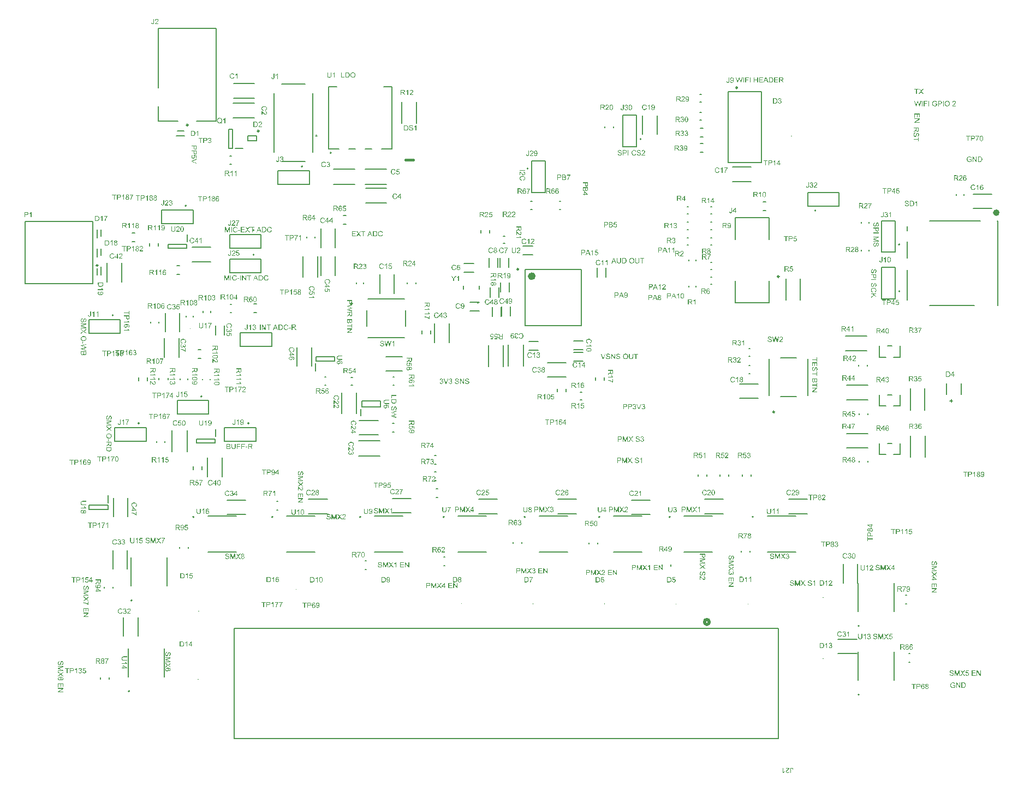
<source format=gbr>
%TF.GenerationSoftware,Altium Limited,Altium Designer,20.2.5 (213)*%
G04 Layer_Color=65535*
%FSLAX26Y26*%
%MOIN*%
%TF.SameCoordinates,271AC680-9A3E-4A00-A3D7-6C105C8C782D*%
%TF.FilePolarity,Positive*%
%TF.FileFunction,Legend,Top*%
%TF.Part,Single*%
G01*
G75*
%TA.AperFunction,NonConductor*%
%ADD86C,0.020000*%
%ADD87C,0.009842*%
%ADD88C,0.007874*%
%ADD99C,0.003937*%
%ADD100C,0.019685*%
%ADD101C,0.023622*%
%ADD102C,0.005000*%
%ADD103C,0.006000*%
%ADD104C,0.015748*%
G36*
X2460112Y2258945D02*
X2456185D01*
Y2283940D01*
X2456139Y2283894D01*
X2455908Y2283709D01*
X2455631Y2283432D01*
X2455169Y2283108D01*
X2454660Y2282692D01*
X2454014Y2282230D01*
X2453274Y2281722D01*
X2452443Y2281214D01*
X2452397D01*
X2452350Y2281168D01*
X2452073Y2280983D01*
X2451611Y2280752D01*
X2451057Y2280475D01*
X2450410Y2280151D01*
X2449717Y2279828D01*
X2449024Y2279505D01*
X2448331Y2279227D01*
Y2283016D01*
X2448377D01*
X2448470Y2283108D01*
X2448654Y2283154D01*
X2448885Y2283293D01*
X2449163Y2283432D01*
X2449486Y2283616D01*
X2450271Y2284078D01*
X2451195Y2284586D01*
X2452119Y2285233D01*
X2453090Y2285972D01*
X2454060Y2286758D01*
X2454106Y2286804D01*
X2454152Y2286850D01*
X2454291Y2286989D01*
X2454476Y2287128D01*
X2454891Y2287590D01*
X2455446Y2288144D01*
X2456000Y2288791D01*
X2456601Y2289530D01*
X2457109Y2290269D01*
X2457571Y2291055D01*
X2460112D01*
Y2258945D01*
D02*
G37*
G36*
X2441447Y2287405D02*
X2441401Y2287358D01*
X2441309Y2287266D01*
X2441124Y2287081D01*
X2440939Y2286804D01*
X2440662Y2286481D01*
X2440292Y2286111D01*
X2439923Y2285649D01*
X2439507Y2285095D01*
X2439091Y2284540D01*
X2438583Y2283894D01*
X2438075Y2283154D01*
X2437566Y2282415D01*
X2437012Y2281584D01*
X2436458Y2280706D01*
X2435903Y2279735D01*
X2435349Y2278765D01*
X2435303Y2278719D01*
X2435210Y2278534D01*
X2435072Y2278257D01*
X2434841Y2277841D01*
X2434610Y2277333D01*
X2434332Y2276779D01*
X2434009Y2276132D01*
X2433686Y2275393D01*
X2433316Y2274561D01*
X2432900Y2273729D01*
X2432531Y2272805D01*
X2432161Y2271835D01*
X2431422Y2269849D01*
X2430729Y2267724D01*
Y2267677D01*
X2430683Y2267539D01*
X2430636Y2267308D01*
X2430544Y2267030D01*
X2430452Y2266661D01*
X2430359Y2266199D01*
X2430221Y2265691D01*
X2430128Y2265136D01*
X2429990Y2264490D01*
X2429851Y2263796D01*
X2429620Y2262318D01*
X2429389Y2260701D01*
X2429250Y2258945D01*
X2425231D01*
Y2258992D01*
Y2259130D01*
Y2259315D01*
X2425277Y2259592D01*
Y2259962D01*
X2425323Y2260424D01*
X2425370Y2260932D01*
X2425416Y2261486D01*
X2425508Y2262133D01*
X2425601Y2262780D01*
X2425739Y2263566D01*
X2425878Y2264351D01*
X2426016Y2265182D01*
X2426201Y2266106D01*
X2426663Y2268001D01*
Y2268047D01*
X2426709Y2268232D01*
X2426802Y2268509D01*
X2426940Y2268925D01*
X2427079Y2269387D01*
X2427264Y2269941D01*
X2427449Y2270588D01*
X2427726Y2271281D01*
X2428003Y2272066D01*
X2428280Y2272852D01*
X2428973Y2274607D01*
X2429805Y2276455D01*
X2430729Y2278303D01*
X2430775Y2278349D01*
X2430867Y2278534D01*
X2431006Y2278765D01*
X2431191Y2279135D01*
X2431422Y2279551D01*
X2431745Y2280059D01*
X2432069Y2280613D01*
X2432438Y2281214D01*
X2433316Y2282554D01*
X2434240Y2283940D01*
X2435303Y2285372D01*
X2436411Y2286712D01*
X2420750D01*
Y2290500D01*
X2441447D01*
Y2287405D01*
D02*
G37*
G36*
X2405088Y2290870D02*
X2405504D01*
X2406474Y2290823D01*
X2407490Y2290685D01*
X2408599Y2290546D01*
X2409615Y2290315D01*
X2410124Y2290177D01*
X2410539Y2290038D01*
X2410586D01*
X2410632Y2289992D01*
X2410909Y2289853D01*
X2411325Y2289669D01*
X2411833Y2289345D01*
X2412387Y2288929D01*
X2412988Y2288375D01*
X2413542Y2287728D01*
X2414097Y2286989D01*
Y2286943D01*
X2414143Y2286896D01*
X2414328Y2286619D01*
X2414513Y2286157D01*
X2414790Y2285557D01*
X2415021Y2284864D01*
X2415252Y2284032D01*
X2415390Y2283154D01*
X2415437Y2282184D01*
Y2282138D01*
Y2282046D01*
Y2281861D01*
X2415390Y2281630D01*
Y2281306D01*
X2415344Y2280983D01*
X2415159Y2280198D01*
X2414882Y2279273D01*
X2414513Y2278303D01*
X2413958Y2277333D01*
X2413589Y2276871D01*
X2413219Y2276409D01*
X2413173Y2276363D01*
X2413127Y2276317D01*
X2412988Y2276178D01*
X2412803Y2276039D01*
X2412572Y2275855D01*
X2412295Y2275670D01*
X2411925Y2275439D01*
X2411556Y2275162D01*
X2411094Y2274931D01*
X2410586Y2274700D01*
X2410031Y2274423D01*
X2409431Y2274191D01*
X2408738Y2274007D01*
X2408045Y2273776D01*
X2407259Y2273637D01*
X2406428Y2273499D01*
X2406520Y2273452D01*
X2406705Y2273360D01*
X2406982Y2273175D01*
X2407352Y2272990D01*
X2408183Y2272482D01*
X2408599Y2272159D01*
X2408969Y2271881D01*
X2409061Y2271789D01*
X2409292Y2271558D01*
X2409662Y2271189D01*
X2410124Y2270727D01*
X2410632Y2270080D01*
X2411232Y2269387D01*
X2411833Y2268555D01*
X2412480Y2267631D01*
X2417978Y2258945D01*
X2412711D01*
X2408507Y2265598D01*
Y2265644D01*
X2408414Y2265737D01*
X2408322Y2265876D01*
X2408183Y2266060D01*
X2407860Y2266568D01*
X2407444Y2267215D01*
X2406936Y2267908D01*
X2406428Y2268648D01*
X2405919Y2269340D01*
X2405457Y2269987D01*
X2405411Y2270034D01*
X2405273Y2270218D01*
X2405042Y2270495D01*
X2404718Y2270819D01*
X2404025Y2271512D01*
X2403656Y2271835D01*
X2403286Y2272113D01*
X2403240Y2272159D01*
X2403147Y2272205D01*
X2402963Y2272297D01*
X2402685Y2272436D01*
X2402408Y2272575D01*
X2402085Y2272713D01*
X2401346Y2272944D01*
X2401299D01*
X2401207Y2272990D01*
X2401022D01*
X2400791Y2273037D01*
X2400468Y2273083D01*
X2400098D01*
X2399590Y2273129D01*
X2394138D01*
Y2258945D01*
X2389888D01*
Y2290916D01*
X2404718D01*
X2405088Y2290870D01*
D02*
G37*
G36*
X5998760Y3116008D02*
X5999129Y3115962D01*
X5999591Y3115916D01*
X6000099Y3115823D01*
X6000608Y3115731D01*
X6001809Y3115408D01*
X6003010Y3114946D01*
X6003610Y3114669D01*
X6004211Y3114345D01*
X6004766Y3113929D01*
X6005274Y3113467D01*
X6005320Y3113421D01*
X6005412Y3113375D01*
X6005505Y3113190D01*
X6005690Y3113005D01*
X6005921Y3112774D01*
X6006151Y3112451D01*
X6006382Y3112128D01*
X6006660Y3111712D01*
X6007122Y3110834D01*
X6007584Y3109725D01*
X6007769Y3109171D01*
X6007861Y3108524D01*
X6007953Y3107877D01*
X6007999Y3107184D01*
Y3107092D01*
Y3106861D01*
X6007953Y3106491D01*
X6007907Y3105983D01*
X6007815Y3105428D01*
X6007630Y3104782D01*
X6007445Y3104089D01*
X6007168Y3103396D01*
X6007122Y3103303D01*
X6007029Y3103072D01*
X6006845Y3102703D01*
X6006567Y3102195D01*
X6006198Y3101640D01*
X6005736Y3100947D01*
X6005181Y3100254D01*
X6004534Y3099469D01*
X6004442Y3099376D01*
X6004211Y3099099D01*
X6003980Y3098868D01*
X6003749Y3098637D01*
X6003472Y3098360D01*
X6003102Y3097990D01*
X6002733Y3097621D01*
X6002271Y3097205D01*
X6001809Y3096743D01*
X6001254Y3096235D01*
X6000654Y3095727D01*
X6000007Y3095126D01*
X5999268Y3094525D01*
X5998529Y3093878D01*
X5998482Y3093832D01*
X5998390Y3093740D01*
X5998205Y3093601D01*
X5997974Y3093416D01*
X5997697Y3093139D01*
X5997373Y3092862D01*
X5996634Y3092262D01*
X5995849Y3091568D01*
X5995110Y3090876D01*
X5994463Y3090275D01*
X5994186Y3090044D01*
X5993955Y3089813D01*
X5993908Y3089767D01*
X5993770Y3089628D01*
X5993585Y3089443D01*
X5993354Y3089166D01*
X5993123Y3088843D01*
X5992846Y3088519D01*
X5992292Y3087734D01*
X6008046D01*
Y3083945D01*
X5986840D01*
Y3083992D01*
Y3084177D01*
Y3084454D01*
X5986886Y3084823D01*
X5986932Y3085239D01*
X5987025Y3085701D01*
X5987117Y3086163D01*
X5987302Y3086671D01*
Y3086718D01*
X5987348Y3086764D01*
X5987440Y3087041D01*
X5987625Y3087457D01*
X5987903Y3088011D01*
X5988272Y3088658D01*
X5988734Y3089397D01*
X5989242Y3090136D01*
X5989889Y3090922D01*
Y3090968D01*
X5989981Y3091014D01*
X5990212Y3091291D01*
X5990628Y3091707D01*
X5991229Y3092308D01*
X5991922Y3093001D01*
X5992800Y3093832D01*
X5993862Y3094756D01*
X5995017Y3095727D01*
X5995064Y3095773D01*
X5995248Y3095911D01*
X5995525Y3096142D01*
X5995849Y3096419D01*
X5996265Y3096789D01*
X5996773Y3097205D01*
X5997281Y3097667D01*
X5997882Y3098175D01*
X5999037Y3099284D01*
X6000192Y3100393D01*
X6000746Y3100947D01*
X6001254Y3101501D01*
X6001716Y3102010D01*
X6002086Y3102518D01*
Y3102564D01*
X6002178Y3102610D01*
X6002271Y3102749D01*
X6002363Y3102934D01*
X6002686Y3103442D01*
X6003056Y3104043D01*
X6003380Y3104782D01*
X6003703Y3105567D01*
X6003888Y3106445D01*
X6003980Y3107276D01*
Y3107323D01*
Y3107369D01*
X6003934Y3107646D01*
X6003888Y3108108D01*
X6003749Y3108616D01*
X6003564Y3109263D01*
X6003241Y3109910D01*
X6002825Y3110557D01*
X6002271Y3111204D01*
X6002178Y3111296D01*
X6001947Y3111481D01*
X6001624Y3111712D01*
X6001116Y3112035D01*
X6000469Y3112312D01*
X5999730Y3112590D01*
X5998852Y3112774D01*
X5997882Y3112820D01*
X5997605D01*
X5997420Y3112774D01*
X5996865Y3112728D01*
X5996218Y3112590D01*
X5995525Y3112405D01*
X5994740Y3112081D01*
X5994001Y3111666D01*
X5993308Y3111111D01*
X5993216Y3111019D01*
X5993031Y3110788D01*
X5992753Y3110418D01*
X5992476Y3109864D01*
X5992153Y3109217D01*
X5991876Y3108385D01*
X5991691Y3107461D01*
X5991599Y3106399D01*
X5987579Y3106814D01*
Y3106861D01*
X5987625Y3106999D01*
Y3107230D01*
X5987672Y3107554D01*
X5987764Y3107923D01*
X5987856Y3108339D01*
X5987995Y3108847D01*
X5988133Y3109356D01*
X5988503Y3110464D01*
X5989057Y3111573D01*
X5989381Y3112128D01*
X5989797Y3112682D01*
X5990212Y3113190D01*
X5990675Y3113652D01*
X5990721Y3113698D01*
X5990813Y3113744D01*
X5990952Y3113883D01*
X5991183Y3114022D01*
X5991460Y3114206D01*
X5991783Y3114391D01*
X5992153Y3114622D01*
X5992615Y3114853D01*
X5993123Y3115084D01*
X5993677Y3115315D01*
X5994278Y3115500D01*
X5994925Y3115685D01*
X5995618Y3115823D01*
X5996357Y3115962D01*
X5997142Y3116008D01*
X5997974Y3116055D01*
X5998436D01*
X5998760Y3116008D01*
D02*
G37*
G36*
X5979032Y3095218D02*
X5983375D01*
Y3091615D01*
X5979032D01*
Y3083945D01*
X5975105D01*
Y3091615D01*
X5961199D01*
Y3095218D01*
X5975844Y3115916D01*
X5979032D01*
Y3095218D01*
D02*
G37*
G36*
X5947154Y3115870D02*
X5947570D01*
X5948540Y3115823D01*
X5949556Y3115685D01*
X5950665Y3115546D01*
X5951682Y3115315D01*
X5952190Y3115177D01*
X5952606Y3115038D01*
X5952652D01*
X5952698Y3114992D01*
X5952975Y3114853D01*
X5953391Y3114669D01*
X5953899Y3114345D01*
X5954454Y3113929D01*
X5955054Y3113375D01*
X5955609Y3112728D01*
X5956163Y3111989D01*
Y3111943D01*
X5956209Y3111896D01*
X5956394Y3111619D01*
X5956579Y3111157D01*
X5956856Y3110557D01*
X5957087Y3109864D01*
X5957318Y3109032D01*
X5957457Y3108154D01*
X5957503Y3107184D01*
Y3107138D01*
Y3107046D01*
Y3106861D01*
X5957457Y3106630D01*
Y3106306D01*
X5957410Y3105983D01*
X5957226Y3105198D01*
X5956949Y3104273D01*
X5956579Y3103303D01*
X5956025Y3102333D01*
X5955655Y3101871D01*
X5955285Y3101409D01*
X5955239Y3101363D01*
X5955193Y3101317D01*
X5955054Y3101178D01*
X5954869Y3101039D01*
X5954639Y3100855D01*
X5954361Y3100670D01*
X5953992Y3100439D01*
X5953622Y3100162D01*
X5953160Y3099931D01*
X5952652Y3099700D01*
X5952097Y3099423D01*
X5951497Y3099191D01*
X5950804Y3099007D01*
X5950111Y3098776D01*
X5949325Y3098637D01*
X5948494Y3098499D01*
X5948586Y3098452D01*
X5948771Y3098360D01*
X5949048Y3098175D01*
X5949418Y3097990D01*
X5950249Y3097482D01*
X5950665Y3097159D01*
X5951035Y3096881D01*
X5951127Y3096789D01*
X5951358Y3096558D01*
X5951728Y3096189D01*
X5952190Y3095727D01*
X5952698Y3095080D01*
X5953299Y3094387D01*
X5953899Y3093555D01*
X5954546Y3092631D01*
X5960044Y3083945D01*
X5954777D01*
X5950573Y3090598D01*
Y3090644D01*
X5950480Y3090737D01*
X5950388Y3090876D01*
X5950249Y3091060D01*
X5949926Y3091568D01*
X5949510Y3092215D01*
X5949002Y3092908D01*
X5948494Y3093648D01*
X5947986Y3094340D01*
X5947524Y3094987D01*
X5947477Y3095034D01*
X5947339Y3095218D01*
X5947108Y3095495D01*
X5946784Y3095819D01*
X5946092Y3096512D01*
X5945722Y3096835D01*
X5945352Y3097113D01*
X5945306Y3097159D01*
X5945214Y3097205D01*
X5945029Y3097297D01*
X5944752Y3097436D01*
X5944475Y3097575D01*
X5944151Y3097713D01*
X5943412Y3097944D01*
X5943366D01*
X5943273Y3097990D01*
X5943088D01*
X5942858Y3098037D01*
X5942534Y3098083D01*
X5942164D01*
X5941656Y3098129D01*
X5936205D01*
Y3083945D01*
X5931954D01*
Y3115916D01*
X5946784D01*
X5947154Y3115870D01*
D02*
G37*
G36*
X4205492Y2726285D02*
X4205815D01*
X4206185Y2726239D01*
X4207063Y2726055D01*
X4208033Y2725823D01*
X4209049Y2725454D01*
X4210066Y2724899D01*
X4210574Y2724576D01*
X4211036Y2724206D01*
X4211082Y2724160D01*
X4211128Y2724114D01*
X4211267Y2723976D01*
X4211406Y2723837D01*
X4211637Y2723606D01*
X4211821Y2723329D01*
X4212330Y2722682D01*
X4212838Y2721850D01*
X4213300Y2720834D01*
X4213716Y2719679D01*
X4213993Y2718385D01*
X4210066Y2718062D01*
Y2718108D01*
X4210020Y2718154D01*
X4209973Y2718432D01*
X4209835Y2718847D01*
X4209650Y2719356D01*
X4209465Y2719910D01*
X4209188Y2720464D01*
X4208865Y2720972D01*
X4208541Y2721388D01*
X4208449Y2721481D01*
X4208264Y2721666D01*
X4207941Y2721943D01*
X4207479Y2722266D01*
X4206878Y2722543D01*
X4206231Y2722820D01*
X4205446Y2723005D01*
X4204614Y2723098D01*
X4204291D01*
X4203921Y2723052D01*
X4203505Y2722959D01*
X4202951Y2722820D01*
X4202397Y2722636D01*
X4201842Y2722405D01*
X4201288Y2722035D01*
X4201195Y2721989D01*
X4200964Y2721804D01*
X4200641Y2721481D01*
X4200225Y2721019D01*
X4199763Y2720464D01*
X4199255Y2719818D01*
X4198793Y2718986D01*
X4198331Y2718062D01*
Y2718016D01*
X4198285Y2717923D01*
X4198239Y2717785D01*
X4198146Y2717600D01*
X4198100Y2717323D01*
X4198008Y2716999D01*
X4197915Y2716630D01*
X4197823Y2716168D01*
X4197684Y2715660D01*
X4197592Y2715105D01*
X4197499Y2714505D01*
X4197453Y2713858D01*
X4197361Y2713119D01*
X4197315Y2712379D01*
X4197268Y2711548D01*
Y2710716D01*
X4197315Y2710762D01*
X4197499Y2711039D01*
X4197823Y2711409D01*
X4198239Y2711871D01*
X4198701Y2712425D01*
X4199301Y2712934D01*
X4199948Y2713442D01*
X4200687Y2713904D01*
X4200733D01*
X4200780Y2713950D01*
X4201057Y2714089D01*
X4201473Y2714227D01*
X4202027Y2714458D01*
X4202674Y2714643D01*
X4203413Y2714782D01*
X4204198Y2714920D01*
X4205030Y2714966D01*
X4205400D01*
X4205677Y2714920D01*
X4206046Y2714874D01*
X4206416Y2714828D01*
X4206878Y2714735D01*
X4207340Y2714597D01*
X4208403Y2714273D01*
X4208957Y2714043D01*
X4209511Y2713719D01*
X4210066Y2713396D01*
X4210666Y2713026D01*
X4211221Y2712564D01*
X4211729Y2712056D01*
X4211775Y2712010D01*
X4211868Y2711917D01*
X4212006Y2711779D01*
X4212145Y2711548D01*
X4212376Y2711224D01*
X4212607Y2710901D01*
X4212838Y2710485D01*
X4213115Y2710023D01*
X4213392Y2709515D01*
X4213623Y2708961D01*
X4213854Y2708314D01*
X4214085Y2707667D01*
X4214224Y2706974D01*
X4214362Y2706189D01*
X4214455Y2705403D01*
X4214501Y2704572D01*
Y2704525D01*
Y2704433D01*
Y2704294D01*
Y2704063D01*
X4214455Y2703786D01*
Y2703509D01*
X4214316Y2702770D01*
X4214178Y2701892D01*
X4213947Y2700968D01*
X4213623Y2699952D01*
X4213161Y2698981D01*
Y2698935D01*
X4213115Y2698889D01*
X4213023Y2698750D01*
X4212930Y2698566D01*
X4212653Y2698104D01*
X4212237Y2697503D01*
X4211729Y2696856D01*
X4211128Y2696209D01*
X4210389Y2695562D01*
X4209604Y2695008D01*
X4209558D01*
X4209511Y2694962D01*
X4209373Y2694869D01*
X4209188Y2694823D01*
X4208726Y2694592D01*
X4208125Y2694361D01*
X4207340Y2694084D01*
X4206462Y2693899D01*
X4205492Y2693715D01*
X4204429Y2693668D01*
X4204198D01*
X4203967Y2693715D01*
X4203598D01*
X4203182Y2693761D01*
X4202720Y2693853D01*
X4202166Y2693992D01*
X4201611Y2694130D01*
X4200964Y2694315D01*
X4200318Y2694546D01*
X4199671Y2694823D01*
X4198978Y2695193D01*
X4198331Y2695609D01*
X4197684Y2696071D01*
X4197037Y2696625D01*
X4196437Y2697272D01*
X4196391Y2697318D01*
X4196298Y2697457D01*
X4196160Y2697642D01*
X4195975Y2697965D01*
X4195698Y2698381D01*
X4195467Y2698843D01*
X4195189Y2699443D01*
X4194912Y2700090D01*
X4194589Y2700876D01*
X4194312Y2701753D01*
X4194081Y2702724D01*
X4193850Y2703786D01*
X4193619Y2704987D01*
X4193480Y2706281D01*
X4193388Y2707667D01*
X4193341Y2709145D01*
Y2709191D01*
Y2709238D01*
Y2709376D01*
Y2709561D01*
X4193388Y2710023D01*
Y2710670D01*
X4193434Y2711409D01*
X4193526Y2712287D01*
X4193619Y2713257D01*
X4193757Y2714320D01*
X4193942Y2715382D01*
X4194173Y2716537D01*
X4194450Y2717646D01*
X4194774Y2718755D01*
X4195189Y2719818D01*
X4195651Y2720834D01*
X4196160Y2721804D01*
X4196760Y2722636D01*
X4196806Y2722682D01*
X4196899Y2722774D01*
X4197084Y2722959D01*
X4197315Y2723236D01*
X4197592Y2723514D01*
X4197961Y2723791D01*
X4198423Y2724160D01*
X4198885Y2724484D01*
X4199440Y2724807D01*
X4200040Y2725177D01*
X4200733Y2725454D01*
X4201426Y2725777D01*
X4202212Y2726008D01*
X4203043Y2726193D01*
X4203921Y2726285D01*
X4204845Y2726332D01*
X4205215D01*
X4205492Y2726285D01*
D02*
G37*
G36*
X4234875Y2705495D02*
X4239218D01*
Y2701892D01*
X4234875D01*
Y2694223D01*
X4230948D01*
Y2701892D01*
X4217042D01*
Y2705495D01*
X4231687Y2726193D01*
X4234875D01*
Y2705495D01*
D02*
G37*
G36*
X4183455Y2694223D02*
X4179528D01*
Y2719217D01*
X4179481Y2719171D01*
X4179250Y2718986D01*
X4178973Y2718709D01*
X4178511Y2718385D01*
X4178003Y2717970D01*
X4177356Y2717508D01*
X4176617Y2716999D01*
X4175785Y2716491D01*
X4175739D01*
X4175693Y2716445D01*
X4175416Y2716260D01*
X4174954Y2716029D01*
X4174399Y2715752D01*
X4173753Y2715428D01*
X4173060Y2715105D01*
X4172367Y2714782D01*
X4171674Y2714505D01*
Y2718293D01*
X4171720D01*
X4171812Y2718385D01*
X4171997Y2718432D01*
X4172228Y2718570D01*
X4172505Y2718709D01*
X4172829Y2718894D01*
X4173614Y2719356D01*
X4174538Y2719864D01*
X4175462Y2720510D01*
X4176432Y2721250D01*
X4177402Y2722035D01*
X4177449Y2722081D01*
X4177495Y2722128D01*
X4177633Y2722266D01*
X4177818Y2722405D01*
X4178234Y2722867D01*
X4178788Y2723421D01*
X4179343Y2724068D01*
X4179943Y2724807D01*
X4180452Y2725546D01*
X4180914Y2726332D01*
X4183455D01*
Y2694223D01*
D02*
G37*
G36*
X4154302Y2726147D02*
X4155088Y2726101D01*
X4155919Y2726055D01*
X4156705Y2725962D01*
X4157398Y2725870D01*
X4157490D01*
X4157814Y2725777D01*
X4158229Y2725685D01*
X4158784Y2725546D01*
X4159384Y2725315D01*
X4160031Y2725038D01*
X4160724Y2724715D01*
X4161325Y2724345D01*
X4161417Y2724299D01*
X4161602Y2724160D01*
X4161879Y2723883D01*
X4162249Y2723560D01*
X4162665Y2723144D01*
X4163080Y2722590D01*
X4163542Y2721989D01*
X4163912Y2721296D01*
X4163958Y2721204D01*
X4164051Y2720972D01*
X4164235Y2720557D01*
X4164420Y2720002D01*
X4164559Y2719356D01*
X4164744Y2718616D01*
X4164836Y2717785D01*
X4164882Y2716907D01*
Y2716861D01*
Y2716722D01*
Y2716537D01*
X4164836Y2716214D01*
X4164790Y2715890D01*
X4164744Y2715475D01*
X4164651Y2715013D01*
X4164559Y2714505D01*
X4164235Y2713442D01*
X4164051Y2712887D01*
X4163773Y2712287D01*
X4163450Y2711686D01*
X4163127Y2711132D01*
X4162711Y2710577D01*
X4162249Y2710023D01*
X4162203Y2709977D01*
X4162110Y2709885D01*
X4161972Y2709746D01*
X4161741Y2709607D01*
X4161463Y2709376D01*
X4161094Y2709145D01*
X4160632Y2708868D01*
X4160124Y2708637D01*
X4159523Y2708360D01*
X4158830Y2708083D01*
X4158091Y2707852D01*
X4157213Y2707667D01*
X4156289Y2707482D01*
X4155273Y2707343D01*
X4154118Y2707251D01*
X4152916Y2707205D01*
X4144739D01*
Y2694223D01*
X4140489D01*
Y2726193D01*
X4153609D01*
X4154302Y2726147D01*
D02*
G37*
G36*
X4136100Y2722405D02*
X4125566D01*
Y2694223D01*
X4121316D01*
Y2722405D01*
X4110782D01*
Y2726193D01*
X4136100D01*
Y2722405D01*
D02*
G37*
G36*
X1571193Y3365874D02*
X1567405D01*
Y3376408D01*
X1539223D01*
Y3380658D01*
X1567405D01*
Y3391192D01*
X1571193D01*
Y3365874D01*
D02*
G37*
G36*
Y3348364D02*
X1571147Y3347671D01*
X1571101Y3346886D01*
X1571054Y3346054D01*
X1570962Y3345269D01*
X1570870Y3344576D01*
Y3344483D01*
X1570777Y3344160D01*
X1570685Y3343744D01*
X1570546Y3343190D01*
X1570315Y3342589D01*
X1570038Y3341943D01*
X1569715Y3341249D01*
X1569345Y3340649D01*
X1569299Y3340557D01*
X1569160Y3340372D01*
X1568883Y3340095D01*
X1568560Y3339725D01*
X1568144Y3339309D01*
X1567590Y3338893D01*
X1566989Y3338431D01*
X1566296Y3338062D01*
X1566204Y3338015D01*
X1565973Y3337923D01*
X1565557Y3337738D01*
X1565002Y3337553D01*
X1564355Y3337415D01*
X1563616Y3337230D01*
X1562785Y3337138D01*
X1561907Y3337091D01*
X1561861D01*
X1561722D01*
X1561537D01*
X1561214Y3337138D01*
X1560890Y3337184D01*
X1560475Y3337230D01*
X1560013Y3337323D01*
X1559505Y3337415D01*
X1558442Y3337738D01*
X1557888Y3337923D01*
X1557287Y3338200D01*
X1556686Y3338524D01*
X1556132Y3338847D01*
X1555578Y3339263D01*
X1555023Y3339725D01*
X1554977Y3339771D01*
X1554884Y3339863D01*
X1554746Y3340002D01*
X1554607Y3340233D01*
X1554376Y3340510D01*
X1554145Y3340880D01*
X1553868Y3341342D01*
X1553637Y3341850D01*
X1553360Y3342451D01*
X1553083Y3343144D01*
X1552852Y3343883D01*
X1552667Y3344761D01*
X1552482Y3345685D01*
X1552343Y3346701D01*
X1552251Y3347856D01*
X1552205Y3349057D01*
Y3357235D01*
X1539223D01*
Y3361485D01*
X1571193D01*
Y3348364D01*
D02*
G37*
G36*
X1563293Y3330254D02*
X1563385Y3330162D01*
X1563431Y3329977D01*
X1563570Y3329746D01*
X1563709Y3329468D01*
X1563893Y3329145D01*
X1564355Y3328360D01*
X1564864Y3327436D01*
X1565511Y3326512D01*
X1566250Y3325541D01*
X1567035Y3324571D01*
X1567081Y3324525D01*
X1567128Y3324479D01*
X1567266Y3324340D01*
X1567405Y3324155D01*
X1567867Y3323740D01*
X1568421Y3323185D01*
X1569068Y3322631D01*
X1569807Y3322030D01*
X1570546Y3321522D01*
X1571332Y3321060D01*
Y3318519D01*
X1539223D01*
Y3322446D01*
X1564217D01*
X1564171Y3322492D01*
X1563986Y3322723D01*
X1563709Y3323001D01*
X1563385Y3323463D01*
X1562969Y3323971D01*
X1562507Y3324617D01*
X1561999Y3325357D01*
X1561491Y3326188D01*
Y3326235D01*
X1561445Y3326281D01*
X1561260Y3326558D01*
X1561029Y3327020D01*
X1560752Y3327574D01*
X1560428Y3328221D01*
X1560105Y3328914D01*
X1559782Y3329607D01*
X1559505Y3330300D01*
X1563293D01*
Y3330254D01*
D02*
G37*
G36*
X1555023Y3308586D02*
X1555670D01*
X1556409Y3308540D01*
X1557287Y3308448D01*
X1558257Y3308355D01*
X1559320Y3308216D01*
X1560382Y3308032D01*
X1561537Y3307801D01*
X1562646Y3307523D01*
X1563755Y3307200D01*
X1564818Y3306784D01*
X1565834Y3306322D01*
X1566804Y3305814D01*
X1567636Y3305213D01*
X1567682Y3305167D01*
X1567774Y3305075D01*
X1567959Y3304890D01*
X1568236Y3304659D01*
X1568514Y3304382D01*
X1568791Y3304012D01*
X1569160Y3303550D01*
X1569484Y3303088D01*
X1569807Y3302534D01*
X1570177Y3301933D01*
X1570454Y3301240D01*
X1570777Y3300547D01*
X1571008Y3299762D01*
X1571193Y3298930D01*
X1571285Y3298052D01*
X1571332Y3297128D01*
Y3296759D01*
X1571285Y3296482D01*
Y3296158D01*
X1571239Y3295789D01*
X1571054Y3294911D01*
X1570823Y3293941D01*
X1570454Y3292924D01*
X1569899Y3291908D01*
X1569576Y3291400D01*
X1569207Y3290938D01*
X1569160Y3290892D01*
X1569114Y3290845D01*
X1568976Y3290707D01*
X1568837Y3290568D01*
X1568606Y3290337D01*
X1568329Y3290152D01*
X1567682Y3289644D01*
X1566850Y3289136D01*
X1565834Y3288674D01*
X1564679Y3288258D01*
X1563385Y3287981D01*
X1563062Y3291908D01*
X1563108D01*
X1563154Y3291954D01*
X1563431Y3292000D01*
X1563847Y3292139D01*
X1564355Y3292324D01*
X1564910Y3292508D01*
X1565464Y3292786D01*
X1565973Y3293109D01*
X1566388Y3293432D01*
X1566481Y3293525D01*
X1566666Y3293710D01*
X1566943Y3294033D01*
X1567266Y3294495D01*
X1567543Y3295096D01*
X1567821Y3295742D01*
X1568005Y3296528D01*
X1568098Y3297360D01*
Y3297683D01*
X1568052Y3298052D01*
X1567959Y3298468D01*
X1567821Y3299023D01*
X1567636Y3299577D01*
X1567405Y3300131D01*
X1567035Y3300686D01*
X1566989Y3300778D01*
X1566804Y3301009D01*
X1566481Y3301333D01*
X1566019Y3301749D01*
X1565464Y3302211D01*
X1564818Y3302719D01*
X1563986Y3303181D01*
X1563062Y3303643D01*
X1563016D01*
X1562923Y3303689D01*
X1562785Y3303735D01*
X1562600Y3303827D01*
X1562323Y3303874D01*
X1561999Y3303966D01*
X1561630Y3304059D01*
X1561168Y3304151D01*
X1560659Y3304289D01*
X1560105Y3304382D01*
X1559505Y3304474D01*
X1558858Y3304521D01*
X1558119Y3304613D01*
X1557379Y3304659D01*
X1556548Y3304705D01*
X1555716D01*
X1555762Y3304659D01*
X1556040Y3304474D01*
X1556409Y3304151D01*
X1556871Y3303735D01*
X1557426Y3303273D01*
X1557934Y3302673D01*
X1558442Y3302026D01*
X1558904Y3301287D01*
Y3301240D01*
X1558950Y3301194D01*
X1559089Y3300917D01*
X1559227Y3300501D01*
X1559458Y3299947D01*
X1559643Y3299300D01*
X1559782Y3298561D01*
X1559920Y3297775D01*
X1559966Y3296944D01*
Y3296574D01*
X1559920Y3296297D01*
X1559874Y3295927D01*
X1559828Y3295558D01*
X1559736Y3295096D01*
X1559597Y3294634D01*
X1559274Y3293571D01*
X1559043Y3293017D01*
X1558719Y3292462D01*
X1558396Y3291908D01*
X1558026Y3291307D01*
X1557564Y3290753D01*
X1557056Y3290245D01*
X1557010Y3290198D01*
X1556917Y3290106D01*
X1556779Y3289968D01*
X1556548Y3289829D01*
X1556224Y3289598D01*
X1555901Y3289367D01*
X1555485Y3289136D01*
X1555023Y3288859D01*
X1554515Y3288581D01*
X1553960Y3288351D01*
X1553314Y3288119D01*
X1552667Y3287889D01*
X1551974Y3287750D01*
X1551188Y3287611D01*
X1550403Y3287519D01*
X1549572Y3287473D01*
X1549525D01*
X1549433D01*
X1549294D01*
X1549063D01*
X1548786Y3287519D01*
X1548509D01*
X1547770Y3287657D01*
X1546892Y3287796D01*
X1545968Y3288027D01*
X1544951Y3288351D01*
X1543981Y3288812D01*
X1543935D01*
X1543889Y3288859D01*
X1543750Y3288951D01*
X1543565Y3289044D01*
X1543103Y3289321D01*
X1542503Y3289736D01*
X1541856Y3290245D01*
X1541209Y3290845D01*
X1540562Y3291584D01*
X1540008Y3292370D01*
Y3292416D01*
X1539962Y3292462D01*
X1539870Y3292601D01*
X1539823Y3292786D01*
X1539592Y3293248D01*
X1539361Y3293848D01*
X1539084Y3294634D01*
X1538899Y3295512D01*
X1538715Y3296482D01*
X1538668Y3297544D01*
Y3297775D01*
X1538715Y3298006D01*
Y3298376D01*
X1538761Y3298792D01*
X1538853Y3299254D01*
X1538992Y3299808D01*
X1539130Y3300363D01*
X1539315Y3301009D01*
X1539546Y3301656D01*
X1539823Y3302303D01*
X1540193Y3302996D01*
X1540609Y3303643D01*
X1541071Y3304289D01*
X1541625Y3304936D01*
X1542272Y3305537D01*
X1542318Y3305583D01*
X1542457Y3305675D01*
X1542641Y3305814D01*
X1542965Y3305999D01*
X1543381Y3306276D01*
X1543843Y3306507D01*
X1544443Y3306784D01*
X1545090Y3307061D01*
X1545876Y3307385D01*
X1546753Y3307662D01*
X1547724Y3307893D01*
X1548786Y3308124D01*
X1549987Y3308355D01*
X1551281Y3308494D01*
X1552667Y3308586D01*
X1554145Y3308632D01*
X1554191D01*
X1554238D01*
X1554376D01*
X1554561D01*
X1555023Y3308586D01*
D02*
G37*
G36*
X1563293Y3280543D02*
X1563385Y3280450D01*
X1563431Y3280265D01*
X1563570Y3280035D01*
X1563709Y3279757D01*
X1563893Y3279434D01*
X1564355Y3278648D01*
X1564864Y3277724D01*
X1565511Y3276800D01*
X1566250Y3275830D01*
X1567035Y3274860D01*
X1567081Y3274814D01*
X1567128Y3274768D01*
X1567266Y3274629D01*
X1567405Y3274444D01*
X1567867Y3274028D01*
X1568421Y3273474D01*
X1569068Y3272920D01*
X1569807Y3272319D01*
X1570546Y3271811D01*
X1571332Y3271349D01*
Y3268808D01*
X1539223D01*
Y3272735D01*
X1564217D01*
X1564171Y3272781D01*
X1563986Y3273012D01*
X1563709Y3273289D01*
X1563385Y3273751D01*
X1562969Y3274260D01*
X1562507Y3274906D01*
X1561999Y3275646D01*
X1561491Y3276477D01*
Y3276523D01*
X1561445Y3276570D01*
X1561260Y3276847D01*
X1561029Y3277309D01*
X1560752Y3277863D01*
X1560428Y3278510D01*
X1560105Y3279203D01*
X1559782Y3279896D01*
X1559505Y3280589D01*
X1563293D01*
Y3280543D01*
D02*
G37*
G36*
X2191746Y3737104D02*
Y3737058D01*
Y3736919D01*
Y3736735D01*
Y3736457D01*
X2191700Y3736088D01*
Y3735718D01*
X2191607Y3734840D01*
X2191515Y3733824D01*
X2191330Y3732762D01*
X2191053Y3731791D01*
X2190729Y3730867D01*
Y3730821D01*
X2190683Y3730775D01*
X2190545Y3730498D01*
X2190314Y3730128D01*
X2189990Y3729620D01*
X2189528Y3729112D01*
X2189020Y3728557D01*
X2188373Y3728003D01*
X2187634Y3727541D01*
X2187542Y3727495D01*
X2187264Y3727356D01*
X2186849Y3727171D01*
X2186248Y3726986D01*
X2185509Y3726756D01*
X2184677Y3726571D01*
X2183753Y3726432D01*
X2182737Y3726386D01*
X2182321D01*
X2182044Y3726432D01*
X2181674Y3726478D01*
X2181305Y3726524D01*
X2180334Y3726709D01*
X2179318Y3726986D01*
X2178255Y3727402D01*
X2177701Y3727680D01*
X2177193Y3728003D01*
X2176731Y3728372D01*
X2176269Y3728788D01*
X2176223Y3728834D01*
X2176176Y3728881D01*
X2176084Y3729066D01*
X2175945Y3729250D01*
X2175761Y3729481D01*
X2175576Y3729805D01*
X2175391Y3730174D01*
X2175160Y3730590D01*
X2174975Y3731052D01*
X2174790Y3731606D01*
X2174606Y3732161D01*
X2174421Y3732808D01*
X2174328Y3733501D01*
X2174190Y3734286D01*
X2174144Y3735072D01*
Y3735949D01*
X2177978Y3736504D01*
Y3736457D01*
Y3736365D01*
Y3736180D01*
X2178024Y3735903D01*
X2178071Y3735626D01*
Y3735302D01*
X2178209Y3734517D01*
X2178348Y3733686D01*
X2178625Y3732854D01*
X2178902Y3732115D01*
X2179087Y3731791D01*
X2179318Y3731514D01*
X2179364Y3731468D01*
X2179549Y3731329D01*
X2179826Y3731098D01*
X2180196Y3730867D01*
X2180704Y3730590D01*
X2181258Y3730405D01*
X2181951Y3730220D01*
X2182691Y3730174D01*
X2182968D01*
X2183245Y3730220D01*
X2183661Y3730267D01*
X2184077Y3730359D01*
X2184539Y3730452D01*
X2185001Y3730636D01*
X2185463Y3730867D01*
X2185509Y3730914D01*
X2185647Y3731006D01*
X2185832Y3731191D01*
X2186109Y3731376D01*
X2186340Y3731699D01*
X2186618Y3732022D01*
X2186849Y3732392D01*
X2187033Y3732854D01*
Y3732900D01*
X2187126Y3733085D01*
X2187172Y3733408D01*
X2187264Y3733824D01*
X2187357Y3734378D01*
X2187403Y3735072D01*
X2187495Y3735903D01*
Y3736873D01*
Y3758911D01*
X2191746D01*
Y3737104D01*
D02*
G37*
G36*
X2241596Y3754753D02*
X2228798D01*
X2227089Y3746113D01*
X2227135Y3746160D01*
X2227227Y3746206D01*
X2227366Y3746298D01*
X2227597Y3746437D01*
X2227874Y3746575D01*
X2228198Y3746760D01*
X2228937Y3747130D01*
X2229861Y3747499D01*
X2230877Y3747823D01*
X2231986Y3748054D01*
X2232540Y3748146D01*
X2233557D01*
X2233834Y3748100D01*
X2234204Y3748054D01*
X2234619Y3748008D01*
X2235081Y3747915D01*
X2235590Y3747776D01*
X2236698Y3747453D01*
X2237299Y3747222D01*
X2237900Y3746899D01*
X2238500Y3746575D01*
X2239101Y3746206D01*
X2239655Y3745744D01*
X2240210Y3745235D01*
X2240256Y3745189D01*
X2240348Y3745097D01*
X2240487Y3744958D01*
X2240672Y3744727D01*
X2240903Y3744404D01*
X2241134Y3744081D01*
X2241411Y3743665D01*
X2241688Y3743203D01*
X2241919Y3742695D01*
X2242196Y3742140D01*
X2242427Y3741493D01*
X2242658Y3740847D01*
X2242843Y3740153D01*
X2242982Y3739368D01*
X2243074Y3738583D01*
X2243120Y3737751D01*
Y3737705D01*
Y3737566D01*
Y3737335D01*
X2243074Y3737012D01*
X2243028Y3736642D01*
X2242982Y3736227D01*
X2242889Y3735718D01*
X2242797Y3735210D01*
X2242520Y3734009D01*
X2242058Y3732762D01*
X2241780Y3732115D01*
X2241411Y3731514D01*
X2241041Y3730867D01*
X2240579Y3730267D01*
X2240533Y3730220D01*
X2240441Y3730082D01*
X2240256Y3729897D01*
X2240025Y3729666D01*
X2239701Y3729389D01*
X2239332Y3729019D01*
X2238870Y3728696D01*
X2238362Y3728326D01*
X2237807Y3727957D01*
X2237160Y3727633D01*
X2236467Y3727310D01*
X2235728Y3726986D01*
X2234943Y3726756D01*
X2234065Y3726571D01*
X2233141Y3726432D01*
X2232171Y3726386D01*
X2231755D01*
X2231432Y3726432D01*
X2231062Y3726478D01*
X2230646Y3726524D01*
X2230138Y3726571D01*
X2229630Y3726709D01*
X2228475Y3726986D01*
X2227320Y3727402D01*
X2226719Y3727680D01*
X2226119Y3728003D01*
X2225564Y3728372D01*
X2225010Y3728788D01*
X2224964Y3728834D01*
X2224871Y3728881D01*
X2224779Y3729066D01*
X2224594Y3729250D01*
X2224363Y3729481D01*
X2224132Y3729758D01*
X2223855Y3730128D01*
X2223624Y3730544D01*
X2223347Y3730960D01*
X2223069Y3731468D01*
X2222561Y3732577D01*
X2222145Y3733870D01*
X2222007Y3734563D01*
X2221914Y3735302D01*
X2226026Y3735626D01*
Y3735580D01*
Y3735487D01*
X2226072Y3735349D01*
X2226119Y3735118D01*
X2226257Y3734610D01*
X2226442Y3733916D01*
X2226719Y3733224D01*
X2227089Y3732438D01*
X2227551Y3731745D01*
X2228105Y3731098D01*
X2228198Y3731052D01*
X2228382Y3730867D01*
X2228752Y3730636D01*
X2229260Y3730359D01*
X2229815Y3730082D01*
X2230508Y3729851D01*
X2231293Y3729666D01*
X2232171Y3729620D01*
X2232448D01*
X2232633Y3729666D01*
X2233187Y3729712D01*
X2233834Y3729897D01*
X2234619Y3730128D01*
X2235405Y3730498D01*
X2236236Y3731052D01*
X2236606Y3731376D01*
X2236976Y3731745D01*
X2237022Y3731791D01*
X2237068Y3731838D01*
X2237160Y3731976D01*
X2237299Y3732115D01*
X2237622Y3732623D01*
X2237992Y3733270D01*
X2238315Y3734055D01*
X2238639Y3735025D01*
X2238870Y3736180D01*
X2238962Y3736781D01*
Y3737428D01*
Y3737474D01*
Y3737566D01*
Y3737751D01*
X2238916Y3737982D01*
Y3738259D01*
X2238870Y3738583D01*
X2238731Y3739322D01*
X2238500Y3740200D01*
X2238177Y3741077D01*
X2237715Y3741909D01*
X2237068Y3742695D01*
Y3742741D01*
X2236976Y3742787D01*
X2236745Y3743018D01*
X2236329Y3743341D01*
X2235774Y3743711D01*
X2235035Y3744034D01*
X2234204Y3744358D01*
X2233233Y3744589D01*
X2232679Y3744681D01*
X2231801D01*
X2231432Y3744635D01*
X2230970Y3744589D01*
X2230415Y3744450D01*
X2229861Y3744311D01*
X2229260Y3744081D01*
X2228660Y3743803D01*
X2228613Y3743757D01*
X2228429Y3743665D01*
X2228151Y3743434D01*
X2227782Y3743203D01*
X2227412Y3742879D01*
X2227043Y3742463D01*
X2226627Y3742048D01*
X2226303Y3741539D01*
X2222607Y3742048D01*
X2225703Y3758495D01*
X2241596D01*
Y3754753D01*
D02*
G37*
G36*
X2208424Y3759003D02*
X2208794Y3758957D01*
X2209256Y3758911D01*
X2209764Y3758818D01*
X2210272Y3758726D01*
X2211473Y3758403D01*
X2212674Y3757941D01*
X2213275Y3757663D01*
X2213876Y3757340D01*
X2214430Y3756924D01*
X2214938Y3756462D01*
X2214984Y3756416D01*
X2215077Y3756370D01*
X2215169Y3756185D01*
X2215354Y3756000D01*
X2215585Y3755769D01*
X2215816Y3755446D01*
X2216047Y3755122D01*
X2216324Y3754706D01*
X2216786Y3753829D01*
X2217248Y3752720D01*
X2217433Y3752166D01*
X2217525Y3751519D01*
X2217618Y3750872D01*
X2217664Y3750179D01*
Y3750086D01*
Y3749856D01*
X2217618Y3749486D01*
X2217572Y3748978D01*
X2217479Y3748423D01*
X2217294Y3747776D01*
X2217110Y3747084D01*
X2216832Y3746390D01*
X2216786Y3746298D01*
X2216694Y3746067D01*
X2216509Y3745698D01*
X2216232Y3745189D01*
X2215862Y3744635D01*
X2215400Y3743942D01*
X2214846Y3743249D01*
X2214199Y3742463D01*
X2214107Y3742371D01*
X2213876Y3742094D01*
X2213645Y3741863D01*
X2213414Y3741632D01*
X2213136Y3741355D01*
X2212767Y3740985D01*
X2212397Y3740615D01*
X2211935Y3740200D01*
X2211473Y3739738D01*
X2210919Y3739229D01*
X2210318Y3738721D01*
X2209671Y3738121D01*
X2208932Y3737520D01*
X2208193Y3736873D01*
X2208147Y3736827D01*
X2208054Y3736735D01*
X2207870Y3736596D01*
X2207639Y3736411D01*
X2207361Y3736134D01*
X2207038Y3735857D01*
X2206299Y3735256D01*
X2205513Y3734563D01*
X2204774Y3733870D01*
X2204127Y3733270D01*
X2203850Y3733039D01*
X2203619Y3732808D01*
X2203573Y3732762D01*
X2203434Y3732623D01*
X2203250Y3732438D01*
X2203019Y3732161D01*
X2202788Y3731838D01*
X2202510Y3731514D01*
X2201956Y3730729D01*
X2217710D01*
Y3726940D01*
X2196504D01*
Y3726986D01*
Y3727171D01*
Y3727448D01*
X2196551Y3727818D01*
X2196597Y3728234D01*
X2196689Y3728696D01*
X2196782Y3729158D01*
X2196966Y3729666D01*
Y3729712D01*
X2197013Y3729758D01*
X2197105Y3730036D01*
X2197290Y3730452D01*
X2197567Y3731006D01*
X2197937Y3731653D01*
X2198399Y3732392D01*
X2198907Y3733131D01*
X2199554Y3733916D01*
Y3733963D01*
X2199646Y3734009D01*
X2199877Y3734286D01*
X2200293Y3734702D01*
X2200893Y3735302D01*
X2201586Y3735995D01*
X2202464Y3736827D01*
X2203527Y3737751D01*
X2204682Y3738721D01*
X2204728Y3738767D01*
X2204913Y3738906D01*
X2205190Y3739137D01*
X2205513Y3739414D01*
X2205929Y3739784D01*
X2206437Y3740200D01*
X2206946Y3740662D01*
X2207546Y3741170D01*
X2208701Y3742279D01*
X2209856Y3743387D01*
X2210411Y3743942D01*
X2210919Y3744496D01*
X2211381Y3745005D01*
X2211750Y3745513D01*
Y3745559D01*
X2211843Y3745605D01*
X2211935Y3745744D01*
X2212028Y3745928D01*
X2212351Y3746437D01*
X2212721Y3747037D01*
X2213044Y3747776D01*
X2213367Y3748562D01*
X2213552Y3749440D01*
X2213645Y3750271D01*
Y3750318D01*
Y3750364D01*
X2213598Y3750641D01*
X2213552Y3751103D01*
X2213414Y3751611D01*
X2213229Y3752258D01*
X2212905Y3752905D01*
X2212490Y3753552D01*
X2211935Y3754198D01*
X2211843Y3754291D01*
X2211612Y3754476D01*
X2211288Y3754706D01*
X2210780Y3755030D01*
X2210133Y3755307D01*
X2209394Y3755584D01*
X2208516Y3755769D01*
X2207546Y3755815D01*
X2207269D01*
X2207084Y3755769D01*
X2206530Y3755723D01*
X2205883Y3755584D01*
X2205190Y3755399D01*
X2204405Y3755076D01*
X2203665Y3754660D01*
X2202972Y3754106D01*
X2202880Y3754014D01*
X2202695Y3753782D01*
X2202418Y3753413D01*
X2202141Y3752858D01*
X2201817Y3752212D01*
X2201540Y3751380D01*
X2201355Y3750456D01*
X2201263Y3749394D01*
X2197244Y3749809D01*
Y3749856D01*
X2197290Y3749994D01*
Y3750225D01*
X2197336Y3750548D01*
X2197428Y3750918D01*
X2197521Y3751334D01*
X2197659Y3751842D01*
X2197798Y3752350D01*
X2198168Y3753459D01*
X2198722Y3754568D01*
X2199045Y3755122D01*
X2199461Y3755677D01*
X2199877Y3756185D01*
X2200339Y3756647D01*
X2200385Y3756693D01*
X2200478Y3756739D01*
X2200616Y3756878D01*
X2200847Y3757017D01*
X2201124Y3757201D01*
X2201448Y3757386D01*
X2201817Y3757617D01*
X2202279Y3757848D01*
X2202788Y3758079D01*
X2203342Y3758310D01*
X2203943Y3758495D01*
X2204589Y3758680D01*
X2205282Y3758818D01*
X2206022Y3758957D01*
X2206807Y3759003D01*
X2207639Y3759049D01*
X2208101D01*
X2208424Y3759003D01*
D02*
G37*
G36*
X2686063Y3540713D02*
X2686525D01*
X2686987Y3540666D01*
X2687587Y3540620D01*
X2688188Y3540528D01*
X2689528Y3540297D01*
X2691006Y3539973D01*
X2692484Y3539511D01*
X2693917Y3538865D01*
X2693963Y3538818D01*
X2694101Y3538772D01*
X2694286Y3538680D01*
X2694517Y3538495D01*
X2694841Y3538310D01*
X2695210Y3538079D01*
X2696042Y3537479D01*
X2696966Y3536693D01*
X2697890Y3535769D01*
X2698814Y3534707D01*
X2699599Y3533459D01*
X2699645Y3533413D01*
X2699692Y3533274D01*
X2699784Y3533090D01*
X2699923Y3532859D01*
X2700061Y3532489D01*
X2700200Y3532119D01*
X2700385Y3531657D01*
X2700569Y3531149D01*
X2700754Y3530595D01*
X2700939Y3529994D01*
X2701216Y3528701D01*
X2701447Y3527222D01*
X2701540Y3525698D01*
Y3525236D01*
X2701493Y3524912D01*
X2701447Y3524496D01*
X2701401Y3523988D01*
X2701355Y3523480D01*
X2701216Y3522879D01*
X2700939Y3521632D01*
X2700523Y3520246D01*
X2700246Y3519553D01*
X2699923Y3518906D01*
X2699507Y3518259D01*
X2699091Y3517613D01*
X2699045Y3517566D01*
X2698999Y3517474D01*
X2698860Y3517289D01*
X2698629Y3517058D01*
X2698398Y3516827D01*
X2698075Y3516504D01*
X2697705Y3516180D01*
X2697335Y3515811D01*
X2696873Y3515441D01*
X2696319Y3515072D01*
X2695765Y3514656D01*
X2695164Y3514286D01*
X2694471Y3513963D01*
X2693778Y3513593D01*
X2693039Y3513316D01*
X2692207Y3513039D01*
X2691237Y3517197D01*
X2691283D01*
X2691376Y3517243D01*
X2691560Y3517335D01*
X2691791Y3517428D01*
X2692069Y3517520D01*
X2692438Y3517659D01*
X2693177Y3518028D01*
X2694009Y3518490D01*
X2694841Y3519045D01*
X2695626Y3519738D01*
X2696319Y3520477D01*
X2696411Y3520569D01*
X2696596Y3520847D01*
X2696827Y3521309D01*
X2697151Y3521909D01*
X2697428Y3522695D01*
X2697705Y3523572D01*
X2697890Y3524635D01*
X2697936Y3525790D01*
Y3526160D01*
X2697890Y3526391D01*
Y3526714D01*
X2697844Y3527084D01*
X2697705Y3527961D01*
X2697520Y3528932D01*
X2697197Y3529948D01*
X2696735Y3531011D01*
X2696134Y3531981D01*
Y3532027D01*
X2696042Y3532073D01*
X2695811Y3532397D01*
X2695441Y3532812D01*
X2694887Y3533321D01*
X2694194Y3533921D01*
X2693408Y3534476D01*
X2692438Y3534984D01*
X2691376Y3535446D01*
X2691329D01*
X2691237Y3535492D01*
X2691098Y3535538D01*
X2690867Y3535584D01*
X2690590Y3535677D01*
X2690267Y3535769D01*
X2689481Y3535908D01*
X2688557Y3536093D01*
X2687541Y3536277D01*
X2686432Y3536370D01*
X2685231Y3536416D01*
X2685185D01*
X2685046D01*
X2684815D01*
X2684538D01*
X2684215Y3536370D01*
X2683799D01*
X2683337Y3536324D01*
X2682829Y3536277D01*
X2681720Y3536139D01*
X2680519Y3535908D01*
X2679317Y3535631D01*
X2678116Y3535261D01*
X2678070D01*
X2677978Y3535215D01*
X2677839Y3535122D01*
X2677608Y3535030D01*
X2677054Y3534753D01*
X2676407Y3534337D01*
X2675668Y3533829D01*
X2674882Y3533182D01*
X2674189Y3532443D01*
X2673542Y3531565D01*
Y3531519D01*
X2673496Y3531426D01*
X2673404Y3531288D01*
X2673311Y3531103D01*
X2673219Y3530872D01*
X2673080Y3530595D01*
X2672803Y3529948D01*
X2672526Y3529116D01*
X2672295Y3528192D01*
X2672110Y3527176D01*
X2672064Y3526113D01*
Y3525790D01*
X2672110Y3525513D01*
Y3525189D01*
X2672156Y3524866D01*
X2672341Y3524034D01*
X2672572Y3523064D01*
X2672942Y3522094D01*
X2673450Y3521078D01*
X2673727Y3520569D01*
X2674097Y3520107D01*
X2674143Y3520061D01*
X2674189Y3520015D01*
X2674328Y3519876D01*
X2674466Y3519692D01*
X2674697Y3519507D01*
X2674975Y3519276D01*
X2675252Y3518999D01*
X2675621Y3518768D01*
X2676037Y3518490D01*
X2676499Y3518167D01*
X2676961Y3517890D01*
X2677516Y3517613D01*
X2678116Y3517382D01*
X2678763Y3517151D01*
X2679456Y3516920D01*
X2680195Y3516735D01*
X2679133Y3512484D01*
X2679086D01*
X2678902Y3512531D01*
X2678624Y3512623D01*
X2678255Y3512762D01*
X2677839Y3512900D01*
X2677331Y3513085D01*
X2676776Y3513316D01*
X2676176Y3513593D01*
X2674882Y3514240D01*
X2673589Y3515072D01*
X2672942Y3515580D01*
X2672295Y3516088D01*
X2671741Y3516642D01*
X2671186Y3517289D01*
X2671140Y3517335D01*
X2671048Y3517428D01*
X2670955Y3517659D01*
X2670770Y3517890D01*
X2670539Y3518259D01*
X2670308Y3518629D01*
X2670077Y3519137D01*
X2669846Y3519645D01*
X2669569Y3520246D01*
X2669338Y3520893D01*
X2669107Y3521586D01*
X2668876Y3522325D01*
X2668691Y3523110D01*
X2668599Y3523942D01*
X2668507Y3524820D01*
X2668460Y3525744D01*
Y3526252D01*
X2668507Y3526622D01*
Y3527037D01*
X2668553Y3527546D01*
X2668645Y3528100D01*
X2668738Y3528747D01*
X2668969Y3530087D01*
X2669338Y3531473D01*
X2669846Y3532859D01*
X2670170Y3533505D01*
X2670539Y3534152D01*
X2670586Y3534198D01*
X2670632Y3534291D01*
X2670770Y3534476D01*
X2670955Y3534660D01*
X2671140Y3534938D01*
X2671417Y3535261D01*
X2671741Y3535631D01*
X2672110Y3536000D01*
X2672526Y3536370D01*
X2672942Y3536786D01*
X2674004Y3537617D01*
X2675252Y3538403D01*
X2676638Y3539096D01*
X2676684D01*
X2676823Y3539188D01*
X2677054Y3539234D01*
X2677331Y3539373D01*
X2677700Y3539465D01*
X2678162Y3539604D01*
X2678671Y3539789D01*
X2679225Y3539927D01*
X2679826Y3540066D01*
X2680519Y3540251D01*
X2681951Y3540482D01*
X2683568Y3540666D01*
X2685231Y3540759D01*
X2685277D01*
X2685462D01*
X2685739D01*
X2686063Y3540713D01*
D02*
G37*
G36*
X2677700Y3504769D02*
X2677654D01*
X2677562D01*
X2677423Y3504723D01*
X2677192Y3504677D01*
X2676684Y3504538D01*
X2675991Y3504353D01*
X2675298Y3504076D01*
X2674513Y3503706D01*
X2673820Y3503244D01*
X2673173Y3502690D01*
X2673127Y3502598D01*
X2672942Y3502413D01*
X2672711Y3502043D01*
X2672434Y3501535D01*
X2672156Y3500981D01*
X2671925Y3500288D01*
X2671741Y3499502D01*
X2671694Y3498624D01*
Y3498347D01*
X2671741Y3498162D01*
X2671787Y3497608D01*
X2671972Y3496961D01*
X2672203Y3496176D01*
X2672572Y3495390D01*
X2673127Y3494559D01*
X2673450Y3494189D01*
X2673820Y3493820D01*
X2673866Y3493773D01*
X2673912Y3493727D01*
X2674051Y3493635D01*
X2674189Y3493496D01*
X2674697Y3493173D01*
X2675344Y3492803D01*
X2676130Y3492480D01*
X2677100Y3492156D01*
X2678255Y3491925D01*
X2678855Y3491833D01*
X2679502D01*
X2679548D01*
X2679641D01*
X2679826D01*
X2680057Y3491879D01*
X2680334D01*
X2680657Y3491925D01*
X2681396Y3492064D01*
X2682274Y3492295D01*
X2683152Y3492618D01*
X2683984Y3493080D01*
X2684769Y3493727D01*
X2684815D01*
X2684861Y3493820D01*
X2685092Y3494051D01*
X2685416Y3494466D01*
X2685785Y3495021D01*
X2686109Y3495760D01*
X2686432Y3496592D01*
X2686663Y3497562D01*
X2686756Y3498116D01*
Y3498994D01*
X2686709Y3499364D01*
X2686663Y3499826D01*
X2686525Y3500380D01*
X2686386Y3500934D01*
X2686155Y3501535D01*
X2685878Y3502136D01*
X2685832Y3502182D01*
X2685739Y3502367D01*
X2685508Y3502644D01*
X2685277Y3503013D01*
X2684954Y3503383D01*
X2684538Y3503753D01*
X2684122Y3504168D01*
X2683614Y3504492D01*
X2684122Y3508188D01*
X2700569Y3505092D01*
Y3489200D01*
X2696827D01*
Y3501997D01*
X2688188Y3503706D01*
X2688234Y3503660D01*
X2688280Y3503568D01*
X2688373Y3503429D01*
X2688511Y3503198D01*
X2688650Y3502921D01*
X2688835Y3502598D01*
X2689204Y3501858D01*
X2689574Y3500934D01*
X2689897Y3499918D01*
X2690128Y3498809D01*
X2690221Y3498255D01*
Y3497238D01*
X2690174Y3496961D01*
X2690128Y3496592D01*
X2690082Y3496176D01*
X2689990Y3495714D01*
X2689851Y3495206D01*
X2689528Y3494097D01*
X2689297Y3493496D01*
X2688973Y3492896D01*
X2688650Y3492295D01*
X2688280Y3491694D01*
X2687818Y3491140D01*
X2687310Y3490586D01*
X2687264Y3490539D01*
X2687171Y3490447D01*
X2687033Y3490308D01*
X2686802Y3490124D01*
X2686478Y3489893D01*
X2686155Y3489662D01*
X2685739Y3489384D01*
X2685277Y3489107D01*
X2684769Y3488876D01*
X2684215Y3488599D01*
X2683568Y3488368D01*
X2682921Y3488137D01*
X2682228Y3487952D01*
X2681443Y3487814D01*
X2680657Y3487721D01*
X2679826Y3487675D01*
X2679779D01*
X2679641D01*
X2679410D01*
X2679086Y3487721D01*
X2678717Y3487767D01*
X2678301Y3487814D01*
X2677793Y3487906D01*
X2677285Y3487998D01*
X2676083Y3488276D01*
X2674836Y3488738D01*
X2674189Y3489015D01*
X2673589Y3489384D01*
X2672942Y3489754D01*
X2672341Y3490216D01*
X2672295Y3490262D01*
X2672156Y3490355D01*
X2671972Y3490539D01*
X2671741Y3490770D01*
X2671463Y3491094D01*
X2671094Y3491463D01*
X2670770Y3491925D01*
X2670401Y3492434D01*
X2670031Y3492988D01*
X2669708Y3493635D01*
X2669384Y3494328D01*
X2669061Y3495067D01*
X2668830Y3495852D01*
X2668645Y3496730D01*
X2668507Y3497654D01*
X2668460Y3498624D01*
Y3499040D01*
X2668507Y3499364D01*
X2668553Y3499733D01*
X2668599Y3500149D01*
X2668645Y3500657D01*
X2668784Y3501165D01*
X2669061Y3502320D01*
X2669477Y3503475D01*
X2669754Y3504076D01*
X2670077Y3504677D01*
X2670447Y3505231D01*
X2670863Y3505785D01*
X2670909Y3505832D01*
X2670955Y3505924D01*
X2671140Y3506016D01*
X2671325Y3506201D01*
X2671556Y3506432D01*
X2671833Y3506663D01*
X2672203Y3506940D01*
X2672618Y3507171D01*
X2673034Y3507449D01*
X2673542Y3507726D01*
X2674651Y3508234D01*
X2675945Y3508650D01*
X2676638Y3508788D01*
X2677377Y3508881D01*
X2677700Y3504769D01*
D02*
G37*
G36*
X2693085Y3480976D02*
X2693177Y3480884D01*
X2693224Y3480699D01*
X2693362Y3480468D01*
X2693501Y3480191D01*
X2693686Y3479867D01*
X2694148Y3479082D01*
X2694656Y3478158D01*
X2695303Y3477234D01*
X2696042Y3476264D01*
X2696827Y3475293D01*
X2696873Y3475247D01*
X2696920Y3475201D01*
X2697058Y3475062D01*
X2697197Y3474878D01*
X2697659Y3474462D01*
X2698213Y3473907D01*
X2698860Y3473353D01*
X2699599Y3472752D01*
X2700338Y3472244D01*
X2701124Y3471782D01*
Y3469241D01*
X2669015D01*
Y3473168D01*
X2694009D01*
X2693963Y3473214D01*
X2693778Y3473445D01*
X2693501Y3473723D01*
X2693177Y3474185D01*
X2692762Y3474693D01*
X2692300Y3475340D01*
X2691791Y3476079D01*
X2691283Y3476910D01*
Y3476957D01*
X2691237Y3477003D01*
X2691052Y3477280D01*
X2690821Y3477742D01*
X2690544Y3478296D01*
X2690221Y3478943D01*
X2689897Y3479636D01*
X2689574Y3480329D01*
X2689297Y3481022D01*
X2693085D01*
Y3480976D01*
D02*
G37*
G36*
X3405916Y3425805D02*
X3405870Y3425435D01*
Y3425019D01*
X3405824Y3424049D01*
X3405685Y3423033D01*
X3405546Y3421924D01*
X3405315Y3420908D01*
X3405177Y3420399D01*
X3405038Y3419984D01*
Y3419938D01*
X3404992Y3419891D01*
X3404853Y3419614D01*
X3404669Y3419198D01*
X3404345Y3418690D01*
X3403929Y3418136D01*
X3403375Y3417535D01*
X3402728Y3416981D01*
X3401989Y3416426D01*
X3401943D01*
X3401897Y3416380D01*
X3401619Y3416195D01*
X3401157Y3416010D01*
X3400557Y3415733D01*
X3399864Y3415502D01*
X3399032Y3415271D01*
X3398154Y3415133D01*
X3397184Y3415086D01*
X3397138D01*
X3397046D01*
X3396861D01*
X3396630Y3415133D01*
X3396306D01*
X3395983Y3415179D01*
X3395198Y3415364D01*
X3394274Y3415641D01*
X3393303Y3416010D01*
X3392333Y3416565D01*
X3391871Y3416934D01*
X3391409Y3417304D01*
X3391363Y3417350D01*
X3391317Y3417396D01*
X3391178Y3417535D01*
X3391040Y3417720D01*
X3390855Y3417951D01*
X3390670Y3418228D01*
X3390439Y3418598D01*
X3390162Y3418967D01*
X3389931Y3419429D01*
X3389700Y3419938D01*
X3389423Y3420492D01*
X3389192Y3421093D01*
X3389007Y3421785D01*
X3388776Y3422479D01*
X3388637Y3423264D01*
X3388499Y3424095D01*
X3388452Y3424003D01*
X3388360Y3423818D01*
X3388175Y3423541D01*
X3387990Y3423171D01*
X3387482Y3422340D01*
X3387159Y3421924D01*
X3386882Y3421555D01*
X3386789Y3421462D01*
X3386558Y3421231D01*
X3386189Y3420861D01*
X3385727Y3420399D01*
X3385080Y3419891D01*
X3384387Y3419291D01*
X3383555Y3418690D01*
X3382631Y3418043D01*
X3373946Y3412546D01*
Y3417812D01*
X3380598Y3422017D01*
X3380645D01*
X3380737Y3422109D01*
X3380876Y3422201D01*
X3381060Y3422340D01*
X3381569Y3422663D01*
X3382215Y3423079D01*
X3382908Y3423587D01*
X3383648Y3424095D01*
X3384341Y3424604D01*
X3384987Y3425066D01*
X3385034Y3425112D01*
X3385218Y3425251D01*
X3385496Y3425481D01*
X3385819Y3425805D01*
X3386512Y3426498D01*
X3386835Y3426867D01*
X3387113Y3427237D01*
X3387159Y3427283D01*
X3387205Y3427376D01*
X3387297Y3427561D01*
X3387436Y3427838D01*
X3387575Y3428115D01*
X3387713Y3428438D01*
X3387944Y3429177D01*
Y3429224D01*
X3387990Y3429316D01*
Y3429501D01*
X3388037Y3429732D01*
X3388083Y3430055D01*
Y3430425D01*
X3388129Y3430933D01*
Y3436385D01*
X3373946D01*
Y3440635D01*
X3405916D01*
Y3425805D01*
D02*
G37*
G36*
X3398016Y3407001D02*
X3398108Y3406909D01*
X3398154Y3406724D01*
X3398293Y3406493D01*
X3398432Y3406216D01*
X3398616Y3405893D01*
X3399078Y3405107D01*
X3399587Y3404183D01*
X3400233Y3403259D01*
X3400973Y3402289D01*
X3401758Y3401319D01*
X3401804Y3401273D01*
X3401850Y3401227D01*
X3401989Y3401088D01*
X3402128Y3400903D01*
X3402590Y3400487D01*
X3403144Y3399933D01*
X3403791Y3399378D01*
X3404530Y3398778D01*
X3405269Y3398270D01*
X3406055Y3397808D01*
Y3395267D01*
X3373946D01*
Y3399194D01*
X3398940D01*
X3398894Y3399240D01*
X3398709Y3399471D01*
X3398432Y3399748D01*
X3398108Y3400210D01*
X3397692Y3400718D01*
X3397230Y3401365D01*
X3396722Y3402104D01*
X3396214Y3402936D01*
Y3402982D01*
X3396168Y3403028D01*
X3395983Y3403305D01*
X3395752Y3403767D01*
X3395475Y3404322D01*
X3395151Y3404969D01*
X3394828Y3405662D01*
X3394505Y3406355D01*
X3394227Y3407048D01*
X3398016D01*
Y3407001D01*
D02*
G37*
G36*
Y3382146D02*
X3398108Y3382053D01*
X3398154Y3381869D01*
X3398293Y3381638D01*
X3398432Y3381360D01*
X3398616Y3381037D01*
X3399078Y3380252D01*
X3399587Y3379328D01*
X3400233Y3378404D01*
X3400973Y3377434D01*
X3401758Y3376463D01*
X3401804Y3376417D01*
X3401850Y3376371D01*
X3401989Y3376232D01*
X3402128Y3376048D01*
X3402590Y3375632D01*
X3403144Y3375077D01*
X3403791Y3374523D01*
X3404530Y3373922D01*
X3405269Y3373414D01*
X3406055Y3372952D01*
Y3370411D01*
X3373946D01*
Y3374338D01*
X3398940D01*
X3398894Y3374384D01*
X3398709Y3374615D01*
X3398432Y3374892D01*
X3398108Y3375354D01*
X3397692Y3375863D01*
X3397230Y3376510D01*
X3396722Y3377249D01*
X3396214Y3378080D01*
Y3378126D01*
X3396168Y3378173D01*
X3395983Y3378450D01*
X3395752Y3378912D01*
X3395475Y3379466D01*
X3395151Y3380113D01*
X3394828Y3380806D01*
X3394505Y3381499D01*
X3394227Y3382192D01*
X3398016D01*
Y3382146D01*
D02*
G37*
G36*
X3405500Y3339365D02*
X3402405D01*
X3402359Y3339411D01*
X3402266Y3339503D01*
X3402081Y3339688D01*
X3401804Y3339873D01*
X3401481Y3340150D01*
X3401111Y3340520D01*
X3400649Y3340889D01*
X3400095Y3341305D01*
X3399540Y3341721D01*
X3398894Y3342229D01*
X3398154Y3342737D01*
X3397415Y3343245D01*
X3396584Y3343800D01*
X3395706Y3344354D01*
X3394736Y3344909D01*
X3393765Y3345463D01*
X3393719Y3345509D01*
X3393534Y3345602D01*
X3393257Y3345740D01*
X3392841Y3345971D01*
X3392333Y3346202D01*
X3391779Y3346479D01*
X3391132Y3346803D01*
X3390393Y3347126D01*
X3389561Y3347496D01*
X3388730Y3347912D01*
X3387806Y3348281D01*
X3386835Y3348651D01*
X3384849Y3349390D01*
X3382724Y3350083D01*
X3382677D01*
X3382539Y3350129D01*
X3382308Y3350175D01*
X3382031Y3350268D01*
X3381661Y3350360D01*
X3381199Y3350453D01*
X3380691Y3350591D01*
X3380136Y3350684D01*
X3379490Y3350822D01*
X3378797Y3350961D01*
X3377318Y3351192D01*
X3375701Y3351423D01*
X3373946Y3351561D01*
Y3355581D01*
X3373992D01*
X3374130D01*
X3374315D01*
X3374592Y3355535D01*
X3374962D01*
X3375424Y3355488D01*
X3375932Y3355442D01*
X3376487Y3355396D01*
X3377133Y3355304D01*
X3377780Y3355211D01*
X3378566Y3355073D01*
X3379351Y3354934D01*
X3380183Y3354796D01*
X3381107Y3354611D01*
X3383001Y3354149D01*
X3383047D01*
X3383232Y3354102D01*
X3383509Y3354010D01*
X3383925Y3353872D01*
X3384387Y3353733D01*
X3384941Y3353548D01*
X3385588Y3353363D01*
X3386281Y3353086D01*
X3387066Y3352809D01*
X3387852Y3352532D01*
X3389607Y3351839D01*
X3391455Y3351007D01*
X3393303Y3350083D01*
X3393350Y3350037D01*
X3393534Y3349945D01*
X3393765Y3349806D01*
X3394135Y3349621D01*
X3394551Y3349390D01*
X3395059Y3349067D01*
X3395613Y3348743D01*
X3396214Y3348374D01*
X3397554Y3347496D01*
X3398940Y3346572D01*
X3400372Y3345509D01*
X3401712Y3344401D01*
Y3360062D01*
X3405500D01*
Y3339365D01*
D02*
G37*
G36*
X3579397Y3436493D02*
X3579813Y3436447D01*
X3580321Y3436401D01*
X3580829Y3436355D01*
X3581430Y3436216D01*
X3582677Y3435939D01*
X3584063Y3435523D01*
X3584756Y3435246D01*
X3585403Y3434923D01*
X3586050Y3434507D01*
X3586697Y3434091D01*
X3586743Y3434045D01*
X3586835Y3433999D01*
X3587020Y3433860D01*
X3587251Y3433629D01*
X3587482Y3433398D01*
X3587805Y3433075D01*
X3588129Y3432705D01*
X3588499Y3432335D01*
X3588868Y3431873D01*
X3589238Y3431319D01*
X3589653Y3430765D01*
X3590023Y3430164D01*
X3590347Y3429471D01*
X3590716Y3428778D01*
X3590993Y3428039D01*
X3591271Y3427207D01*
X3587113Y3426237D01*
Y3426283D01*
X3587066Y3426376D01*
X3586974Y3426560D01*
X3586881Y3426791D01*
X3586789Y3427069D01*
X3586651Y3427438D01*
X3586281Y3428177D01*
X3585819Y3429009D01*
X3585265Y3429841D01*
X3584572Y3430626D01*
X3583832Y3431319D01*
X3583740Y3431411D01*
X3583463Y3431596D01*
X3583001Y3431827D01*
X3582400Y3432151D01*
X3581615Y3432428D01*
X3580737Y3432705D01*
X3579674Y3432890D01*
X3578519Y3432936D01*
X3578150D01*
X3577919Y3432890D01*
X3577595D01*
X3577226Y3432844D01*
X3576348Y3432705D01*
X3575378Y3432520D01*
X3574361Y3432197D01*
X3573299Y3431735D01*
X3572329Y3431134D01*
X3572282D01*
X3572236Y3431042D01*
X3571913Y3430811D01*
X3571497Y3430441D01*
X3570989Y3429887D01*
X3570388Y3429194D01*
X3569834Y3428408D01*
X3569325Y3427438D01*
X3568863Y3426376D01*
Y3426329D01*
X3568817Y3426237D01*
X3568771Y3426098D01*
X3568725Y3425867D01*
X3568633Y3425590D01*
X3568540Y3425267D01*
X3568401Y3424481D01*
X3568217Y3423557D01*
X3568032Y3422541D01*
X3567939Y3421432D01*
X3567893Y3420231D01*
Y3420185D01*
Y3420046D01*
Y3419815D01*
Y3419538D01*
X3567939Y3419215D01*
Y3418799D01*
X3567986Y3418337D01*
X3568032Y3417829D01*
X3568171Y3416720D01*
X3568401Y3415519D01*
X3568679Y3414317D01*
X3569048Y3413116D01*
Y3413070D01*
X3569095Y3412978D01*
X3569187Y3412839D01*
X3569279Y3412608D01*
X3569557Y3412054D01*
X3569972Y3411407D01*
X3570481Y3410668D01*
X3571127Y3409882D01*
X3571867Y3409189D01*
X3572744Y3408542D01*
X3572791D01*
X3572883Y3408496D01*
X3573021Y3408404D01*
X3573206Y3408311D01*
X3573437Y3408219D01*
X3573715Y3408080D01*
X3574361Y3407803D01*
X3575193Y3407526D01*
X3576117Y3407295D01*
X3577133Y3407110D01*
X3578196Y3407064D01*
X3578519D01*
X3578796Y3407110D01*
X3579120D01*
X3579443Y3407156D01*
X3580275Y3407341D01*
X3581245Y3407572D01*
X3582215Y3407942D01*
X3583232Y3408450D01*
X3583740Y3408727D01*
X3584202Y3409097D01*
X3584248Y3409143D01*
X3584294Y3409189D01*
X3584433Y3409328D01*
X3584618Y3409466D01*
X3584802Y3409697D01*
X3585034Y3409975D01*
X3585311Y3410252D01*
X3585542Y3410621D01*
X3585819Y3411037D01*
X3586142Y3411499D01*
X3586419Y3411961D01*
X3586697Y3412516D01*
X3586928Y3413116D01*
X3587159Y3413763D01*
X3587390Y3414456D01*
X3587575Y3415195D01*
X3591825Y3414133D01*
Y3414086D01*
X3591779Y3413902D01*
X3591686Y3413624D01*
X3591548Y3413255D01*
X3591409Y3412839D01*
X3591224Y3412331D01*
X3590993Y3411776D01*
X3590716Y3411176D01*
X3590069Y3409882D01*
X3589238Y3408589D01*
X3588729Y3407942D01*
X3588221Y3407295D01*
X3587667Y3406741D01*
X3587020Y3406186D01*
X3586974Y3406140D01*
X3586881Y3406048D01*
X3586651Y3405955D01*
X3586419Y3405770D01*
X3586050Y3405539D01*
X3585680Y3405308D01*
X3585172Y3405077D01*
X3584664Y3404846D01*
X3584063Y3404569D01*
X3583416Y3404338D01*
X3582724Y3404107D01*
X3581984Y3403876D01*
X3581199Y3403691D01*
X3580367Y3403599D01*
X3579490Y3403507D01*
X3578566Y3403460D01*
X3578057D01*
X3577688Y3403507D01*
X3577272D01*
X3576764Y3403553D01*
X3576209Y3403645D01*
X3575562Y3403738D01*
X3574223Y3403969D01*
X3572837Y3404338D01*
X3571451Y3404846D01*
X3570804Y3405170D01*
X3570157Y3405539D01*
X3570111Y3405586D01*
X3570019Y3405632D01*
X3569834Y3405770D01*
X3569649Y3405955D01*
X3569372Y3406140D01*
X3569048Y3406417D01*
X3568679Y3406741D01*
X3568309Y3407110D01*
X3567939Y3407526D01*
X3567524Y3407942D01*
X3566692Y3409004D01*
X3565907Y3410252D01*
X3565214Y3411638D01*
Y3411684D01*
X3565121Y3411823D01*
X3565075Y3412054D01*
X3564936Y3412331D01*
X3564844Y3412700D01*
X3564706Y3413162D01*
X3564521Y3413671D01*
X3564382Y3414225D01*
X3564244Y3414826D01*
X3564059Y3415519D01*
X3563828Y3416951D01*
X3563643Y3418568D01*
X3563550Y3420231D01*
Y3420277D01*
Y3420462D01*
Y3420739D01*
X3563597Y3421063D01*
Y3421525D01*
X3563643Y3421987D01*
X3563689Y3422587D01*
X3563782Y3423188D01*
X3564012Y3424528D01*
X3564336Y3426006D01*
X3564798Y3427484D01*
X3565445Y3428917D01*
X3565491Y3428963D01*
X3565537Y3429101D01*
X3565630Y3429286D01*
X3565814Y3429517D01*
X3565999Y3429841D01*
X3566230Y3430210D01*
X3566831Y3431042D01*
X3567616Y3431966D01*
X3568540Y3432890D01*
X3569603Y3433814D01*
X3570850Y3434599D01*
X3570896Y3434645D01*
X3571035Y3434692D01*
X3571220Y3434784D01*
X3571451Y3434923D01*
X3571820Y3435061D01*
X3572190Y3435200D01*
X3572652Y3435385D01*
X3573160Y3435569D01*
X3573715Y3435754D01*
X3574315Y3435939D01*
X3575609Y3436216D01*
X3577087Y3436447D01*
X3578612Y3436540D01*
X3579074D01*
X3579397Y3436493D01*
D02*
G37*
G36*
X3606008Y3436078D02*
X3606239D01*
X3606563Y3436031D01*
X3607348Y3435893D01*
X3608226Y3435708D01*
X3609196Y3435385D01*
X3610166Y3434969D01*
X3611137Y3434414D01*
X3611183D01*
X3611229Y3434322D01*
X3611367Y3434230D01*
X3611552Y3434091D01*
X3612014Y3433721D01*
X3612615Y3433213D01*
X3613215Y3432520D01*
X3613909Y3431689D01*
X3614509Y3430718D01*
X3615064Y3429610D01*
Y3429563D01*
X3615110Y3429471D01*
X3615202Y3429286D01*
X3615294Y3429055D01*
X3615387Y3428732D01*
X3615526Y3428316D01*
X3615618Y3427854D01*
X3615756Y3427346D01*
X3615895Y3426745D01*
X3616034Y3426052D01*
X3616126Y3425313D01*
X3616218Y3424528D01*
X3616311Y3423650D01*
X3616403Y3422726D01*
X3616450Y3421709D01*
Y3420647D01*
Y3420601D01*
Y3420370D01*
Y3420046D01*
Y3419630D01*
X3616403Y3419122D01*
Y3418522D01*
X3616357Y3417829D01*
X3616265Y3417136D01*
X3616126Y3415565D01*
X3615895Y3413902D01*
X3615572Y3412331D01*
X3615341Y3411545D01*
X3615110Y3410852D01*
Y3410806D01*
X3615064Y3410714D01*
X3614971Y3410529D01*
X3614879Y3410252D01*
X3614740Y3409975D01*
X3614555Y3409605D01*
X3614093Y3408820D01*
X3613539Y3407942D01*
X3612892Y3407018D01*
X3612061Y3406140D01*
X3611137Y3405355D01*
X3611090D01*
X3610998Y3405262D01*
X3610859Y3405170D01*
X3610675Y3405077D01*
X3610397Y3404939D01*
X3610120Y3404754D01*
X3609751Y3404569D01*
X3609381Y3404431D01*
X3608503Y3404061D01*
X3607441Y3403738D01*
X3606285Y3403553D01*
X3604992Y3403460D01*
X3604622D01*
X3604391Y3403507D01*
X3604068D01*
X3603698Y3403553D01*
X3602820Y3403738D01*
X3601850Y3403969D01*
X3600834Y3404338D01*
X3599818Y3404846D01*
X3599309Y3405170D01*
X3598847Y3405539D01*
X3598801Y3405586D01*
X3598755Y3405632D01*
X3598616Y3405770D01*
X3598478Y3405909D01*
X3598293Y3406140D01*
X3598062Y3406417D01*
X3597600Y3407064D01*
X3597138Y3407896D01*
X3596676Y3408912D01*
X3596306Y3410067D01*
X3596029Y3411407D01*
X3599818Y3411730D01*
Y3411684D01*
X3599864Y3411592D01*
Y3411499D01*
X3599910Y3411314D01*
X3600048Y3410806D01*
X3600233Y3410252D01*
X3600464Y3409605D01*
X3600788Y3408958D01*
X3601157Y3408358D01*
X3601619Y3407849D01*
X3601666Y3407803D01*
X3601850Y3407665D01*
X3602174Y3407480D01*
X3602543Y3407295D01*
X3603052Y3407064D01*
X3603652Y3406879D01*
X3604345Y3406741D01*
X3605084Y3406694D01*
X3605408D01*
X3605731Y3406741D01*
X3606147Y3406787D01*
X3606655Y3406879D01*
X3607163Y3407018D01*
X3607718Y3407203D01*
X3608226Y3407480D01*
X3608272Y3407526D01*
X3608457Y3407618D01*
X3608734Y3407803D01*
X3609011Y3408080D01*
X3609381Y3408404D01*
X3609751Y3408773D01*
X3610120Y3409189D01*
X3610490Y3409697D01*
X3610536Y3409744D01*
X3610628Y3409975D01*
X3610813Y3410298D01*
X3610998Y3410714D01*
X3611229Y3411268D01*
X3611460Y3411915D01*
X3611691Y3412654D01*
X3611922Y3413486D01*
Y3413532D01*
X3611968Y3413578D01*
Y3413717D01*
X3612014Y3413902D01*
X3612107Y3414364D01*
X3612245Y3414964D01*
X3612338Y3415703D01*
X3612430Y3416489D01*
X3612476Y3417367D01*
X3612523Y3418291D01*
Y3418337D01*
Y3418475D01*
Y3418706D01*
Y3419076D01*
X3612476Y3418984D01*
X3612291Y3418753D01*
X3612014Y3418429D01*
X3611691Y3417967D01*
X3611229Y3417505D01*
X3610675Y3416997D01*
X3610028Y3416489D01*
X3609289Y3416027D01*
X3609196Y3415981D01*
X3608919Y3415842D01*
X3608503Y3415657D01*
X3607995Y3415472D01*
X3607302Y3415241D01*
X3606563Y3415057D01*
X3605731Y3414918D01*
X3604853Y3414872D01*
X3604484D01*
X3604206Y3414918D01*
X3603837Y3414964D01*
X3603467Y3415010D01*
X3603005Y3415103D01*
X3602543Y3415241D01*
X3601481Y3415565D01*
X3600926Y3415796D01*
X3600372Y3416073D01*
X3599771Y3416396D01*
X3599217Y3416812D01*
X3598662Y3417228D01*
X3598154Y3417736D01*
X3598108Y3417782D01*
X3598016Y3417875D01*
X3597923Y3418013D01*
X3597738Y3418244D01*
X3597508Y3418568D01*
X3597276Y3418891D01*
X3597046Y3419307D01*
X3596814Y3419769D01*
X3596537Y3420277D01*
X3596306Y3420832D01*
X3596075Y3421478D01*
X3595844Y3422125D01*
X3595660Y3422864D01*
X3595567Y3423650D01*
X3595475Y3424435D01*
X3595428Y3425313D01*
Y3425359D01*
Y3425544D01*
Y3425775D01*
X3595475Y3426098D01*
X3595521Y3426514D01*
X3595567Y3427022D01*
X3595660Y3427531D01*
X3595798Y3428131D01*
X3596122Y3429332D01*
X3596352Y3429979D01*
X3596630Y3430672D01*
X3596953Y3431319D01*
X3597369Y3431920D01*
X3597785Y3432566D01*
X3598293Y3433121D01*
X3598339Y3433167D01*
X3598432Y3433259D01*
X3598570Y3433398D01*
X3598801Y3433583D01*
X3599078Y3433814D01*
X3599448Y3434091D01*
X3599818Y3434322D01*
X3600280Y3434645D01*
X3600742Y3434923D01*
X3601296Y3435154D01*
X3602543Y3435662D01*
X3603190Y3435847D01*
X3603929Y3435985D01*
X3604669Y3436078D01*
X3605454Y3436124D01*
X3605777D01*
X3606008Y3436078D01*
D02*
G37*
G36*
X3982154Y3831493D02*
X3982570Y3831447D01*
X3983078Y3831401D01*
X3983586Y3831355D01*
X3984187Y3831216D01*
X3985434Y3830939D01*
X3986820Y3830523D01*
X3987513Y3830246D01*
X3988160Y3829923D01*
X3988807Y3829507D01*
X3989454Y3829091D01*
X3989500Y3829045D01*
X3989592Y3828999D01*
X3989777Y3828860D01*
X3990008Y3828629D01*
X3990239Y3828398D01*
X3990562Y3828075D01*
X3990886Y3827705D01*
X3991256Y3827335D01*
X3991625Y3826873D01*
X3991995Y3826319D01*
X3992410Y3825765D01*
X3992780Y3825164D01*
X3993104Y3824471D01*
X3993473Y3823778D01*
X3993750Y3823039D01*
X3994028Y3822207D01*
X3989869Y3821237D01*
Y3821283D01*
X3989823Y3821376D01*
X3989731Y3821560D01*
X3989639Y3821791D01*
X3989546Y3822069D01*
X3989407Y3822438D01*
X3989038Y3823177D01*
X3988576Y3824009D01*
X3988021Y3824841D01*
X3987329Y3825626D01*
X3986589Y3826319D01*
X3986497Y3826411D01*
X3986220Y3826596D01*
X3985758Y3826827D01*
X3985157Y3827151D01*
X3984372Y3827428D01*
X3983494Y3827705D01*
X3982431Y3827890D01*
X3981276Y3827936D01*
X3980907D01*
X3980676Y3827890D01*
X3980352D01*
X3979983Y3827844D01*
X3979105Y3827705D01*
X3978135Y3827520D01*
X3977118Y3827197D01*
X3976056Y3826735D01*
X3975086Y3826134D01*
X3975039D01*
X3974993Y3826042D01*
X3974670Y3825811D01*
X3974254Y3825441D01*
X3973746Y3824887D01*
X3973145Y3824194D01*
X3972591Y3823408D01*
X3972082Y3822438D01*
X3971620Y3821376D01*
Y3821329D01*
X3971574Y3821237D01*
X3971528Y3821098D01*
X3971482Y3820867D01*
X3971390Y3820590D01*
X3971297Y3820267D01*
X3971159Y3819481D01*
X3970974Y3818557D01*
X3970789Y3817541D01*
X3970697Y3816432D01*
X3970650Y3815231D01*
Y3815185D01*
Y3815046D01*
Y3814815D01*
Y3814538D01*
X3970697Y3814215D01*
Y3813799D01*
X3970743Y3813337D01*
X3970789Y3812829D01*
X3970927Y3811720D01*
X3971159Y3810519D01*
X3971436Y3809317D01*
X3971805Y3808116D01*
Y3808070D01*
X3971852Y3807978D01*
X3971944Y3807839D01*
X3972036Y3807608D01*
X3972314Y3807054D01*
X3972729Y3806407D01*
X3973238Y3805668D01*
X3973884Y3804882D01*
X3974624Y3804189D01*
X3975501Y3803542D01*
X3975548D01*
X3975640Y3803496D01*
X3975778Y3803404D01*
X3975963Y3803311D01*
X3976194Y3803219D01*
X3976472Y3803080D01*
X3977118Y3802803D01*
X3977950Y3802526D01*
X3978874Y3802295D01*
X3979890Y3802110D01*
X3980953Y3802064D01*
X3981276D01*
X3981553Y3802110D01*
X3981877D01*
X3982200Y3802156D01*
X3983032Y3802341D01*
X3984002Y3802572D01*
X3984972Y3802942D01*
X3985989Y3803450D01*
X3986497Y3803727D01*
X3986959Y3804097D01*
X3987005Y3804143D01*
X3987051Y3804189D01*
X3987190Y3804328D01*
X3987375Y3804466D01*
X3987559Y3804697D01*
X3987791Y3804975D01*
X3988068Y3805252D01*
X3988299Y3805621D01*
X3988576Y3806037D01*
X3988899Y3806499D01*
X3989177Y3806961D01*
X3989454Y3807516D01*
X3989685Y3808116D01*
X3989916Y3808763D01*
X3990147Y3809456D01*
X3990331Y3810195D01*
X3994582Y3809133D01*
Y3809086D01*
X3994536Y3808902D01*
X3994443Y3808624D01*
X3994305Y3808255D01*
X3994166Y3807839D01*
X3993981Y3807331D01*
X3993750Y3806776D01*
X3993473Y3806176D01*
X3992826Y3804882D01*
X3991995Y3803589D01*
X3991486Y3802942D01*
X3990978Y3802295D01*
X3990424Y3801741D01*
X3989777Y3801186D01*
X3989731Y3801140D01*
X3989639Y3801048D01*
X3989407Y3800955D01*
X3989177Y3800770D01*
X3988807Y3800539D01*
X3988437Y3800308D01*
X3987929Y3800077D01*
X3987421Y3799846D01*
X3986820Y3799569D01*
X3986173Y3799338D01*
X3985481Y3799107D01*
X3984741Y3798876D01*
X3983956Y3798691D01*
X3983124Y3798599D01*
X3982247Y3798507D01*
X3981323Y3798460D01*
X3980814D01*
X3980445Y3798507D01*
X3980029D01*
X3979521Y3798553D01*
X3978966Y3798645D01*
X3978320Y3798738D01*
X3976980Y3798969D01*
X3975594Y3799338D01*
X3974208Y3799846D01*
X3973561Y3800170D01*
X3972914Y3800539D01*
X3972868Y3800586D01*
X3972776Y3800632D01*
X3972591Y3800770D01*
X3972406Y3800955D01*
X3972129Y3801140D01*
X3971805Y3801417D01*
X3971436Y3801741D01*
X3971066Y3802110D01*
X3970697Y3802526D01*
X3970281Y3802942D01*
X3969449Y3804004D01*
X3968664Y3805252D01*
X3967971Y3806638D01*
Y3806684D01*
X3967878Y3806823D01*
X3967832Y3807054D01*
X3967693Y3807331D01*
X3967601Y3807700D01*
X3967463Y3808162D01*
X3967278Y3808671D01*
X3967139Y3809225D01*
X3967001Y3809826D01*
X3966816Y3810519D01*
X3966585Y3811951D01*
X3966400Y3813568D01*
X3966307Y3815231D01*
Y3815277D01*
Y3815462D01*
Y3815739D01*
X3966354Y3816063D01*
Y3816525D01*
X3966400Y3816987D01*
X3966446Y3817587D01*
X3966539Y3818188D01*
X3966769Y3819528D01*
X3967093Y3821006D01*
X3967555Y3822484D01*
X3968202Y3823917D01*
X3968248Y3823963D01*
X3968294Y3824101D01*
X3968387Y3824286D01*
X3968571Y3824517D01*
X3968756Y3824841D01*
X3968987Y3825210D01*
X3969588Y3826042D01*
X3970373Y3826966D01*
X3971297Y3827890D01*
X3972360Y3828814D01*
X3973607Y3829599D01*
X3973653Y3829645D01*
X3973792Y3829692D01*
X3973977Y3829784D01*
X3974208Y3829923D01*
X3974577Y3830061D01*
X3974947Y3830200D01*
X3975409Y3830385D01*
X3975917Y3830569D01*
X3976472Y3830754D01*
X3977072Y3830939D01*
X3978366Y3831216D01*
X3979844Y3831447D01*
X3981369Y3831540D01*
X3981831D01*
X3982154Y3831493D01*
D02*
G37*
G36*
X4034406Y3831078D02*
X4034776Y3831031D01*
X4035238Y3830985D01*
X4035746Y3830893D01*
X4036254Y3830800D01*
X4037456Y3830477D01*
X4038657Y3830015D01*
X4039257Y3829738D01*
X4039858Y3829414D01*
X4040412Y3828999D01*
X4040921Y3828537D01*
X4040967Y3828490D01*
X4041059Y3828444D01*
X4041151Y3828259D01*
X4041336Y3828075D01*
X4041567Y3827844D01*
X4041798Y3827520D01*
X4042029Y3827197D01*
X4042307Y3826781D01*
X4042769Y3825903D01*
X4043231Y3824794D01*
X4043415Y3824240D01*
X4043508Y3823593D01*
X4043600Y3822946D01*
X4043646Y3822253D01*
Y3822161D01*
Y3821930D01*
X4043600Y3821560D01*
X4043554Y3821052D01*
X4043461Y3820498D01*
X4043277Y3819851D01*
X4043092Y3819158D01*
X4042815Y3818465D01*
X4042769Y3818373D01*
X4042676Y3818142D01*
X4042491Y3817772D01*
X4042214Y3817264D01*
X4041845Y3816709D01*
X4041383Y3816016D01*
X4040828Y3815323D01*
X4040181Y3814538D01*
X4040089Y3814446D01*
X4039858Y3814168D01*
X4039627Y3813937D01*
X4039396Y3813706D01*
X4039119Y3813429D01*
X4038749Y3813060D01*
X4038380Y3812690D01*
X4037918Y3812274D01*
X4037456Y3811812D01*
X4036901Y3811304D01*
X4036300Y3810796D01*
X4035654Y3810195D01*
X4034914Y3809595D01*
X4034175Y3808948D01*
X4034129Y3808902D01*
X4034037Y3808809D01*
X4033852Y3808671D01*
X4033621Y3808486D01*
X4033344Y3808209D01*
X4033020Y3807931D01*
X4032281Y3807331D01*
X4031496Y3806638D01*
X4030756Y3805945D01*
X4030110Y3805344D01*
X4029832Y3805113D01*
X4029602Y3804882D01*
X4029555Y3804836D01*
X4029417Y3804697D01*
X4029232Y3804513D01*
X4029001Y3804235D01*
X4028770Y3803912D01*
X4028493Y3803589D01*
X4027938Y3802803D01*
X4043693D01*
Y3799015D01*
X4022487D01*
Y3799061D01*
Y3799246D01*
Y3799523D01*
X4022533Y3799893D01*
X4022579Y3800308D01*
X4022671Y3800770D01*
X4022764Y3801232D01*
X4022949Y3801741D01*
Y3801787D01*
X4022995Y3801833D01*
X4023087Y3802110D01*
X4023272Y3802526D01*
X4023549Y3803080D01*
X4023919Y3803727D01*
X4024381Y3804466D01*
X4024889Y3805206D01*
X4025536Y3805991D01*
Y3806037D01*
X4025628Y3806083D01*
X4025859Y3806361D01*
X4026275Y3806776D01*
X4026876Y3807377D01*
X4027569Y3808070D01*
X4028447Y3808902D01*
X4029509Y3809826D01*
X4030664Y3810796D01*
X4030710Y3810842D01*
X4030895Y3810981D01*
X4031172Y3811212D01*
X4031496Y3811489D01*
X4031912Y3811858D01*
X4032420Y3812274D01*
X4032928Y3812736D01*
X4033528Y3813244D01*
X4034684Y3814353D01*
X4035838Y3815462D01*
X4036393Y3816016D01*
X4036901Y3816571D01*
X4037363Y3817079D01*
X4037733Y3817587D01*
Y3817633D01*
X4037825Y3817680D01*
X4037918Y3817818D01*
X4038010Y3818003D01*
X4038333Y3818511D01*
X4038703Y3819112D01*
X4039026Y3819851D01*
X4039350Y3820636D01*
X4039535Y3821514D01*
X4039627Y3822346D01*
Y3822392D01*
Y3822438D01*
X4039581Y3822715D01*
X4039535Y3823177D01*
X4039396Y3823686D01*
X4039211Y3824332D01*
X4038888Y3824979D01*
X4038472Y3825626D01*
X4037918Y3826273D01*
X4037825Y3826365D01*
X4037594Y3826550D01*
X4037271Y3826781D01*
X4036762Y3827104D01*
X4036116Y3827382D01*
X4035376Y3827659D01*
X4034499Y3827844D01*
X4033528Y3827890D01*
X4033251D01*
X4033066Y3827844D01*
X4032512Y3827797D01*
X4031865Y3827659D01*
X4031172Y3827474D01*
X4030387Y3827151D01*
X4029648Y3826735D01*
X4028955Y3826180D01*
X4028862Y3826088D01*
X4028677Y3825857D01*
X4028400Y3825487D01*
X4028123Y3824933D01*
X4027800Y3824286D01*
X4027523Y3823455D01*
X4027338Y3822531D01*
X4027245Y3821468D01*
X4023226Y3821884D01*
Y3821930D01*
X4023272Y3822069D01*
Y3822300D01*
X4023318Y3822623D01*
X4023411Y3822993D01*
X4023503Y3823408D01*
X4023642Y3823917D01*
X4023780Y3824425D01*
X4024150Y3825534D01*
X4024704Y3826642D01*
X4025028Y3827197D01*
X4025443Y3827751D01*
X4025859Y3828259D01*
X4026321Y3828721D01*
X4026367Y3828768D01*
X4026460Y3828814D01*
X4026599Y3828952D01*
X4026829Y3829091D01*
X4027107Y3829276D01*
X4027430Y3829461D01*
X4027800Y3829692D01*
X4028262Y3829923D01*
X4028770Y3830154D01*
X4029324Y3830385D01*
X4029925Y3830569D01*
X4030572Y3830754D01*
X4031265Y3830893D01*
X4032004Y3831031D01*
X4032789Y3831078D01*
X4033621Y3831124D01*
X4034083D01*
X4034406Y3831078D01*
D02*
G37*
G36*
X4012970Y3799015D02*
X4009043D01*
Y3824009D01*
X4008996Y3823963D01*
X4008765Y3823778D01*
X4008488Y3823501D01*
X4008026Y3823177D01*
X4007518Y3822762D01*
X4006871Y3822300D01*
X4006132Y3821791D01*
X4005300Y3821283D01*
X4005254D01*
X4005208Y3821237D01*
X4004931Y3821052D01*
X4004469Y3820821D01*
X4003914Y3820544D01*
X4003267Y3820221D01*
X4002575Y3819897D01*
X4001881Y3819574D01*
X4001189Y3819297D01*
Y3823085D01*
X4001235D01*
X4001327Y3823177D01*
X4001512Y3823224D01*
X4001743Y3823362D01*
X4002020Y3823501D01*
X4002343Y3823686D01*
X4003129Y3824148D01*
X4004053Y3824656D01*
X4004977Y3825303D01*
X4005947Y3826042D01*
X4006917Y3826827D01*
X4006963Y3826873D01*
X4007010Y3826920D01*
X4007148Y3827058D01*
X4007333Y3827197D01*
X4007749Y3827659D01*
X4008303Y3828213D01*
X4008858Y3828860D01*
X4009458Y3829599D01*
X4009966Y3830338D01*
X4010428Y3831124D01*
X4012970D01*
Y3799015D01*
D02*
G37*
G36*
X3918760Y3996008D02*
X3919129Y3995962D01*
X3919591Y3995916D01*
X3920099Y3995823D01*
X3920608Y3995731D01*
X3921809Y3995408D01*
X3923010Y3994946D01*
X3923610Y3994669D01*
X3924211Y3994345D01*
X3924765Y3993929D01*
X3925274Y3993467D01*
X3925320Y3993421D01*
X3925412Y3993375D01*
X3925505Y3993190D01*
X3925689Y3993005D01*
X3925921Y3992774D01*
X3926151Y3992451D01*
X3926383Y3992128D01*
X3926660Y3991712D01*
X3927122Y3990834D01*
X3927584Y3989725D01*
X3927769Y3989171D01*
X3927861Y3988524D01*
X3927953Y3987877D01*
X3927999Y3987184D01*
Y3987092D01*
Y3986861D01*
X3927953Y3986491D01*
X3927907Y3985983D01*
X3927815Y3985428D01*
X3927630Y3984782D01*
X3927445Y3984089D01*
X3927168Y3983396D01*
X3927122Y3983303D01*
X3927029Y3983072D01*
X3926845Y3982703D01*
X3926567Y3982195D01*
X3926198Y3981640D01*
X3925736Y3980947D01*
X3925181Y3980254D01*
X3924535Y3979469D01*
X3924442Y3979376D01*
X3924211Y3979099D01*
X3923980Y3978868D01*
X3923749Y3978637D01*
X3923472Y3978360D01*
X3923102Y3977990D01*
X3922733Y3977621D01*
X3922271Y3977205D01*
X3921809Y3976743D01*
X3921254Y3976235D01*
X3920654Y3975727D01*
X3920007Y3975126D01*
X3919268Y3974525D01*
X3918528Y3973878D01*
X3918482Y3973832D01*
X3918390Y3973740D01*
X3918205Y3973601D01*
X3917974Y3973416D01*
X3917697Y3973139D01*
X3917374Y3972862D01*
X3916634Y3972262D01*
X3915849Y3971568D01*
X3915110Y3970876D01*
X3914463Y3970275D01*
X3914186Y3970044D01*
X3913955Y3969813D01*
X3913909Y3969767D01*
X3913770Y3969628D01*
X3913585Y3969443D01*
X3913354Y3969166D01*
X3913123Y3968843D01*
X3912846Y3968519D01*
X3912291Y3967734D01*
X3928046D01*
Y3963945D01*
X3906840D01*
Y3963992D01*
Y3964177D01*
Y3964454D01*
X3906886Y3964823D01*
X3906932Y3965239D01*
X3907025Y3965701D01*
X3907117Y3966163D01*
X3907302Y3966671D01*
Y3966718D01*
X3907348Y3966764D01*
X3907441Y3967041D01*
X3907625Y3967457D01*
X3907903Y3968011D01*
X3908272Y3968658D01*
X3908734Y3969397D01*
X3909242Y3970136D01*
X3909889Y3970922D01*
Y3970968D01*
X3909981Y3971014D01*
X3910213Y3971291D01*
X3910628Y3971707D01*
X3911229Y3972308D01*
X3911922Y3973001D01*
X3912800Y3973832D01*
X3913862Y3974756D01*
X3915017Y3975727D01*
X3915064Y3975773D01*
X3915248Y3975911D01*
X3915526Y3976142D01*
X3915849Y3976419D01*
X3916265Y3976789D01*
X3916773Y3977205D01*
X3917281Y3977667D01*
X3917882Y3978175D01*
X3919037Y3979284D01*
X3920192Y3980393D01*
X3920746Y3980947D01*
X3921254Y3981501D01*
X3921716Y3982010D01*
X3922086Y3982518D01*
Y3982564D01*
X3922178Y3982610D01*
X3922271Y3982749D01*
X3922363Y3982934D01*
X3922686Y3983442D01*
X3923056Y3984043D01*
X3923380Y3984782D01*
X3923703Y3985567D01*
X3923888Y3986445D01*
X3923980Y3987276D01*
Y3987323D01*
Y3987369D01*
X3923934Y3987646D01*
X3923888Y3988108D01*
X3923749Y3988616D01*
X3923564Y3989263D01*
X3923241Y3989910D01*
X3922825Y3990557D01*
X3922271Y3991204D01*
X3922178Y3991296D01*
X3921947Y3991481D01*
X3921624Y3991712D01*
X3921116Y3992035D01*
X3920469Y3992312D01*
X3919730Y3992590D01*
X3918852Y3992774D01*
X3917882Y3992820D01*
X3917604D01*
X3917420Y3992774D01*
X3916865Y3992728D01*
X3916218Y3992590D01*
X3915526Y3992405D01*
X3914740Y3992081D01*
X3914001Y3991666D01*
X3913308Y3991111D01*
X3913215Y3991019D01*
X3913031Y3990788D01*
X3912753Y3990418D01*
X3912476Y3989864D01*
X3912153Y3989217D01*
X3911876Y3988385D01*
X3911691Y3987461D01*
X3911599Y3986399D01*
X3907579Y3986814D01*
Y3986861D01*
X3907625Y3986999D01*
Y3987230D01*
X3907671Y3987554D01*
X3907764Y3987923D01*
X3907856Y3988339D01*
X3907995Y3988847D01*
X3908133Y3989356D01*
X3908503Y3990464D01*
X3909057Y3991573D01*
X3909381Y3992128D01*
X3909797Y3992682D01*
X3910213Y3993190D01*
X3910675Y3993652D01*
X3910721Y3993698D01*
X3910813Y3993744D01*
X3910952Y3993883D01*
X3911183Y3994022D01*
X3911460Y3994206D01*
X3911783Y3994391D01*
X3912153Y3994622D01*
X3912615Y3994853D01*
X3913123Y3995084D01*
X3913677Y3995315D01*
X3914278Y3995500D01*
X3914925Y3995685D01*
X3915618Y3995823D01*
X3916357Y3995962D01*
X3917142Y3996008D01*
X3917974Y3996055D01*
X3918436D01*
X3918760Y3996008D01*
D02*
G37*
G36*
X3893904D02*
X3894273Y3995962D01*
X3894735Y3995916D01*
X3895244Y3995823D01*
X3895752Y3995731D01*
X3896953Y3995408D01*
X3898154Y3994946D01*
X3898755Y3994669D01*
X3899356Y3994345D01*
X3899910Y3993929D01*
X3900418Y3993467D01*
X3900464Y3993421D01*
X3900557Y3993375D01*
X3900649Y3993190D01*
X3900834Y3993005D01*
X3901065Y3992774D01*
X3901296Y3992451D01*
X3901527Y3992128D01*
X3901804Y3991712D01*
X3902266Y3990834D01*
X3902728Y3989725D01*
X3902913Y3989171D01*
X3903005Y3988524D01*
X3903098Y3987877D01*
X3903144Y3987184D01*
Y3987092D01*
Y3986861D01*
X3903098Y3986491D01*
X3903052Y3985983D01*
X3902959Y3985428D01*
X3902774Y3984782D01*
X3902590Y3984089D01*
X3902312Y3983396D01*
X3902266Y3983303D01*
X3902174Y3983072D01*
X3901989Y3982703D01*
X3901712Y3982195D01*
X3901342Y3981640D01*
X3900880Y3980947D01*
X3900326Y3980254D01*
X3899679Y3979469D01*
X3899586Y3979376D01*
X3899356Y3979099D01*
X3899124Y3978868D01*
X3898894Y3978637D01*
X3898616Y3978360D01*
X3898247Y3977990D01*
X3897877Y3977621D01*
X3897415Y3977205D01*
X3896953Y3976743D01*
X3896399Y3976235D01*
X3895798Y3975727D01*
X3895151Y3975126D01*
X3894412Y3974525D01*
X3893673Y3973878D01*
X3893627Y3973832D01*
X3893534Y3973740D01*
X3893349Y3973601D01*
X3893119Y3973416D01*
X3892841Y3973139D01*
X3892518Y3972862D01*
X3891779Y3972262D01*
X3890993Y3971568D01*
X3890254Y3970876D01*
X3889607Y3970275D01*
X3889330Y3970044D01*
X3889099Y3969813D01*
X3889053Y3969767D01*
X3888914Y3969628D01*
X3888729Y3969443D01*
X3888499Y3969166D01*
X3888267Y3968843D01*
X3887990Y3968519D01*
X3887436Y3967734D01*
X3903190D01*
Y3963945D01*
X3881984D01*
Y3963992D01*
Y3964177D01*
Y3964454D01*
X3882030Y3964823D01*
X3882077Y3965239D01*
X3882169Y3965701D01*
X3882262Y3966163D01*
X3882446Y3966671D01*
Y3966718D01*
X3882492Y3966764D01*
X3882585Y3967041D01*
X3882770Y3967457D01*
X3883047Y3968011D01*
X3883416Y3968658D01*
X3883878Y3969397D01*
X3884387Y3970136D01*
X3885034Y3970922D01*
Y3970968D01*
X3885126Y3971014D01*
X3885357Y3971291D01*
X3885773Y3971707D01*
X3886373Y3972308D01*
X3887066Y3973001D01*
X3887944Y3973832D01*
X3889007Y3974756D01*
X3890162Y3975727D01*
X3890208Y3975773D01*
X3890393Y3975911D01*
X3890670Y3976142D01*
X3890993Y3976419D01*
X3891409Y3976789D01*
X3891917Y3977205D01*
X3892425Y3977667D01*
X3893026Y3978175D01*
X3894181Y3979284D01*
X3895336Y3980393D01*
X3895890Y3980947D01*
X3896399Y3981501D01*
X3896861Y3982010D01*
X3897230Y3982518D01*
Y3982564D01*
X3897323Y3982610D01*
X3897415Y3982749D01*
X3897508Y3982934D01*
X3897831Y3983442D01*
X3898200Y3984043D01*
X3898524Y3984782D01*
X3898847Y3985567D01*
X3899032Y3986445D01*
X3899124Y3987276D01*
Y3987323D01*
Y3987369D01*
X3899078Y3987646D01*
X3899032Y3988108D01*
X3898894Y3988616D01*
X3898709Y3989263D01*
X3898385Y3989910D01*
X3897970Y3990557D01*
X3897415Y3991204D01*
X3897323Y3991296D01*
X3897092Y3991481D01*
X3896768Y3991712D01*
X3896260Y3992035D01*
X3895613Y3992312D01*
X3894874Y3992590D01*
X3893996Y3992774D01*
X3893026Y3992820D01*
X3892749D01*
X3892564Y3992774D01*
X3892010Y3992728D01*
X3891363Y3992590D01*
X3890670Y3992405D01*
X3889885Y3992081D01*
X3889145Y3991666D01*
X3888452Y3991111D01*
X3888360Y3991019D01*
X3888175Y3990788D01*
X3887898Y3990418D01*
X3887621Y3989864D01*
X3887297Y3989217D01*
X3887020Y3988385D01*
X3886835Y3987461D01*
X3886743Y3986399D01*
X3882724Y3986814D01*
Y3986861D01*
X3882770Y3986999D01*
Y3987230D01*
X3882816Y3987554D01*
X3882908Y3987923D01*
X3883001Y3988339D01*
X3883139Y3988847D01*
X3883278Y3989356D01*
X3883648Y3990464D01*
X3884202Y3991573D01*
X3884525Y3992128D01*
X3884941Y3992682D01*
X3885357Y3993190D01*
X3885819Y3993652D01*
X3885865Y3993698D01*
X3885957Y3993744D01*
X3886096Y3993883D01*
X3886327Y3994022D01*
X3886604Y3994206D01*
X3886928Y3994391D01*
X3887297Y3994622D01*
X3887759Y3994853D01*
X3888267Y3995084D01*
X3888822Y3995315D01*
X3889423Y3995500D01*
X3890069Y3995685D01*
X3890762Y3995823D01*
X3891501Y3995962D01*
X3892287Y3996008D01*
X3893119Y3996055D01*
X3893581D01*
X3893904Y3996008D01*
D02*
G37*
G36*
X3867154Y3995870D02*
X3867570D01*
X3868540Y3995823D01*
X3869557Y3995685D01*
X3870665Y3995546D01*
X3871682Y3995315D01*
X3872190Y3995177D01*
X3872606Y3995038D01*
X3872652D01*
X3872698Y3994992D01*
X3872975Y3994853D01*
X3873391Y3994669D01*
X3873899Y3994345D01*
X3874454Y3993929D01*
X3875054Y3993375D01*
X3875609Y3992728D01*
X3876163Y3991989D01*
Y3991943D01*
X3876209Y3991896D01*
X3876394Y3991619D01*
X3876579Y3991157D01*
X3876856Y3990557D01*
X3877087Y3989864D01*
X3877318Y3989032D01*
X3877457Y3988154D01*
X3877503Y3987184D01*
Y3987138D01*
Y3987046D01*
Y3986861D01*
X3877457Y3986630D01*
Y3986306D01*
X3877410Y3985983D01*
X3877226Y3985198D01*
X3876948Y3984273D01*
X3876579Y3983303D01*
X3876024Y3982333D01*
X3875655Y3981871D01*
X3875285Y3981409D01*
X3875239Y3981363D01*
X3875193Y3981317D01*
X3875054Y3981178D01*
X3874869Y3981039D01*
X3874639Y3980855D01*
X3874361Y3980670D01*
X3873992Y3980439D01*
X3873622Y3980162D01*
X3873160Y3979931D01*
X3872652Y3979700D01*
X3872097Y3979423D01*
X3871497Y3979191D01*
X3870804Y3979007D01*
X3870111Y3978776D01*
X3869325Y3978637D01*
X3868494Y3978499D01*
X3868586Y3978452D01*
X3868771Y3978360D01*
X3869048Y3978175D01*
X3869418Y3977990D01*
X3870249Y3977482D01*
X3870665Y3977159D01*
X3871035Y3976881D01*
X3871127Y3976789D01*
X3871358Y3976558D01*
X3871728Y3976189D01*
X3872190Y3975727D01*
X3872698Y3975080D01*
X3873299Y3974387D01*
X3873899Y3973555D01*
X3874546Y3972631D01*
X3880044Y3963945D01*
X3874777D01*
X3870573Y3970598D01*
Y3970644D01*
X3870481Y3970737D01*
X3870388Y3970876D01*
X3870249Y3971060D01*
X3869926Y3971568D01*
X3869510Y3972215D01*
X3869002Y3972908D01*
X3868494Y3973648D01*
X3867986Y3974340D01*
X3867524Y3974987D01*
X3867477Y3975034D01*
X3867339Y3975218D01*
X3867108Y3975495D01*
X3866785Y3975819D01*
X3866091Y3976512D01*
X3865722Y3976835D01*
X3865352Y3977113D01*
X3865306Y3977159D01*
X3865214Y3977205D01*
X3865029Y3977297D01*
X3864752Y3977436D01*
X3864474Y3977575D01*
X3864151Y3977713D01*
X3863412Y3977944D01*
X3863366D01*
X3863273Y3977990D01*
X3863088D01*
X3862858Y3978037D01*
X3862534Y3978083D01*
X3862164D01*
X3861656Y3978129D01*
X3856205D01*
Y3963945D01*
X3851954D01*
Y3995916D01*
X3866785D01*
X3867154Y3995870D01*
D02*
G37*
G36*
X3965916Y3890282D02*
X3965870Y3889912D01*
Y3889496D01*
X3965824Y3888526D01*
X3965685Y3887510D01*
X3965546Y3886401D01*
X3965315Y3885385D01*
X3965177Y3884876D01*
X3965038Y3884461D01*
Y3884414D01*
X3964992Y3884368D01*
X3964853Y3884091D01*
X3964669Y3883675D01*
X3964345Y3883167D01*
X3963929Y3882613D01*
X3963375Y3882012D01*
X3962728Y3881457D01*
X3961989Y3880903D01*
X3961943D01*
X3961897Y3880857D01*
X3961619Y3880672D01*
X3961157Y3880487D01*
X3960557Y3880210D01*
X3959864Y3879979D01*
X3959032Y3879748D01*
X3958154Y3879610D01*
X3957184Y3879563D01*
X3957138D01*
X3957046D01*
X3956861D01*
X3956630Y3879610D01*
X3956306D01*
X3955983Y3879656D01*
X3955198Y3879840D01*
X3954274Y3880118D01*
X3953303Y3880487D01*
X3952333Y3881042D01*
X3951871Y3881411D01*
X3951409Y3881781D01*
X3951363Y3881827D01*
X3951317Y3881873D01*
X3951178Y3882012D01*
X3951040Y3882197D01*
X3950855Y3882428D01*
X3950670Y3882705D01*
X3950439Y3883075D01*
X3950162Y3883444D01*
X3949931Y3883906D01*
X3949700Y3884414D01*
X3949423Y3884969D01*
X3949192Y3885569D01*
X3949007Y3886262D01*
X3948776Y3886955D01*
X3948637Y3887741D01*
X3948499Y3888572D01*
X3948452Y3888480D01*
X3948360Y3888295D01*
X3948175Y3888018D01*
X3947990Y3887648D01*
X3947482Y3886817D01*
X3947159Y3886401D01*
X3946882Y3886031D01*
X3946789Y3885939D01*
X3946558Y3885708D01*
X3946189Y3885338D01*
X3945727Y3884876D01*
X3945080Y3884368D01*
X3944387Y3883767D01*
X3943555Y3883167D01*
X3942631Y3882520D01*
X3933946Y3877022D01*
Y3882289D01*
X3940598Y3886493D01*
X3940645D01*
X3940737Y3886586D01*
X3940876Y3886678D01*
X3941060Y3886817D01*
X3941569Y3887140D01*
X3942215Y3887556D01*
X3942908Y3888064D01*
X3943648Y3888572D01*
X3944341Y3889081D01*
X3944987Y3889543D01*
X3945034Y3889589D01*
X3945218Y3889727D01*
X3945496Y3889958D01*
X3945819Y3890282D01*
X3946512Y3890975D01*
X3946835Y3891344D01*
X3947113Y3891714D01*
X3947159Y3891760D01*
X3947205Y3891852D01*
X3947297Y3892037D01*
X3947436Y3892314D01*
X3947575Y3892592D01*
X3947713Y3892915D01*
X3947944Y3893654D01*
Y3893700D01*
X3947990Y3893793D01*
Y3893978D01*
X3948037Y3894209D01*
X3948083Y3894532D01*
Y3894902D01*
X3948129Y3895410D01*
Y3900861D01*
X3933946D01*
Y3905112D01*
X3965916D01*
Y3890282D01*
D02*
G37*
G36*
X3934823Y3875036D02*
X3935239Y3874990D01*
X3935701Y3874897D01*
X3936163Y3874805D01*
X3936671Y3874620D01*
X3936718D01*
X3936764Y3874574D01*
X3937041Y3874481D01*
X3937457Y3874296D01*
X3938011Y3874019D01*
X3938658Y3873650D01*
X3939397Y3873188D01*
X3940136Y3872680D01*
X3940922Y3872033D01*
X3940968D01*
X3941014Y3871940D01*
X3941291Y3871709D01*
X3941707Y3871294D01*
X3942308Y3870693D01*
X3943001Y3870000D01*
X3943832Y3869122D01*
X3944756Y3868059D01*
X3945727Y3866905D01*
X3945773Y3866858D01*
X3945911Y3866673D01*
X3946142Y3866396D01*
X3946420Y3866073D01*
X3946789Y3865657D01*
X3947205Y3865149D01*
X3947667Y3864641D01*
X3948175Y3864040D01*
X3949284Y3862885D01*
X3950393Y3861730D01*
X3950947Y3861176D01*
X3951502Y3860668D01*
X3952010Y3860206D01*
X3952518Y3859836D01*
X3952564D01*
X3952610Y3859744D01*
X3952749Y3859651D01*
X3952934Y3859559D01*
X3953442Y3859235D01*
X3954043Y3858866D01*
X3954782Y3858542D01*
X3955567Y3858219D01*
X3956445Y3858034D01*
X3957277Y3857942D01*
X3957323D01*
X3957369D01*
X3957646Y3857988D01*
X3958108Y3858034D01*
X3958616Y3858173D01*
X3959263Y3858358D01*
X3959910Y3858681D01*
X3960557Y3859097D01*
X3961204Y3859651D01*
X3961296Y3859744D01*
X3961481Y3859974D01*
X3961712Y3860298D01*
X3962035Y3860806D01*
X3962312Y3861453D01*
X3962590Y3862192D01*
X3962774Y3863070D01*
X3962821Y3864040D01*
Y3864317D01*
X3962774Y3864502D01*
X3962728Y3865057D01*
X3962590Y3865703D01*
X3962405Y3866396D01*
X3962081Y3867182D01*
X3961666Y3867921D01*
X3961111Y3868614D01*
X3961019Y3868706D01*
X3960788Y3868891D01*
X3960418Y3869168D01*
X3959864Y3869445D01*
X3959217Y3869769D01*
X3958385Y3870046D01*
X3957461Y3870231D01*
X3956399Y3870323D01*
X3956815Y3874343D01*
X3956861D01*
X3956999Y3874296D01*
X3957230D01*
X3957554Y3874250D01*
X3957923Y3874158D01*
X3958339Y3874066D01*
X3958847Y3873927D01*
X3959356Y3873788D01*
X3960464Y3873419D01*
X3961573Y3872864D01*
X3962128Y3872541D01*
X3962682Y3872125D01*
X3963190Y3871709D01*
X3963652Y3871247D01*
X3963698Y3871201D01*
X3963745Y3871109D01*
X3963883Y3870970D01*
X3964022Y3870739D01*
X3964207Y3870462D01*
X3964391Y3870139D01*
X3964622Y3869769D01*
X3964853Y3869307D01*
X3965084Y3868799D01*
X3965315Y3868244D01*
X3965500Y3867644D01*
X3965685Y3866997D01*
X3965824Y3866304D01*
X3965962Y3865565D01*
X3966008Y3864779D01*
X3966055Y3863948D01*
Y3863486D01*
X3966008Y3863162D01*
X3965962Y3862793D01*
X3965916Y3862331D01*
X3965824Y3861823D01*
X3965731Y3861314D01*
X3965408Y3860113D01*
X3964946Y3858912D01*
X3964669Y3858311D01*
X3964345Y3857711D01*
X3963929Y3857156D01*
X3963467Y3856648D01*
X3963421Y3856602D01*
X3963375Y3856510D01*
X3963190Y3856417D01*
X3963005Y3856232D01*
X3962774Y3856001D01*
X3962451Y3855770D01*
X3962128Y3855539D01*
X3961712Y3855262D01*
X3960834Y3854800D01*
X3959725Y3854338D01*
X3959171Y3854153D01*
X3958524Y3854061D01*
X3957877Y3853968D01*
X3957184Y3853922D01*
X3957092D01*
X3956861D01*
X3956491Y3853968D01*
X3955983Y3854015D01*
X3955429Y3854107D01*
X3954782Y3854292D01*
X3954089Y3854477D01*
X3953396Y3854754D01*
X3953303Y3854800D01*
X3953072Y3854892D01*
X3952703Y3855077D01*
X3952195Y3855354D01*
X3951640Y3855724D01*
X3950947Y3856186D01*
X3950254Y3856740D01*
X3949469Y3857387D01*
X3949376Y3857480D01*
X3949099Y3857711D01*
X3948868Y3857942D01*
X3948637Y3858173D01*
X3948360Y3858450D01*
X3947990Y3858820D01*
X3947621Y3859189D01*
X3947205Y3859651D01*
X3946743Y3860113D01*
X3946235Y3860668D01*
X3945727Y3861268D01*
X3945126Y3861915D01*
X3944525Y3862654D01*
X3943879Y3863393D01*
X3943832Y3863439D01*
X3943740Y3863532D01*
X3943601Y3863717D01*
X3943417Y3863948D01*
X3943139Y3864225D01*
X3942862Y3864548D01*
X3942262Y3865287D01*
X3941569Y3866073D01*
X3940876Y3866812D01*
X3940275Y3867459D01*
X3940044Y3867736D01*
X3939813Y3867967D01*
X3939767Y3868013D01*
X3939628Y3868152D01*
X3939443Y3868337D01*
X3939166Y3868568D01*
X3938843Y3868799D01*
X3938519Y3869076D01*
X3937734Y3869630D01*
Y3853876D01*
X3933946D01*
Y3875082D01*
X3933992D01*
X3934177D01*
X3934454D01*
X3934823Y3875036D01*
D02*
G37*
G36*
X3958016Y3846623D02*
X3958108Y3846530D01*
X3958154Y3846345D01*
X3958293Y3846115D01*
X3958432Y3845837D01*
X3958616Y3845514D01*
X3959078Y3844729D01*
X3959587Y3843805D01*
X3960233Y3842881D01*
X3960973Y3841910D01*
X3961758Y3840940D01*
X3961804Y3840894D01*
X3961850Y3840848D01*
X3961989Y3840709D01*
X3962128Y3840524D01*
X3962590Y3840108D01*
X3963144Y3839554D01*
X3963791Y3839000D01*
X3964530Y3838399D01*
X3965269Y3837891D01*
X3966055Y3837429D01*
Y3834888D01*
X3933946D01*
Y3838815D01*
X3958940D01*
X3958894Y3838861D01*
X3958709Y3839092D01*
X3958432Y3839369D01*
X3958108Y3839831D01*
X3957692Y3840340D01*
X3957230Y3840986D01*
X3956722Y3841726D01*
X3956214Y3842557D01*
Y3842603D01*
X3956168Y3842649D01*
X3955983Y3842927D01*
X3955752Y3843389D01*
X3955475Y3843943D01*
X3955151Y3844590D01*
X3954828Y3845283D01*
X3954505Y3845976D01*
X3954227Y3846669D01*
X3958016D01*
Y3846623D01*
D02*
G37*
G36*
X5106771Y3526285D02*
X5107094D01*
X5107464Y3526239D01*
X5108341Y3526055D01*
X5109312Y3525823D01*
X5110328Y3525454D01*
X5111344Y3524899D01*
X5111853Y3524576D01*
X5112315Y3524206D01*
X5112361Y3524160D01*
X5112407Y3524114D01*
X5112546Y3523976D01*
X5112684Y3523837D01*
X5112915Y3523606D01*
X5113100Y3523329D01*
X5113608Y3522682D01*
X5114116Y3521850D01*
X5114578Y3520834D01*
X5114994Y3519679D01*
X5115271Y3518385D01*
X5111344Y3518062D01*
Y3518108D01*
X5111298Y3518154D01*
X5111252Y3518432D01*
X5111113Y3518847D01*
X5110929Y3519356D01*
X5110744Y3519910D01*
X5110467Y3520464D01*
X5110143Y3520972D01*
X5109820Y3521388D01*
X5109727Y3521481D01*
X5109543Y3521666D01*
X5109219Y3521943D01*
X5108757Y3522266D01*
X5108157Y3522543D01*
X5107510Y3522820D01*
X5106724Y3523005D01*
X5105893Y3523098D01*
X5105569D01*
X5105200Y3523052D01*
X5104784Y3522959D01*
X5104230Y3522820D01*
X5103675Y3522636D01*
X5103121Y3522405D01*
X5102566Y3522035D01*
X5102474Y3521989D01*
X5102243Y3521804D01*
X5101920Y3521481D01*
X5101504Y3521019D01*
X5101042Y3520464D01*
X5100534Y3519818D01*
X5100072Y3518986D01*
X5099610Y3518062D01*
Y3518016D01*
X5099563Y3517923D01*
X5099517Y3517785D01*
X5099425Y3517600D01*
X5099379Y3517323D01*
X5099286Y3516999D01*
X5099194Y3516630D01*
X5099101Y3516168D01*
X5098963Y3515660D01*
X5098870Y3515105D01*
X5098778Y3514505D01*
X5098732Y3513858D01*
X5098639Y3513119D01*
X5098593Y3512379D01*
X5098547Y3511548D01*
Y3510716D01*
X5098593Y3510762D01*
X5098778Y3511039D01*
X5099101Y3511409D01*
X5099517Y3511871D01*
X5099979Y3512425D01*
X5100580Y3512934D01*
X5101227Y3513442D01*
X5101966Y3513904D01*
X5102012D01*
X5102058Y3513950D01*
X5102335Y3514089D01*
X5102751Y3514227D01*
X5103306Y3514458D01*
X5103952Y3514643D01*
X5104692Y3514782D01*
X5105477Y3514920D01*
X5106309Y3514966D01*
X5106678D01*
X5106955Y3514920D01*
X5107325Y3514874D01*
X5107695Y3514828D01*
X5108157Y3514735D01*
X5108619Y3514597D01*
X5109681Y3514273D01*
X5110236Y3514043D01*
X5110790Y3513719D01*
X5111344Y3513396D01*
X5111945Y3513026D01*
X5112499Y3512564D01*
X5113008Y3512056D01*
X5113054Y3512010D01*
X5113146Y3511917D01*
X5113285Y3511779D01*
X5113423Y3511548D01*
X5113654Y3511224D01*
X5113885Y3510901D01*
X5114116Y3510485D01*
X5114394Y3510023D01*
X5114671Y3509515D01*
X5114902Y3508961D01*
X5115133Y3508314D01*
X5115364Y3507667D01*
X5115502Y3506974D01*
X5115641Y3506189D01*
X5115733Y3505403D01*
X5115780Y3504572D01*
Y3504525D01*
Y3504433D01*
Y3504294D01*
Y3504063D01*
X5115733Y3503786D01*
Y3503509D01*
X5115595Y3502770D01*
X5115456Y3501892D01*
X5115225Y3500968D01*
X5114902Y3499952D01*
X5114440Y3498981D01*
Y3498935D01*
X5114394Y3498889D01*
X5114301Y3498750D01*
X5114209Y3498566D01*
X5113932Y3498104D01*
X5113516Y3497503D01*
X5113008Y3496856D01*
X5112407Y3496209D01*
X5111668Y3495562D01*
X5110882Y3495008D01*
X5110836D01*
X5110790Y3494962D01*
X5110651Y3494869D01*
X5110467Y3494823D01*
X5110005Y3494592D01*
X5109404Y3494361D01*
X5108619Y3494084D01*
X5107741Y3493899D01*
X5106771Y3493715D01*
X5105708Y3493668D01*
X5105477D01*
X5105246Y3493715D01*
X5104876D01*
X5104461Y3493761D01*
X5103999Y3493853D01*
X5103444Y3493992D01*
X5102890Y3494130D01*
X5102243Y3494315D01*
X5101596Y3494546D01*
X5100949Y3494823D01*
X5100256Y3495193D01*
X5099610Y3495609D01*
X5098963Y3496071D01*
X5098316Y3496625D01*
X5097715Y3497272D01*
X5097669Y3497318D01*
X5097577Y3497457D01*
X5097438Y3497642D01*
X5097253Y3497965D01*
X5096976Y3498381D01*
X5096745Y3498843D01*
X5096468Y3499443D01*
X5096191Y3500090D01*
X5095867Y3500876D01*
X5095590Y3501753D01*
X5095359Y3502724D01*
X5095128Y3503786D01*
X5094897Y3504987D01*
X5094759Y3506281D01*
X5094666Y3507667D01*
X5094620Y3509145D01*
Y3509191D01*
Y3509238D01*
Y3509376D01*
Y3509561D01*
X5094666Y3510023D01*
Y3510670D01*
X5094712Y3511409D01*
X5094805Y3512287D01*
X5094897Y3513257D01*
X5095036Y3514320D01*
X5095221Y3515382D01*
X5095452Y3516537D01*
X5095729Y3517646D01*
X5096052Y3518755D01*
X5096468Y3519818D01*
X5096930Y3520834D01*
X5097438Y3521804D01*
X5098039Y3522636D01*
X5098085Y3522682D01*
X5098177Y3522774D01*
X5098362Y3522959D01*
X5098593Y3523236D01*
X5098870Y3523514D01*
X5099240Y3523791D01*
X5099702Y3524160D01*
X5100164Y3524484D01*
X5100718Y3524807D01*
X5101319Y3525177D01*
X5102012Y3525454D01*
X5102705Y3525777D01*
X5103490Y3526008D01*
X5104322Y3526193D01*
X5105200Y3526285D01*
X5106124Y3526332D01*
X5106493D01*
X5106771Y3526285D01*
D02*
G37*
G36*
X5079420Y3526147D02*
X5079836D01*
X5080806Y3526101D01*
X5081823Y3525962D01*
X5082931Y3525823D01*
X5083948Y3525593D01*
X5084456Y3525454D01*
X5084872Y3525315D01*
X5084918D01*
X5084964Y3525269D01*
X5085241Y3525131D01*
X5085657Y3524946D01*
X5086165Y3524622D01*
X5086720Y3524206D01*
X5087320Y3523652D01*
X5087875Y3523005D01*
X5088429Y3522266D01*
Y3522220D01*
X5088475Y3522174D01*
X5088660Y3521896D01*
X5088845Y3521434D01*
X5089122Y3520834D01*
X5089353Y3520141D01*
X5089584Y3519309D01*
X5089723Y3518432D01*
X5089769Y3517461D01*
Y3517415D01*
Y3517323D01*
Y3517138D01*
X5089723Y3516907D01*
Y3516584D01*
X5089677Y3516260D01*
X5089492Y3515475D01*
X5089215Y3514551D01*
X5088845Y3513581D01*
X5088291Y3512610D01*
X5087921Y3512148D01*
X5087551Y3511686D01*
X5087505Y3511640D01*
X5087459Y3511594D01*
X5087320Y3511455D01*
X5087136Y3511317D01*
X5086905Y3511132D01*
X5086627Y3510947D01*
X5086258Y3510716D01*
X5085888Y3510439D01*
X5085426Y3510208D01*
X5084918Y3509977D01*
X5084364Y3509700D01*
X5083763Y3509469D01*
X5083070Y3509284D01*
X5082377Y3509053D01*
X5081592Y3508914D01*
X5080760Y3508776D01*
X5080852Y3508729D01*
X5081037Y3508637D01*
X5081314Y3508452D01*
X5081684Y3508267D01*
X5082516Y3507759D01*
X5082931Y3507436D01*
X5083301Y3507159D01*
X5083393Y3507066D01*
X5083624Y3506835D01*
X5083994Y3506466D01*
X5084456Y3506004D01*
X5084964Y3505357D01*
X5085565Y3504664D01*
X5086165Y3503832D01*
X5086812Y3502908D01*
X5092310Y3494223D01*
X5087043D01*
X5082839Y3500876D01*
Y3500922D01*
X5082747Y3501014D01*
X5082654Y3501153D01*
X5082516Y3501338D01*
X5082192Y3501846D01*
X5081776Y3502492D01*
X5081268Y3503186D01*
X5080760Y3503925D01*
X5080252Y3504618D01*
X5079790Y3505265D01*
X5079744Y3505311D01*
X5079605Y3505495D01*
X5079374Y3505773D01*
X5079051Y3506096D01*
X5078358Y3506789D01*
X5077988Y3507113D01*
X5077618Y3507390D01*
X5077572Y3507436D01*
X5077480Y3507482D01*
X5077295Y3507575D01*
X5077018Y3507713D01*
X5076741Y3507852D01*
X5076417Y3507990D01*
X5075678Y3508221D01*
X5075632D01*
X5075539Y3508267D01*
X5075355D01*
X5075124Y3508314D01*
X5074800Y3508360D01*
X5074431D01*
X5073922Y3508406D01*
X5068471D01*
Y3494223D01*
X5064220D01*
Y3526193D01*
X5079051D01*
X5079420Y3526147D01*
D02*
G37*
G36*
X5120780Y3732474D02*
X5120733Y3732428D01*
X5120641Y3732335D01*
X5120456Y3732151D01*
X5120271Y3731873D01*
X5119994Y3731550D01*
X5119625Y3731180D01*
X5119255Y3730718D01*
X5118839Y3730164D01*
X5118423Y3729610D01*
X5117915Y3728963D01*
X5117407Y3728224D01*
X5116899Y3727484D01*
X5116344Y3726653D01*
X5115790Y3725775D01*
X5115236Y3724805D01*
X5114681Y3723835D01*
X5114635Y3723788D01*
X5114543Y3723604D01*
X5114404Y3723326D01*
X5114173Y3722911D01*
X5113942Y3722402D01*
X5113665Y3721848D01*
X5113341Y3721201D01*
X5113018Y3720462D01*
X5112648Y3719630D01*
X5112233Y3718799D01*
X5111863Y3717875D01*
X5111493Y3716905D01*
X5110754Y3714918D01*
X5110061Y3712793D01*
Y3712747D01*
X5110015Y3712608D01*
X5109969Y3712377D01*
X5109876Y3712100D01*
X5109784Y3711730D01*
X5109692Y3711268D01*
X5109553Y3710760D01*
X5109461Y3710206D01*
X5109322Y3709559D01*
X5109183Y3708866D01*
X5108952Y3707387D01*
X5108721Y3705770D01*
X5108583Y3704015D01*
X5104563D01*
Y3704061D01*
Y3704200D01*
Y3704384D01*
X5104610Y3704662D01*
Y3705031D01*
X5104656Y3705493D01*
X5104702Y3706001D01*
X5104748Y3706556D01*
X5104841Y3707203D01*
X5104933Y3707849D01*
X5105072Y3708635D01*
X5105210Y3709420D01*
X5105349Y3710252D01*
X5105534Y3711176D01*
X5105996Y3713070D01*
Y3713116D01*
X5106042Y3713301D01*
X5106134Y3713578D01*
X5106273Y3713994D01*
X5106411Y3714456D01*
X5106596Y3715010D01*
X5106781Y3715657D01*
X5107058Y3716350D01*
X5107335Y3717136D01*
X5107613Y3717921D01*
X5108306Y3719677D01*
X5109137Y3721525D01*
X5110061Y3723373D01*
X5110107Y3723419D01*
X5110200Y3723604D01*
X5110338Y3723835D01*
X5110523Y3724204D01*
X5110754Y3724620D01*
X5111078Y3725128D01*
X5111401Y3725683D01*
X5111771Y3726283D01*
X5112648Y3727623D01*
X5113572Y3729009D01*
X5114635Y3730441D01*
X5115744Y3731781D01*
X5100082D01*
Y3735569D01*
X5120780D01*
Y3732474D01*
D02*
G37*
G36*
X5084420Y3735939D02*
X5084836D01*
X5085806Y3735893D01*
X5086823Y3735754D01*
X5087931Y3735616D01*
X5088948Y3735385D01*
X5089456Y3735246D01*
X5089872Y3735107D01*
X5089918D01*
X5089964Y3735061D01*
X5090241Y3734923D01*
X5090657Y3734738D01*
X5091165Y3734414D01*
X5091720Y3733999D01*
X5092320Y3733444D01*
X5092875Y3732797D01*
X5093429Y3732058D01*
Y3732012D01*
X5093475Y3731966D01*
X5093660Y3731689D01*
X5093845Y3731227D01*
X5094122Y3730626D01*
X5094353Y3729933D01*
X5094584Y3729101D01*
X5094723Y3728224D01*
X5094769Y3727253D01*
Y3727207D01*
Y3727115D01*
Y3726930D01*
X5094723Y3726699D01*
Y3726376D01*
X5094677Y3726052D01*
X5094492Y3725267D01*
X5094215Y3724343D01*
X5093845Y3723373D01*
X5093291Y3722402D01*
X5092921Y3721940D01*
X5092551Y3721478D01*
X5092505Y3721432D01*
X5092459Y3721386D01*
X5092320Y3721247D01*
X5092136Y3721109D01*
X5091905Y3720924D01*
X5091627Y3720739D01*
X5091258Y3720508D01*
X5090888Y3720231D01*
X5090426Y3720000D01*
X5089918Y3719769D01*
X5089364Y3719492D01*
X5088763Y3719261D01*
X5088070Y3719076D01*
X5087377Y3718845D01*
X5086592Y3718706D01*
X5085760Y3718568D01*
X5085852Y3718522D01*
X5086037Y3718429D01*
X5086314Y3718244D01*
X5086684Y3718060D01*
X5087516Y3717551D01*
X5087931Y3717228D01*
X5088301Y3716951D01*
X5088393Y3716858D01*
X5088624Y3716627D01*
X5088994Y3716258D01*
X5089456Y3715796D01*
X5089964Y3715149D01*
X5090565Y3714456D01*
X5091165Y3713624D01*
X5091812Y3712700D01*
X5097310Y3704015D01*
X5092043D01*
X5087839Y3710668D01*
Y3710714D01*
X5087747Y3710806D01*
X5087654Y3710945D01*
X5087516Y3711130D01*
X5087192Y3711638D01*
X5086776Y3712285D01*
X5086268Y3712978D01*
X5085760Y3713717D01*
X5085252Y3714410D01*
X5084790Y3715057D01*
X5084744Y3715103D01*
X5084605Y3715288D01*
X5084374Y3715565D01*
X5084051Y3715888D01*
X5083358Y3716581D01*
X5082988Y3716905D01*
X5082618Y3717182D01*
X5082572Y3717228D01*
X5082480Y3717274D01*
X5082295Y3717367D01*
X5082018Y3717505D01*
X5081741Y3717644D01*
X5081417Y3717782D01*
X5080678Y3718013D01*
X5080632D01*
X5080539Y3718060D01*
X5080355D01*
X5080124Y3718106D01*
X5079800Y3718152D01*
X5079431D01*
X5078922Y3718198D01*
X5073471D01*
Y3704015D01*
X5069220D01*
Y3735985D01*
X5084051D01*
X5084420Y3735939D01*
D02*
G37*
G36*
X5027684Y3428945D02*
X5023757D01*
Y3453940D01*
X5023711Y3453894D01*
X5023480Y3453709D01*
X5023203Y3453432D01*
X5022741Y3453108D01*
X5022233Y3452692D01*
X5021586Y3452230D01*
X5020847Y3451722D01*
X5020015Y3451214D01*
X5019969D01*
X5019923Y3451168D01*
X5019645Y3450983D01*
X5019183Y3450752D01*
X5018629Y3450475D01*
X5017982Y3450151D01*
X5017289Y3449828D01*
X5016596Y3449505D01*
X5015903Y3449227D01*
Y3453016D01*
X5015949D01*
X5016042Y3453108D01*
X5016227Y3453154D01*
X5016458Y3453293D01*
X5016735Y3453432D01*
X5017058Y3453616D01*
X5017844Y3454078D01*
X5018768Y3454586D01*
X5019692Y3455233D01*
X5020662Y3455972D01*
X5021632Y3456758D01*
X5021678Y3456804D01*
X5021724Y3456850D01*
X5021863Y3456989D01*
X5022048Y3457128D01*
X5022464Y3457590D01*
X5023018Y3458144D01*
X5023572Y3458791D01*
X5024173Y3459530D01*
X5024681Y3460269D01*
X5025143Y3461055D01*
X5027684D01*
Y3428945D01*
D02*
G37*
G36*
X4997516Y3460870D02*
X4997931D01*
X4998902Y3460823D01*
X4999918Y3460685D01*
X5001027Y3460546D01*
X5002043Y3460315D01*
X5002551Y3460177D01*
X5002967Y3460038D01*
X5003013D01*
X5003060Y3459992D01*
X5003337Y3459853D01*
X5003753Y3459669D01*
X5004261Y3459345D01*
X5004815Y3458929D01*
X5005416Y3458375D01*
X5005970Y3457728D01*
X5006525Y3456989D01*
Y3456943D01*
X5006571Y3456896D01*
X5006756Y3456619D01*
X5006940Y3456157D01*
X5007218Y3455557D01*
X5007449Y3454864D01*
X5007680Y3454032D01*
X5007818Y3453154D01*
X5007864Y3452184D01*
Y3452138D01*
Y3452046D01*
Y3451861D01*
X5007818Y3451630D01*
Y3451306D01*
X5007772Y3450983D01*
X5007587Y3450198D01*
X5007310Y3449273D01*
X5006940Y3448303D01*
X5006386Y3447333D01*
X5006016Y3446871D01*
X5005647Y3446409D01*
X5005601Y3446363D01*
X5005554Y3446317D01*
X5005416Y3446178D01*
X5005231Y3446039D01*
X5005000Y3445855D01*
X5004723Y3445670D01*
X5004353Y3445439D01*
X5003984Y3445162D01*
X5003522Y3444931D01*
X5003013Y3444700D01*
X5002459Y3444423D01*
X5001858Y3444191D01*
X5001165Y3444007D01*
X5000472Y3443776D01*
X4999687Y3443637D01*
X4998855Y3443499D01*
X4998948Y3443452D01*
X4999133Y3443360D01*
X4999410Y3443175D01*
X4999779Y3442990D01*
X5000611Y3442482D01*
X5001027Y3442159D01*
X5001396Y3441881D01*
X5001489Y3441789D01*
X5001720Y3441558D01*
X5002089Y3441189D01*
X5002551Y3440727D01*
X5003060Y3440080D01*
X5003660Y3439387D01*
X5004261Y3438555D01*
X5004908Y3437631D01*
X5010405Y3428945D01*
X5005139D01*
X5000934Y3435598D01*
Y3435644D01*
X5000842Y3435737D01*
X5000750Y3435876D01*
X5000611Y3436060D01*
X5000288Y3436568D01*
X4999872Y3437215D01*
X4999364Y3437908D01*
X4998855Y3438648D01*
X4998347Y3439340D01*
X4997885Y3439987D01*
X4997839Y3440034D01*
X4997700Y3440218D01*
X4997469Y3440495D01*
X4997146Y3440819D01*
X4996453Y3441512D01*
X4996083Y3441835D01*
X4995714Y3442113D01*
X4995668Y3442159D01*
X4995575Y3442205D01*
X4995390Y3442297D01*
X4995113Y3442436D01*
X4994836Y3442575D01*
X4994513Y3442713D01*
X4993773Y3442944D01*
X4993727D01*
X4993635Y3442990D01*
X4993450D01*
X4993219Y3443037D01*
X4992896Y3443083D01*
X4992526D01*
X4992018Y3443129D01*
X4986566D01*
Y3428945D01*
X4982316D01*
Y3460916D01*
X4997146D01*
X4997516Y3460870D01*
D02*
G37*
G36*
X5542447Y4290218D02*
X5546790D01*
Y4286615D01*
X5542447D01*
Y4278945D01*
X5538520D01*
Y4286615D01*
X5524614D01*
Y4290218D01*
X5539260Y4310916D01*
X5542447D01*
Y4290218D01*
D02*
G37*
G36*
X5515882Y4278945D02*
X5511955D01*
Y4303940D01*
X5511909Y4303894D01*
X5511678Y4303709D01*
X5511401Y4303431D01*
X5510939Y4303108D01*
X5510431Y4302692D01*
X5509784Y4302230D01*
X5509045Y4301722D01*
X5508213Y4301214D01*
X5508167D01*
X5508121Y4301168D01*
X5507844Y4300983D01*
X5507382Y4300752D01*
X5506827Y4300475D01*
X5506180Y4300151D01*
X5505487Y4299828D01*
X5504794Y4299505D01*
X5504101Y4299227D01*
Y4303016D01*
X5504148D01*
X5504240Y4303108D01*
X5504425Y4303154D01*
X5504656Y4303293D01*
X5504933Y4303431D01*
X5505256Y4303616D01*
X5506042Y4304078D01*
X5506966Y4304587D01*
X5507890Y4305233D01*
X5508860Y4305972D01*
X5509830Y4306758D01*
X5509876Y4306804D01*
X5509923Y4306850D01*
X5510061Y4306989D01*
X5510246Y4307127D01*
X5510662Y4307590D01*
X5511216Y4308144D01*
X5511771Y4308791D01*
X5512371Y4309530D01*
X5512879Y4310269D01*
X5513341Y4311055D01*
X5515882D01*
Y4278945D01*
D02*
G37*
G36*
X5486730Y4310870D02*
X5487516Y4310824D01*
X5488347Y4310777D01*
X5489133Y4310685D01*
X5489826Y4310592D01*
X5489918D01*
X5490241Y4310500D01*
X5490657Y4310408D01*
X5491212Y4310269D01*
X5491812Y4310038D01*
X5492459Y4309761D01*
X5493152Y4309438D01*
X5493753Y4309068D01*
X5493845Y4309022D01*
X5494030Y4308883D01*
X5494307Y4308606D01*
X5494677Y4308283D01*
X5495092Y4307867D01*
X5495508Y4307312D01*
X5495970Y4306712D01*
X5496340Y4306019D01*
X5496386Y4305926D01*
X5496478Y4305695D01*
X5496663Y4305279D01*
X5496848Y4304725D01*
X5496987Y4304078D01*
X5497171Y4303339D01*
X5497264Y4302507D01*
X5497310Y4301630D01*
Y4301583D01*
Y4301445D01*
Y4301260D01*
X5497264Y4300937D01*
X5497218Y4300613D01*
X5497171Y4300198D01*
X5497079Y4299735D01*
X5496987Y4299227D01*
X5496663Y4298165D01*
X5496478Y4297610D01*
X5496201Y4297010D01*
X5495878Y4296409D01*
X5495554Y4295855D01*
X5495139Y4295300D01*
X5494677Y4294746D01*
X5494630Y4294700D01*
X5494538Y4294607D01*
X5494399Y4294469D01*
X5494168Y4294330D01*
X5493891Y4294099D01*
X5493522Y4293868D01*
X5493060Y4293591D01*
X5492551Y4293360D01*
X5491951Y4293083D01*
X5491258Y4292806D01*
X5490519Y4292574D01*
X5489641Y4292390D01*
X5488717Y4292205D01*
X5487700Y4292066D01*
X5486545Y4291974D01*
X5485344Y4291928D01*
X5477167D01*
Y4278945D01*
X5472916D01*
Y4310916D01*
X5486037D01*
X5486730Y4310870D01*
D02*
G37*
G36*
X5468527Y4307127D02*
X5457994D01*
Y4278945D01*
X5453743D01*
Y4307127D01*
X5443210D01*
Y4310916D01*
X5468527D01*
Y4307127D01*
D02*
G37*
G36*
X6193355Y3993886D02*
X6193956Y3993793D01*
X6194695Y3993655D01*
X6195526Y3993424D01*
X6196358Y3993146D01*
X6197190Y3992777D01*
X6197236D01*
X6197282Y3992731D01*
X6197559Y3992592D01*
X6197975Y3992315D01*
X6198437Y3991992D01*
X6198992Y3991530D01*
X6199546Y3991021D01*
X6200100Y3990421D01*
X6200562Y3989728D01*
X6200609Y3989635D01*
X6200747Y3989404D01*
X6200932Y3988988D01*
X6201163Y3988480D01*
X6201394Y3987880D01*
X6201579Y3987187D01*
X6201717Y3986401D01*
X6201764Y3985616D01*
Y3985523D01*
Y3985246D01*
X6201717Y3984877D01*
X6201625Y3984369D01*
X6201486Y3983768D01*
X6201255Y3983121D01*
X6200978Y3982474D01*
X6200609Y3981827D01*
X6200562Y3981735D01*
X6200424Y3981550D01*
X6200146Y3981227D01*
X6199777Y3980857D01*
X6199315Y3980441D01*
X6198761Y3979979D01*
X6198114Y3979564D01*
X6197328Y3979148D01*
X6197374D01*
X6197467Y3979102D01*
X6197605Y3979055D01*
X6197790Y3979009D01*
X6198298Y3978825D01*
X6198945Y3978547D01*
X6199685Y3978178D01*
X6200424Y3977716D01*
X6201117Y3977115D01*
X6201764Y3976422D01*
X6201810Y3976330D01*
X6201994Y3976052D01*
X6202272Y3975590D01*
X6202549Y3974990D01*
X6202826Y3974251D01*
X6203103Y3973373D01*
X6203288Y3972356D01*
X6203334Y3971248D01*
Y3971202D01*
Y3971063D01*
Y3970832D01*
X6203288Y3970555D01*
X6203242Y3970185D01*
X6203150Y3969769D01*
X6203057Y3969307D01*
X6202965Y3968799D01*
X6202595Y3967690D01*
X6202318Y3967090D01*
X6202041Y3966535D01*
X6201671Y3965935D01*
X6201255Y3965334D01*
X6200793Y3964733D01*
X6200239Y3964179D01*
X6200193Y3964133D01*
X6200100Y3964041D01*
X6199916Y3963902D01*
X6199685Y3963717D01*
X6199407Y3963486D01*
X6199038Y3963255D01*
X6198622Y3962978D01*
X6198114Y3962747D01*
X6197605Y3962470D01*
X6197005Y3962193D01*
X6196404Y3961961D01*
X6195711Y3961731D01*
X6194972Y3961546D01*
X6194187Y3961407D01*
X6193401Y3961315D01*
X6192524Y3961269D01*
X6192108D01*
X6191831Y3961315D01*
X6191461Y3961361D01*
X6191045Y3961407D01*
X6190583Y3961499D01*
X6190075Y3961592D01*
X6188966Y3961869D01*
X6187811Y3962331D01*
X6187211Y3962608D01*
X6186656Y3962932D01*
X6186102Y3963347D01*
X6185547Y3963763D01*
X6185501Y3963809D01*
X6185409Y3963902D01*
X6185270Y3964041D01*
X6185132Y3964225D01*
X6184900Y3964456D01*
X6184669Y3964780D01*
X6184392Y3965103D01*
X6184115Y3965519D01*
X6183838Y3965981D01*
X6183561Y3966443D01*
X6183052Y3967552D01*
X6182637Y3968845D01*
X6182498Y3969538D01*
X6182406Y3970278D01*
X6186333Y3970786D01*
Y3970740D01*
X6186379Y3970647D01*
X6186425Y3970462D01*
X6186471Y3970231D01*
X6186517Y3969954D01*
X6186610Y3969631D01*
X6186841Y3968938D01*
X6187164Y3968106D01*
X6187580Y3967321D01*
X6188042Y3966581D01*
X6188596Y3965935D01*
X6188689Y3965889D01*
X6188874Y3965704D01*
X6189243Y3965473D01*
X6189705Y3965242D01*
X6190260Y3964965D01*
X6190953Y3964733D01*
X6191738Y3964549D01*
X6192570Y3964503D01*
X6192847D01*
X6193032Y3964549D01*
X6193540Y3964595D01*
X6194187Y3964733D01*
X6194926Y3964965D01*
X6195711Y3965288D01*
X6196497Y3965750D01*
X6197236Y3966397D01*
X6197328Y3966489D01*
X6197559Y3966766D01*
X6197837Y3967182D01*
X6198206Y3967736D01*
X6198576Y3968430D01*
X6198853Y3969215D01*
X6199084Y3970139D01*
X6199176Y3971155D01*
Y3971202D01*
Y3971294D01*
Y3971432D01*
X6199130Y3971617D01*
X6199084Y3972126D01*
X6198945Y3972726D01*
X6198761Y3973465D01*
X6198437Y3974204D01*
X6197975Y3974944D01*
X6197374Y3975637D01*
X6197282Y3975729D01*
X6197051Y3975914D01*
X6196681Y3976191D01*
X6196173Y3976515D01*
X6195526Y3976838D01*
X6194741Y3977115D01*
X6193863Y3977300D01*
X6192893Y3977392D01*
X6192477D01*
X6192154Y3977346D01*
X6191738Y3977300D01*
X6191276Y3977207D01*
X6190722Y3977115D01*
X6190121Y3976977D01*
X6190583Y3980441D01*
X6190814D01*
X6190999Y3980395D01*
X6191600D01*
X6192108Y3980488D01*
X6192708Y3980580D01*
X6193401Y3980719D01*
X6194187Y3980950D01*
X6194926Y3981273D01*
X6195711Y3981689D01*
X6195757D01*
X6195804Y3981735D01*
X6196035Y3981920D01*
X6196358Y3982243D01*
X6196728Y3982659D01*
X6197097Y3983260D01*
X6197421Y3983953D01*
X6197652Y3984738D01*
X6197744Y3985200D01*
Y3985708D01*
Y3985755D01*
Y3985801D01*
Y3986078D01*
X6197652Y3986448D01*
X6197559Y3986956D01*
X6197374Y3987510D01*
X6197144Y3988111D01*
X6196774Y3988711D01*
X6196266Y3989266D01*
X6196220Y3989312D01*
X6195989Y3989497D01*
X6195665Y3989728D01*
X6195249Y3990005D01*
X6194695Y3990236D01*
X6194048Y3990467D01*
X6193309Y3990652D01*
X6192477Y3990698D01*
X6192108D01*
X6191692Y3990606D01*
X6191137Y3990513D01*
X6190537Y3990328D01*
X6189936Y3990097D01*
X6189289Y3989728D01*
X6188689Y3989266D01*
X6188643Y3989220D01*
X6188458Y3988988D01*
X6188181Y3988665D01*
X6187857Y3988203D01*
X6187534Y3987602D01*
X6187211Y3986863D01*
X6186933Y3985985D01*
X6186748Y3984969D01*
X6182822Y3985662D01*
Y3985708D01*
X6182868Y3985847D01*
X6182914Y3986032D01*
X6182960Y3986309D01*
X6183052Y3986632D01*
X6183191Y3987002D01*
X6183468Y3987880D01*
X6183930Y3988896D01*
X6184485Y3989912D01*
X6185178Y3990883D01*
X6186056Y3991760D01*
X6186102Y3991807D01*
X6186194Y3991853D01*
X6186333Y3991945D01*
X6186517Y3992084D01*
X6186748Y3992269D01*
X6187072Y3992454D01*
X6187395Y3992638D01*
X6187811Y3992869D01*
X6188735Y3993239D01*
X6189798Y3993608D01*
X6191045Y3993840D01*
X6191692Y3993932D01*
X6192847D01*
X6193355Y3993886D01*
D02*
G37*
G36*
X6177047Y3971987D02*
Y3971941D01*
Y3971802D01*
Y3971617D01*
Y3971340D01*
X6177000Y3970970D01*
Y3970601D01*
X6176908Y3969723D01*
X6176815Y3968707D01*
X6176631Y3967644D01*
X6176354Y3966674D01*
X6176030Y3965750D01*
Y3965704D01*
X6175984Y3965657D01*
X6175845Y3965380D01*
X6175614Y3965011D01*
X6175291Y3964503D01*
X6174829Y3963994D01*
X6174321Y3963440D01*
X6173674Y3962885D01*
X6172935Y3962423D01*
X6172842Y3962377D01*
X6172565Y3962239D01*
X6172149Y3962054D01*
X6171549Y3961869D01*
X6170810Y3961638D01*
X6169978Y3961453D01*
X6169054Y3961315D01*
X6168038Y3961269D01*
X6167622D01*
X6167345Y3961315D01*
X6166975Y3961361D01*
X6166605Y3961407D01*
X6165635Y3961592D01*
X6164619Y3961869D01*
X6163556Y3962285D01*
X6163002Y3962562D01*
X6162493Y3962885D01*
X6162032Y3963255D01*
X6161569Y3963671D01*
X6161523Y3963717D01*
X6161477Y3963763D01*
X6161385Y3963948D01*
X6161246Y3964133D01*
X6161061Y3964364D01*
X6160877Y3964687D01*
X6160692Y3965057D01*
X6160461Y3965473D01*
X6160276Y3965935D01*
X6160091Y3966489D01*
X6159906Y3967044D01*
X6159721Y3967690D01*
X6159629Y3968383D01*
X6159490Y3969169D01*
X6159444Y3969954D01*
Y3970832D01*
X6163279Y3971386D01*
Y3971340D01*
Y3971248D01*
Y3971063D01*
X6163325Y3970786D01*
X6163371Y3970508D01*
Y3970185D01*
X6163510Y3969400D01*
X6163649Y3968568D01*
X6163926Y3967736D01*
X6164203Y3966997D01*
X6164388Y3966674D01*
X6164619Y3966397D01*
X6164665Y3966351D01*
X6164850Y3966212D01*
X6165127Y3965981D01*
X6165497Y3965750D01*
X6166005Y3965473D01*
X6166559Y3965288D01*
X6167252Y3965103D01*
X6167991Y3965057D01*
X6168269D01*
X6168546Y3965103D01*
X6168962Y3965149D01*
X6169377Y3965242D01*
X6169839Y3965334D01*
X6170301Y3965519D01*
X6170763Y3965750D01*
X6170810Y3965796D01*
X6170948Y3965889D01*
X6171133Y3966073D01*
X6171410Y3966258D01*
X6171641Y3966581D01*
X6171918Y3966905D01*
X6172149Y3967274D01*
X6172334Y3967736D01*
Y3967783D01*
X6172426Y3967968D01*
X6172473Y3968291D01*
X6172565Y3968707D01*
X6172658Y3969261D01*
X6172704Y3969954D01*
X6172796Y3970786D01*
Y3971756D01*
Y3993793D01*
X6177047D01*
Y3971987D01*
D02*
G37*
G36*
X6221999Y3961823D02*
X6218072D01*
Y3986817D01*
X6218026Y3986771D01*
X6217795Y3986586D01*
X6217518Y3986309D01*
X6217056Y3985985D01*
X6216547Y3985570D01*
X6215901Y3985108D01*
X6215162Y3984599D01*
X6214330Y3984091D01*
X6214284D01*
X6214238Y3984045D01*
X6213960Y3983860D01*
X6213498Y3983629D01*
X6212944Y3983352D01*
X6212297Y3983029D01*
X6211604Y3982705D01*
X6210911Y3982382D01*
X6210218Y3982105D01*
Y3985893D01*
X6210264D01*
X6210357Y3985985D01*
X6210542Y3986032D01*
X6210773Y3986170D01*
X6211050Y3986309D01*
X6211373Y3986494D01*
X6212158Y3986956D01*
X6213083Y3987464D01*
X6214007Y3988111D01*
X6214977Y3988850D01*
X6215947Y3989635D01*
X6215993Y3989682D01*
X6216039Y3989728D01*
X6216178Y3989866D01*
X6216363Y3990005D01*
X6216779Y3990467D01*
X6217333Y3991021D01*
X6217887Y3991668D01*
X6218488Y3992407D01*
X6218996Y3993146D01*
X6219458Y3993932D01*
X6221999D01*
Y3961823D01*
D02*
G37*
G36*
X4977789Y4701285D02*
X4978020D01*
X4978344Y4701239D01*
X4979129Y4701101D01*
X4980007Y4700916D01*
X4980977Y4700592D01*
X4981947Y4700177D01*
X4982917Y4699622D01*
X4982964D01*
X4983010Y4699530D01*
X4983149Y4699438D01*
X4983333Y4699299D01*
X4983795Y4698929D01*
X4984396Y4698421D01*
X4984997Y4697728D01*
X4985690Y4696896D01*
X4986290Y4695926D01*
X4986845Y4694818D01*
Y4694771D01*
X4986891Y4694679D01*
X4986983Y4694494D01*
X4987075Y4694263D01*
X4987168Y4693940D01*
X4987306Y4693524D01*
X4987399Y4693062D01*
X4987538Y4692554D01*
X4987676Y4691953D01*
X4987815Y4691260D01*
X4987907Y4690521D01*
X4987999Y4689735D01*
X4988092Y4688858D01*
X4988184Y4687934D01*
X4988230Y4686917D01*
Y4685855D01*
Y4685809D01*
Y4685578D01*
Y4685254D01*
Y4684838D01*
X4988184Y4684330D01*
Y4683730D01*
X4988138Y4683037D01*
X4988046Y4682343D01*
X4987907Y4680773D01*
X4987676Y4679109D01*
X4987353Y4677539D01*
X4987122Y4676753D01*
X4986891Y4676060D01*
Y4676014D01*
X4986845Y4675922D01*
X4986752Y4675737D01*
X4986660Y4675460D01*
X4986521Y4675182D01*
X4986336Y4674813D01*
X4985874Y4674028D01*
X4985320Y4673150D01*
X4984673Y4672226D01*
X4983842Y4671348D01*
X4982917Y4670562D01*
X4982871D01*
X4982779Y4670470D01*
X4982640Y4670378D01*
X4982456Y4670285D01*
X4982178Y4670147D01*
X4981901Y4669962D01*
X4981532Y4669777D01*
X4981162Y4669639D01*
X4980284Y4669269D01*
X4979221Y4668945D01*
X4978066Y4668761D01*
X4976773Y4668668D01*
X4976403D01*
X4976172Y4668715D01*
X4975849D01*
X4975479Y4668761D01*
X4974601Y4668945D01*
X4973631Y4669176D01*
X4972615Y4669546D01*
X4971599Y4670054D01*
X4971090Y4670378D01*
X4970628Y4670747D01*
X4970582Y4670793D01*
X4970536Y4670840D01*
X4970397Y4670978D01*
X4970259Y4671117D01*
X4970074Y4671348D01*
X4969843Y4671625D01*
X4969381Y4672272D01*
X4968919Y4673104D01*
X4968457Y4674120D01*
X4968087Y4675275D01*
X4967810Y4676615D01*
X4971599Y4676938D01*
Y4676892D01*
X4971645Y4676800D01*
Y4676707D01*
X4971691Y4676522D01*
X4971829Y4676014D01*
X4972014Y4675460D01*
X4972245Y4674813D01*
X4972569Y4674166D01*
X4972938Y4673565D01*
X4973400Y4673057D01*
X4973447Y4673011D01*
X4973631Y4672873D01*
X4973955Y4672688D01*
X4974324Y4672503D01*
X4974833Y4672272D01*
X4975433Y4672087D01*
X4976126Y4671949D01*
X4976865Y4671902D01*
X4977189D01*
X4977512Y4671949D01*
X4977928Y4671995D01*
X4978436Y4672087D01*
X4978944Y4672226D01*
X4979499Y4672410D01*
X4980007Y4672688D01*
X4980053Y4672734D01*
X4980238Y4672826D01*
X4980515Y4673011D01*
X4980792Y4673288D01*
X4981162Y4673612D01*
X4981532Y4673981D01*
X4981901Y4674397D01*
X4982271Y4674905D01*
X4982317Y4674952D01*
X4982409Y4675182D01*
X4982594Y4675506D01*
X4982779Y4675922D01*
X4983010Y4676476D01*
X4983241Y4677123D01*
X4983472Y4677862D01*
X4983703Y4678694D01*
Y4678740D01*
X4983749Y4678786D01*
Y4678925D01*
X4983795Y4679109D01*
X4983888Y4679572D01*
X4984026Y4680172D01*
X4984119Y4680911D01*
X4984211Y4681697D01*
X4984257Y4682574D01*
X4984303Y4683498D01*
Y4683545D01*
Y4683683D01*
Y4683914D01*
Y4684284D01*
X4984257Y4684191D01*
X4984073Y4683961D01*
X4983795Y4683637D01*
X4983472Y4683175D01*
X4983010Y4682713D01*
X4982456Y4682205D01*
X4981809Y4681697D01*
X4981069Y4681235D01*
X4980977Y4681189D01*
X4980700Y4681050D01*
X4980284Y4680865D01*
X4979776Y4680680D01*
X4979083Y4680449D01*
X4978344Y4680265D01*
X4977512Y4680126D01*
X4976634Y4680080D01*
X4976265D01*
X4975988Y4680126D01*
X4975618Y4680172D01*
X4975248Y4680218D01*
X4974786Y4680311D01*
X4974324Y4680449D01*
X4973262Y4680773D01*
X4972707Y4681004D01*
X4972153Y4681281D01*
X4971552Y4681604D01*
X4970998Y4682020D01*
X4970444Y4682436D01*
X4969935Y4682944D01*
X4969889Y4682990D01*
X4969797Y4683083D01*
X4969704Y4683221D01*
X4969520Y4683452D01*
X4969288Y4683776D01*
X4969057Y4684099D01*
X4968827Y4684515D01*
X4968596Y4684977D01*
X4968318Y4685485D01*
X4968087Y4686039D01*
X4967856Y4686686D01*
X4967625Y4687333D01*
X4967440Y4688072D01*
X4967348Y4688858D01*
X4967256Y4689643D01*
X4967209Y4690521D01*
Y4690567D01*
Y4690752D01*
Y4690983D01*
X4967256Y4691306D01*
X4967302Y4691722D01*
X4967348Y4692230D01*
X4967440Y4692739D01*
X4967579Y4693339D01*
X4967903Y4694540D01*
X4968133Y4695187D01*
X4968411Y4695880D01*
X4968734Y4696527D01*
X4969150Y4697127D01*
X4969566Y4697774D01*
X4970074Y4698329D01*
X4970120Y4698375D01*
X4970212Y4698467D01*
X4970351Y4698606D01*
X4970582Y4698791D01*
X4970859Y4699022D01*
X4971229Y4699299D01*
X4971599Y4699530D01*
X4972060Y4699853D01*
X4972523Y4700131D01*
X4973077Y4700361D01*
X4974324Y4700870D01*
X4974971Y4701055D01*
X4975710Y4701193D01*
X4976449Y4701285D01*
X4977235Y4701332D01*
X4977558D01*
X4977789Y4701285D01*
D02*
G37*
G36*
X4953719D02*
X4954089Y4701239D01*
X4954551Y4701193D01*
X4955059Y4701101D01*
X4955567Y4701008D01*
X4956768Y4700685D01*
X4957970Y4700223D01*
X4958570Y4699946D01*
X4959171Y4699622D01*
X4959725Y4699207D01*
X4960233Y4698744D01*
X4960279Y4698698D01*
X4960372Y4698652D01*
X4960464Y4698467D01*
X4960649Y4698283D01*
X4960880Y4698051D01*
X4961111Y4697728D01*
X4961342Y4697405D01*
X4961619Y4696989D01*
X4962081Y4696111D01*
X4962543Y4695002D01*
X4962728Y4694448D01*
X4962820Y4693801D01*
X4962913Y4693154D01*
X4962959Y4692461D01*
Y4692369D01*
Y4692138D01*
X4962913Y4691768D01*
X4962867Y4691260D01*
X4962774Y4690706D01*
X4962590Y4690059D01*
X4962405Y4689366D01*
X4962127Y4688673D01*
X4962081Y4688581D01*
X4961989Y4688350D01*
X4961804Y4687980D01*
X4961527Y4687472D01*
X4961157Y4686917D01*
X4960695Y4686224D01*
X4960141Y4685531D01*
X4959494Y4684746D01*
X4959402Y4684654D01*
X4959171Y4684376D01*
X4958940Y4684145D01*
X4958709Y4683914D01*
X4958431Y4683637D01*
X4958062Y4683267D01*
X4957692Y4682898D01*
X4957230Y4682482D01*
X4956768Y4682020D01*
X4956214Y4681512D01*
X4955613Y4681004D01*
X4954967Y4680403D01*
X4954227Y4679802D01*
X4953488Y4679156D01*
X4953442Y4679109D01*
X4953350Y4679017D01*
X4953165Y4678878D01*
X4952934Y4678694D01*
X4952657Y4678417D01*
X4952333Y4678139D01*
X4951594Y4677539D01*
X4950809Y4676846D01*
X4950069Y4676153D01*
X4949422Y4675552D01*
X4949145Y4675321D01*
X4948914Y4675090D01*
X4948868Y4675044D01*
X4948730Y4674905D01*
X4948545Y4674721D01*
X4948314Y4674443D01*
X4948083Y4674120D01*
X4947806Y4673797D01*
X4947251Y4673011D01*
X4963005D01*
Y4669223D01*
X4941800D01*
Y4669269D01*
Y4669454D01*
Y4669731D01*
X4941846Y4670100D01*
X4941892Y4670516D01*
X4941984Y4670978D01*
X4942077Y4671440D01*
X4942261Y4671949D01*
Y4671995D01*
X4942308Y4672041D01*
X4942400Y4672318D01*
X4942585Y4672734D01*
X4942862Y4673288D01*
X4943232Y4673935D01*
X4943694Y4674674D01*
X4944202Y4675413D01*
X4944849Y4676199D01*
Y4676245D01*
X4944941Y4676291D01*
X4945172Y4676569D01*
X4945588Y4676984D01*
X4946189Y4677585D01*
X4946882Y4678278D01*
X4947759Y4679109D01*
X4948822Y4680033D01*
X4949977Y4681004D01*
X4950023Y4681050D01*
X4950208Y4681189D01*
X4950485Y4681419D01*
X4950809Y4681697D01*
X4951224Y4682066D01*
X4951733Y4682482D01*
X4952241Y4682944D01*
X4952841Y4683452D01*
X4953996Y4684561D01*
X4955151Y4685670D01*
X4955706Y4686224D01*
X4956214Y4686779D01*
X4956676Y4687287D01*
X4957046Y4687795D01*
Y4687841D01*
X4957138Y4687887D01*
X4957230Y4688026D01*
X4957323Y4688211D01*
X4957646Y4688719D01*
X4958016Y4689320D01*
X4958339Y4690059D01*
X4958663Y4690844D01*
X4958847Y4691722D01*
X4958940Y4692554D01*
Y4692600D01*
Y4692646D01*
X4958894Y4692923D01*
X4958847Y4693385D01*
X4958709Y4693894D01*
X4958524Y4694540D01*
X4958200Y4695187D01*
X4957785Y4695834D01*
X4957230Y4696481D01*
X4957138Y4696573D01*
X4956907Y4696758D01*
X4956583Y4696989D01*
X4956075Y4697312D01*
X4955428Y4697590D01*
X4954689Y4697867D01*
X4953811Y4698051D01*
X4952841Y4698098D01*
X4952564D01*
X4952379Y4698051D01*
X4951825Y4698005D01*
X4951178Y4697867D01*
X4950485Y4697682D01*
X4949700Y4697359D01*
X4948961Y4696943D01*
X4948267Y4696388D01*
X4948175Y4696296D01*
X4947990Y4696065D01*
X4947713Y4695695D01*
X4947436Y4695141D01*
X4947113Y4694494D01*
X4946835Y4693663D01*
X4946650Y4692739D01*
X4946558Y4691676D01*
X4942539Y4692092D01*
Y4692138D01*
X4942585Y4692276D01*
Y4692507D01*
X4942631Y4692831D01*
X4942724Y4693200D01*
X4942816Y4693616D01*
X4942954Y4694124D01*
X4943093Y4694633D01*
X4943463Y4695742D01*
X4944017Y4696850D01*
X4944341Y4697405D01*
X4944756Y4697959D01*
X4945172Y4698467D01*
X4945634Y4698929D01*
X4945680Y4698975D01*
X4945773Y4699022D01*
X4945911Y4699160D01*
X4946142Y4699299D01*
X4946419Y4699484D01*
X4946743Y4699668D01*
X4947113Y4699900D01*
X4947574Y4700131D01*
X4948083Y4700361D01*
X4948637Y4700592D01*
X4949238Y4700777D01*
X4949885Y4700962D01*
X4950578Y4701101D01*
X4951317Y4701239D01*
X4952102Y4701285D01*
X4952934Y4701332D01*
X4953396D01*
X4953719Y4701285D01*
D02*
G37*
G36*
X4926969Y4701147D02*
X4927385D01*
X4928355Y4701101D01*
X4929372Y4700962D01*
X4930480Y4700824D01*
X4931497Y4700592D01*
X4932005Y4700454D01*
X4932421Y4700315D01*
X4932467D01*
X4932513Y4700269D01*
X4932791Y4700131D01*
X4933206Y4699946D01*
X4933715Y4699622D01*
X4934269Y4699207D01*
X4934869Y4698652D01*
X4935424Y4698005D01*
X4935978Y4697266D01*
Y4697220D01*
X4936025Y4697174D01*
X4936209Y4696896D01*
X4936394Y4696435D01*
X4936671Y4695834D01*
X4936902Y4695141D01*
X4937133Y4694309D01*
X4937272Y4693431D01*
X4937318Y4692461D01*
Y4692415D01*
Y4692323D01*
Y4692138D01*
X4937272Y4691907D01*
Y4691583D01*
X4937226Y4691260D01*
X4937041Y4690475D01*
X4936764Y4689551D01*
X4936394Y4688581D01*
X4935840Y4687610D01*
X4935470Y4687148D01*
X4935100Y4686686D01*
X4935054Y4686640D01*
X4935008Y4686594D01*
X4934869Y4686455D01*
X4934685Y4686317D01*
X4934454Y4686132D01*
X4934176Y4685947D01*
X4933807Y4685716D01*
X4933437Y4685439D01*
X4932975Y4685208D01*
X4932467Y4684977D01*
X4931913Y4684700D01*
X4931312Y4684469D01*
X4930619Y4684284D01*
X4929926Y4684053D01*
X4929141Y4683914D01*
X4928309Y4683776D01*
X4928401Y4683730D01*
X4928586Y4683637D01*
X4928864Y4683452D01*
X4929233Y4683267D01*
X4930065Y4682759D01*
X4930480Y4682436D01*
X4930850Y4682159D01*
X4930943Y4682066D01*
X4931173Y4681835D01*
X4931543Y4681466D01*
X4932005Y4681004D01*
X4932513Y4680357D01*
X4933114Y4679664D01*
X4933715Y4678832D01*
X4934361Y4677908D01*
X4939859Y4669223D01*
X4934592D01*
X4930388Y4675876D01*
Y4675922D01*
X4930296Y4676014D01*
X4930203Y4676153D01*
X4930065Y4676337D01*
X4929741Y4676846D01*
X4929325Y4677493D01*
X4928817Y4678185D01*
X4928309Y4678925D01*
X4927801Y4679618D01*
X4927339Y4680265D01*
X4927293Y4680311D01*
X4927154Y4680495D01*
X4926923Y4680773D01*
X4926600Y4681096D01*
X4925907Y4681789D01*
X4925537Y4682113D01*
X4925167Y4682390D01*
X4925121Y4682436D01*
X4925029Y4682482D01*
X4924844Y4682574D01*
X4924567Y4682713D01*
X4924290Y4682852D01*
X4923966Y4682990D01*
X4923227Y4683221D01*
X4923181D01*
X4923088Y4683267D01*
X4922904D01*
X4922673Y4683314D01*
X4922349Y4683360D01*
X4921980D01*
X4921471Y4683406D01*
X4916020D01*
Y4669223D01*
X4911770D01*
Y4701193D01*
X4926600D01*
X4926969Y4701147D01*
D02*
G37*
G36*
X5161992Y4266493D02*
X5162408Y4266447D01*
X5162916Y4266401D01*
X5163425Y4266355D01*
X5164025Y4266216D01*
X5165273Y4265939D01*
X5166659Y4265523D01*
X5167352Y4265246D01*
X5167998Y4264923D01*
X5168645Y4264507D01*
X5169292Y4264091D01*
X5169338Y4264045D01*
X5169431Y4263999D01*
X5169615Y4263860D01*
X5169846Y4263629D01*
X5170077Y4263398D01*
X5170401Y4263075D01*
X5170724Y4262705D01*
X5171094Y4262335D01*
X5171463Y4261873D01*
X5171833Y4261319D01*
X5172249Y4260765D01*
X5172618Y4260164D01*
X5172942Y4259471D01*
X5173311Y4258778D01*
X5173589Y4258039D01*
X5173866Y4257207D01*
X5169708Y4256237D01*
Y4256283D01*
X5169662Y4256376D01*
X5169569Y4256560D01*
X5169477Y4256791D01*
X5169384Y4257069D01*
X5169246Y4257438D01*
X5168876Y4258177D01*
X5168414Y4259009D01*
X5167860Y4259841D01*
X5167167Y4260626D01*
X5166428Y4261319D01*
X5166335Y4261411D01*
X5166058Y4261596D01*
X5165596Y4261827D01*
X5164995Y4262151D01*
X5164210Y4262428D01*
X5163332Y4262705D01*
X5162270Y4262890D01*
X5161115Y4262936D01*
X5160745D01*
X5160514Y4262890D01*
X5160191D01*
X5159821Y4262844D01*
X5158943Y4262705D01*
X5157973Y4262520D01*
X5156957Y4262197D01*
X5155894Y4261735D01*
X5154924Y4261134D01*
X5154878D01*
X5154831Y4261042D01*
X5154508Y4260811D01*
X5154092Y4260441D01*
X5153584Y4259887D01*
X5152983Y4259194D01*
X5152429Y4258408D01*
X5151921Y4257438D01*
X5151459Y4256376D01*
Y4256329D01*
X5151413Y4256237D01*
X5151366Y4256098D01*
X5151320Y4255867D01*
X5151228Y4255590D01*
X5151135Y4255267D01*
X5150997Y4254481D01*
X5150812Y4253557D01*
X5150627Y4252541D01*
X5150535Y4251432D01*
X5150489Y4250231D01*
Y4250185D01*
Y4250046D01*
Y4249815D01*
Y4249538D01*
X5150535Y4249215D01*
Y4248799D01*
X5150581Y4248337D01*
X5150627Y4247829D01*
X5150766Y4246720D01*
X5150997Y4245519D01*
X5151274Y4244317D01*
X5151644Y4243116D01*
Y4243070D01*
X5151690Y4242978D01*
X5151782Y4242839D01*
X5151875Y4242608D01*
X5152152Y4242054D01*
X5152568Y4241407D01*
X5153076Y4240668D01*
X5153723Y4239882D01*
X5154462Y4239189D01*
X5155340Y4238542D01*
X5155386D01*
X5155478Y4238496D01*
X5155617Y4238404D01*
X5155802Y4238311D01*
X5156033Y4238219D01*
X5156310Y4238080D01*
X5156957Y4237803D01*
X5157788Y4237526D01*
X5158712Y4237295D01*
X5159729Y4237110D01*
X5160791Y4237064D01*
X5161115D01*
X5161392Y4237110D01*
X5161715D01*
X5162039Y4237156D01*
X5162870Y4237341D01*
X5163840Y4237572D01*
X5164811Y4237942D01*
X5165827Y4238450D01*
X5166335Y4238727D01*
X5166797Y4239097D01*
X5166843Y4239143D01*
X5166890Y4239189D01*
X5167028Y4239328D01*
X5167213Y4239466D01*
X5167398Y4239697D01*
X5167629Y4239975D01*
X5167906Y4240252D01*
X5168137Y4240621D01*
X5168414Y4241037D01*
X5168738Y4241499D01*
X5169015Y4241961D01*
X5169292Y4242516D01*
X5169523Y4243116D01*
X5169754Y4243763D01*
X5169985Y4244456D01*
X5170170Y4245195D01*
X5174420Y4244133D01*
Y4244086D01*
X5174374Y4243902D01*
X5174282Y4243624D01*
X5174143Y4243255D01*
X5174004Y4242839D01*
X5173820Y4242331D01*
X5173589Y4241776D01*
X5173311Y4241176D01*
X5172665Y4239882D01*
X5171833Y4238589D01*
X5171325Y4237942D01*
X5170817Y4237295D01*
X5170262Y4236741D01*
X5169615Y4236186D01*
X5169569Y4236140D01*
X5169477Y4236048D01*
X5169246Y4235955D01*
X5169015Y4235770D01*
X5168645Y4235539D01*
X5168276Y4235308D01*
X5167767Y4235077D01*
X5167259Y4234846D01*
X5166659Y4234569D01*
X5166012Y4234338D01*
X5165319Y4234107D01*
X5164580Y4233876D01*
X5163794Y4233691D01*
X5162963Y4233599D01*
X5162085Y4233507D01*
X5161161Y4233460D01*
X5160653D01*
X5160283Y4233507D01*
X5159867D01*
X5159359Y4233553D01*
X5158805Y4233645D01*
X5158158Y4233738D01*
X5156818Y4233969D01*
X5155432Y4234338D01*
X5154046Y4234846D01*
X5153399Y4235170D01*
X5152752Y4235539D01*
X5152706Y4235586D01*
X5152614Y4235632D01*
X5152429Y4235770D01*
X5152244Y4235955D01*
X5151967Y4236140D01*
X5151644Y4236417D01*
X5151274Y4236741D01*
X5150904Y4237110D01*
X5150535Y4237526D01*
X5150119Y4237942D01*
X5149287Y4239004D01*
X5148502Y4240252D01*
X5147809Y4241638D01*
Y4241684D01*
X5147717Y4241823D01*
X5147670Y4242054D01*
X5147532Y4242331D01*
X5147439Y4242700D01*
X5147301Y4243162D01*
X5147116Y4243671D01*
X5146977Y4244225D01*
X5146839Y4244826D01*
X5146654Y4245519D01*
X5146423Y4246951D01*
X5146238Y4248568D01*
X5146146Y4250231D01*
Y4250277D01*
Y4250462D01*
Y4250739D01*
X5146192Y4251063D01*
Y4251525D01*
X5146238Y4251987D01*
X5146284Y4252587D01*
X5146377Y4253188D01*
X5146608Y4254528D01*
X5146931Y4256006D01*
X5147393Y4257484D01*
X5148040Y4258917D01*
X5148086Y4258963D01*
X5148132Y4259101D01*
X5148225Y4259286D01*
X5148410Y4259517D01*
X5148594Y4259841D01*
X5148825Y4260210D01*
X5149426Y4261042D01*
X5150211Y4261966D01*
X5151135Y4262890D01*
X5152198Y4263814D01*
X5153445Y4264599D01*
X5153492Y4264645D01*
X5153630Y4264692D01*
X5153815Y4264784D01*
X5154046Y4264923D01*
X5154416Y4265061D01*
X5154785Y4265200D01*
X5155247Y4265385D01*
X5155755Y4265569D01*
X5156310Y4265754D01*
X5156910Y4265939D01*
X5158204Y4266216D01*
X5159682Y4266447D01*
X5161207Y4266540D01*
X5161669D01*
X5161992Y4266493D01*
D02*
G37*
G36*
X5223854Y4262474D02*
X5223808Y4262428D01*
X5223716Y4262335D01*
X5223531Y4262151D01*
X5223346Y4261873D01*
X5223069Y4261550D01*
X5222699Y4261180D01*
X5222330Y4260718D01*
X5221914Y4260164D01*
X5221498Y4259610D01*
X5220990Y4258963D01*
X5220482Y4258224D01*
X5219973Y4257484D01*
X5219419Y4256653D01*
X5218865Y4255775D01*
X5218310Y4254805D01*
X5217756Y4253835D01*
X5217710Y4253788D01*
X5217617Y4253604D01*
X5217479Y4253326D01*
X5217248Y4252911D01*
X5217017Y4252402D01*
X5216739Y4251848D01*
X5216416Y4251201D01*
X5216093Y4250462D01*
X5215723Y4249630D01*
X5215307Y4248799D01*
X5214938Y4247875D01*
X5214568Y4246905D01*
X5213829Y4244918D01*
X5213136Y4242793D01*
Y4242747D01*
X5213090Y4242608D01*
X5213043Y4242377D01*
X5212951Y4242100D01*
X5212859Y4241730D01*
X5212766Y4241268D01*
X5212628Y4240760D01*
X5212535Y4240206D01*
X5212397Y4239559D01*
X5212258Y4238866D01*
X5212027Y4237387D01*
X5211796Y4235770D01*
X5211657Y4234015D01*
X5207638D01*
Y4234061D01*
Y4234200D01*
Y4234384D01*
X5207684Y4234662D01*
Y4235031D01*
X5207730Y4235493D01*
X5207777Y4236001D01*
X5207823Y4236556D01*
X5207915Y4237203D01*
X5208008Y4237849D01*
X5208146Y4238635D01*
X5208285Y4239420D01*
X5208423Y4240252D01*
X5208608Y4241176D01*
X5209070Y4243070D01*
Y4243116D01*
X5209116Y4243301D01*
X5209209Y4243578D01*
X5209347Y4243994D01*
X5209486Y4244456D01*
X5209671Y4245010D01*
X5209856Y4245657D01*
X5210133Y4246350D01*
X5210410Y4247136D01*
X5210687Y4247921D01*
X5211380Y4249677D01*
X5212212Y4251525D01*
X5213136Y4253373D01*
X5213182Y4253419D01*
X5213274Y4253604D01*
X5213413Y4253835D01*
X5213598Y4254204D01*
X5213829Y4254620D01*
X5214152Y4255128D01*
X5214476Y4255683D01*
X5214845Y4256283D01*
X5215723Y4257623D01*
X5216647Y4259009D01*
X5217710Y4260441D01*
X5218818Y4261781D01*
X5203157D01*
Y4265569D01*
X5223854D01*
Y4262474D01*
D02*
G37*
G36*
X5192808Y4234015D02*
X5188881D01*
Y4259009D01*
X5188835Y4258963D01*
X5188604Y4258778D01*
X5188326Y4258501D01*
X5187864Y4258177D01*
X5187356Y4257762D01*
X5186709Y4257300D01*
X5185970Y4256791D01*
X5185139Y4256283D01*
X5185092D01*
X5185046Y4256237D01*
X5184769Y4256052D01*
X5184307Y4255821D01*
X5183753Y4255544D01*
X5183106Y4255221D01*
X5182413Y4254897D01*
X5181720Y4254574D01*
X5181027Y4254297D01*
Y4258085D01*
X5181073D01*
X5181165Y4258177D01*
X5181350Y4258224D01*
X5181581Y4258362D01*
X5181858Y4258501D01*
X5182182Y4258686D01*
X5182967Y4259148D01*
X5183891Y4259656D01*
X5184815Y4260303D01*
X5185785Y4261042D01*
X5186756Y4261827D01*
X5186802Y4261873D01*
X5186848Y4261920D01*
X5186987Y4262058D01*
X5187171Y4262197D01*
X5187587Y4262659D01*
X5188142Y4263213D01*
X5188696Y4263860D01*
X5189297Y4264599D01*
X5189805Y4265338D01*
X5190267Y4266124D01*
X5192808D01*
Y4234015D01*
D02*
G37*
G36*
X1982525Y4386879D02*
X1982479Y4386186D01*
X1982432Y4385401D01*
X1982386Y4384569D01*
X1982294Y4383784D01*
X1982201Y4383091D01*
Y4382998D01*
X1982109Y4382675D01*
X1982017Y4382259D01*
X1981878Y4381705D01*
X1981647Y4381104D01*
X1981370Y4380457D01*
X1981046Y4379764D01*
X1980677Y4379164D01*
X1980631Y4379071D01*
X1980492Y4378887D01*
X1980215Y4378609D01*
X1979891Y4378240D01*
X1979476Y4377824D01*
X1978921Y4377408D01*
X1978321Y4376946D01*
X1977628Y4376577D01*
X1977535Y4376530D01*
X1977304Y4376438D01*
X1976888Y4376253D01*
X1976334Y4376068D01*
X1975687Y4375930D01*
X1974948Y4375745D01*
X1974116Y4375653D01*
X1973239Y4375606D01*
X1973192D01*
X1973054D01*
X1972869D01*
X1972546Y4375653D01*
X1972222Y4375699D01*
X1971806Y4375745D01*
X1971344Y4375837D01*
X1970836Y4375930D01*
X1969774Y4376253D01*
X1969219Y4376438D01*
X1968619Y4376715D01*
X1968018Y4377039D01*
X1967464Y4377362D01*
X1966909Y4377778D01*
X1966355Y4378240D01*
X1966309Y4378286D01*
X1966216Y4378378D01*
X1966078Y4378517D01*
X1965939Y4378748D01*
X1965708Y4379025D01*
X1965477Y4379395D01*
X1965200Y4379857D01*
X1964969Y4380365D01*
X1964692Y4380966D01*
X1964414Y4381659D01*
X1964183Y4382398D01*
X1963999Y4383276D01*
X1963814Y4384200D01*
X1963675Y4385216D01*
X1963583Y4386371D01*
X1963537Y4387572D01*
Y4395750D01*
X1950554D01*
Y4400000D01*
X1982525D01*
Y4386879D01*
D02*
G37*
G36*
Y4357080D02*
X1982479Y4356387D01*
X1982432Y4355602D01*
X1982386Y4354770D01*
X1982294Y4353985D01*
X1982201Y4353292D01*
Y4353199D01*
X1982109Y4352876D01*
X1982017Y4352460D01*
X1981878Y4351906D01*
X1981647Y4351305D01*
X1981370Y4350658D01*
X1981046Y4349965D01*
X1980677Y4349365D01*
X1980631Y4349272D01*
X1980492Y4349088D01*
X1980215Y4348810D01*
X1979891Y4348441D01*
X1979476Y4348025D01*
X1978921Y4347609D01*
X1978321Y4347147D01*
X1977628Y4346778D01*
X1977535Y4346731D01*
X1977304Y4346639D01*
X1976888Y4346454D01*
X1976334Y4346269D01*
X1975687Y4346131D01*
X1974948Y4345946D01*
X1974116Y4345854D01*
X1973239Y4345807D01*
X1973192D01*
X1973054D01*
X1972869D01*
X1972546Y4345854D01*
X1972222Y4345900D01*
X1971806Y4345946D01*
X1971344Y4346038D01*
X1970836Y4346131D01*
X1969774Y4346454D01*
X1969219Y4346639D01*
X1968619Y4346916D01*
X1968018Y4347240D01*
X1967464Y4347563D01*
X1966909Y4347979D01*
X1966355Y4348441D01*
X1966309Y4348487D01*
X1966216Y4348579D01*
X1966078Y4348718D01*
X1965939Y4348949D01*
X1965708Y4349226D01*
X1965477Y4349596D01*
X1965200Y4350058D01*
X1964969Y4350566D01*
X1964692Y4351167D01*
X1964414Y4351860D01*
X1964183Y4352599D01*
X1963999Y4353477D01*
X1963814Y4354401D01*
X1963675Y4355417D01*
X1963583Y4356572D01*
X1963537Y4357773D01*
Y4365951D01*
X1950554D01*
Y4370201D01*
X1982525D01*
Y4357080D01*
D02*
G37*
G36*
X1959240Y4337907D02*
X1959194D01*
X1959101D01*
X1958963Y4337861D01*
X1958732Y4337815D01*
X1958224Y4337676D01*
X1957531Y4337491D01*
X1956838Y4337214D01*
X1956052Y4336845D01*
X1955359Y4336383D01*
X1954712Y4335828D01*
X1954666Y4335736D01*
X1954481Y4335551D01*
X1954250Y4335181D01*
X1953973Y4334673D01*
X1953696Y4334119D01*
X1953465Y4333426D01*
X1953280Y4332640D01*
X1953234Y4331763D01*
Y4331485D01*
X1953280Y4331301D01*
X1953326Y4330746D01*
X1953511Y4330099D01*
X1953742Y4329314D01*
X1954112Y4328529D01*
X1954666Y4327697D01*
X1954990Y4327327D01*
X1955359Y4326958D01*
X1955405Y4326912D01*
X1955452Y4326865D01*
X1955590Y4326773D01*
X1955729Y4326634D01*
X1956237Y4326311D01*
X1956884Y4325941D01*
X1957669Y4325618D01*
X1958639Y4325295D01*
X1959794Y4325064D01*
X1960395Y4324971D01*
X1961042D01*
X1961088D01*
X1961180D01*
X1961365D01*
X1961596Y4325017D01*
X1961873D01*
X1962197Y4325064D01*
X1962936Y4325202D01*
X1963814Y4325433D01*
X1964692Y4325757D01*
X1965523Y4326219D01*
X1966309Y4326865D01*
X1966355D01*
X1966401Y4326958D01*
X1966632Y4327189D01*
X1966955Y4327605D01*
X1967325Y4328159D01*
X1967648Y4328898D01*
X1967972Y4329730D01*
X1968203Y4330700D01*
X1968295Y4331254D01*
Y4332132D01*
X1968249Y4332502D01*
X1968203Y4332964D01*
X1968064Y4333518D01*
X1967926Y4334073D01*
X1967695Y4334673D01*
X1967417Y4335274D01*
X1967371Y4335320D01*
X1967279Y4335505D01*
X1967048Y4335782D01*
X1966817Y4336152D01*
X1966493Y4336521D01*
X1966078Y4336891D01*
X1965662Y4337307D01*
X1965154Y4337630D01*
X1965662Y4341326D01*
X1982109Y4338231D01*
Y4322338D01*
X1978367D01*
Y4335135D01*
X1969727Y4336845D01*
X1969774Y4336798D01*
X1969820Y4336706D01*
X1969912Y4336567D01*
X1970051Y4336336D01*
X1970189Y4336059D01*
X1970374Y4335736D01*
X1970744Y4334997D01*
X1971113Y4334073D01*
X1971437Y4333056D01*
X1971668Y4331947D01*
X1971760Y4331393D01*
Y4330377D01*
X1971714Y4330099D01*
X1971668Y4329730D01*
X1971622Y4329314D01*
X1971529Y4328852D01*
X1971391Y4328344D01*
X1971067Y4327235D01*
X1970836Y4326634D01*
X1970513Y4326034D01*
X1970189Y4325433D01*
X1969820Y4324833D01*
X1969358Y4324278D01*
X1968850Y4323724D01*
X1968803Y4323678D01*
X1968711Y4323585D01*
X1968572Y4323447D01*
X1968341Y4323262D01*
X1968018Y4323031D01*
X1967695Y4322800D01*
X1967279Y4322523D01*
X1966817Y4322245D01*
X1966309Y4322014D01*
X1965754Y4321737D01*
X1965107Y4321506D01*
X1964461Y4321275D01*
X1963768Y4321090D01*
X1962982Y4320952D01*
X1962197Y4320859D01*
X1961365Y4320813D01*
X1961319D01*
X1961180D01*
X1960949D01*
X1960626Y4320859D01*
X1960256Y4320906D01*
X1959841Y4320952D01*
X1959332Y4321044D01*
X1958824Y4321137D01*
X1957623Y4321414D01*
X1956376Y4321876D01*
X1955729Y4322153D01*
X1955128Y4322523D01*
X1954481Y4322892D01*
X1953881Y4323354D01*
X1953835Y4323400D01*
X1953696Y4323493D01*
X1953511Y4323678D01*
X1953280Y4323909D01*
X1953003Y4324232D01*
X1952633Y4324602D01*
X1952310Y4325064D01*
X1951940Y4325572D01*
X1951571Y4326126D01*
X1951247Y4326773D01*
X1950924Y4327466D01*
X1950601Y4328205D01*
X1950370Y4328991D01*
X1950185Y4329868D01*
X1950046Y4330792D01*
X1950000Y4331763D01*
Y4332178D01*
X1950046Y4332502D01*
X1950092Y4332871D01*
X1950139Y4333287D01*
X1950185Y4333795D01*
X1950323Y4334304D01*
X1950601Y4335459D01*
X1951016Y4336614D01*
X1951294Y4337214D01*
X1951617Y4337815D01*
X1951987Y4338369D01*
X1952402Y4338924D01*
X1952449Y4338970D01*
X1952495Y4339062D01*
X1952680Y4339155D01*
X1952864Y4339339D01*
X1953095Y4339570D01*
X1953373Y4339801D01*
X1953742Y4340079D01*
X1954158Y4340310D01*
X1954574Y4340587D01*
X1955082Y4340864D01*
X1956191Y4341372D01*
X1957484Y4341788D01*
X1958177Y4341927D01*
X1958917Y4342019D01*
X1959240Y4337907D01*
D02*
G37*
G36*
X1982525Y4314253D02*
X1959286Y4305937D01*
X1959240D01*
X1959148Y4305891D01*
X1959009Y4305844D01*
X1958824Y4305752D01*
X1958547Y4305706D01*
X1958270Y4305613D01*
X1957577Y4305382D01*
X1956791Y4305105D01*
X1955914Y4304828D01*
X1954066Y4304274D01*
X1954112D01*
X1954204Y4304227D01*
X1954343Y4304181D01*
X1954528Y4304135D01*
X1955036Y4303996D01*
X1955729Y4303765D01*
X1956514Y4303534D01*
X1957392Y4303257D01*
X1958316Y4302934D01*
X1959286Y4302564D01*
X1982525Y4293879D01*
Y4289582D01*
X1950554Y4302056D01*
Y4306491D01*
X1982525Y4318873D01*
Y4314253D01*
D02*
G37*
G36*
X4263956Y4218459D02*
X4263910Y4218413D01*
X4263817Y4218321D01*
X4263632Y4218136D01*
X4263448Y4217859D01*
X4263170Y4217535D01*
X4262801Y4217166D01*
X4262431Y4216704D01*
X4262015Y4216149D01*
X4261600Y4215595D01*
X4261091Y4214948D01*
X4260583Y4214209D01*
X4260075Y4213470D01*
X4259521Y4212638D01*
X4258966Y4211760D01*
X4258412Y4210790D01*
X4257857Y4209820D01*
X4257811Y4209774D01*
X4257719Y4209589D01*
X4257580Y4209312D01*
X4257349Y4208896D01*
X4257118Y4208388D01*
X4256841Y4207833D01*
X4256518Y4207186D01*
X4256194Y4206447D01*
X4255825Y4205616D01*
X4255409Y4204784D01*
X4255039Y4203860D01*
X4254670Y4202890D01*
X4253930Y4200903D01*
X4253237Y4198778D01*
Y4198732D01*
X4253191Y4198593D01*
X4253145Y4198362D01*
X4253053Y4198085D01*
X4252960Y4197715D01*
X4252868Y4197253D01*
X4252729Y4196745D01*
X4252637Y4196191D01*
X4252498Y4195544D01*
X4252360Y4194851D01*
X4252129Y4193373D01*
X4251898Y4191756D01*
X4251759Y4190000D01*
X4247740D01*
Y4190046D01*
Y4190185D01*
Y4190370D01*
X4247786Y4190647D01*
Y4191016D01*
X4247832Y4191478D01*
X4247878Y4191987D01*
X4247924Y4192541D01*
X4248017Y4193188D01*
X4248109Y4193835D01*
X4248248Y4194620D01*
X4248386Y4195405D01*
X4248525Y4196237D01*
X4248710Y4197161D01*
X4249172Y4199055D01*
Y4199101D01*
X4249218Y4199286D01*
X4249310Y4199563D01*
X4249449Y4199979D01*
X4249588Y4200441D01*
X4249772Y4200996D01*
X4249957Y4201642D01*
X4250234Y4202335D01*
X4250512Y4203121D01*
X4250789Y4203906D01*
X4251482Y4205662D01*
X4252313Y4207510D01*
X4253237Y4209358D01*
X4253284Y4209404D01*
X4253376Y4209589D01*
X4253515Y4209820D01*
X4253699Y4210189D01*
X4253930Y4210605D01*
X4254254Y4211113D01*
X4254577Y4211668D01*
X4254947Y4212268D01*
X4255825Y4213608D01*
X4256749Y4214994D01*
X4257811Y4216426D01*
X4258920Y4217766D01*
X4243258D01*
Y4221555D01*
X4263956D01*
Y4218459D01*
D02*
G37*
G36*
X4227504Y4221924D02*
X4227874D01*
X4228705Y4221832D01*
X4229629Y4221739D01*
X4230599Y4221555D01*
X4231570Y4221324D01*
X4232447Y4221000D01*
X4232494D01*
X4232540Y4220954D01*
X4232817Y4220815D01*
X4233233Y4220584D01*
X4233695Y4220261D01*
X4234249Y4219845D01*
X4234850Y4219337D01*
X4235404Y4218690D01*
X4235912Y4217997D01*
X4235959Y4217905D01*
X4236097Y4217628D01*
X4236328Y4217258D01*
X4236559Y4216704D01*
X4236790Y4216057D01*
X4237021Y4215364D01*
X4237160Y4214578D01*
X4237206Y4213793D01*
Y4213701D01*
Y4213470D01*
X4237160Y4213054D01*
X4237067Y4212546D01*
X4236929Y4211945D01*
X4236698Y4211298D01*
X4236421Y4210651D01*
X4236051Y4209958D01*
X4236005Y4209866D01*
X4235866Y4209681D01*
X4235589Y4209312D01*
X4235219Y4208942D01*
X4234757Y4208480D01*
X4234203Y4207972D01*
X4233510Y4207510D01*
X4232725Y4207048D01*
X4232771D01*
X4232863Y4207002D01*
X4233002Y4206955D01*
X4233187Y4206863D01*
X4233741Y4206678D01*
X4234388Y4206355D01*
X4235081Y4205939D01*
X4235866Y4205431D01*
X4236559Y4204830D01*
X4237206Y4204091D01*
X4237252Y4203999D01*
X4237437Y4203721D01*
X4237714Y4203306D01*
X4237991Y4202751D01*
X4238269Y4202012D01*
X4238546Y4201227D01*
X4238731Y4200303D01*
X4238777Y4199286D01*
Y4199240D01*
Y4199194D01*
Y4198917D01*
X4238731Y4198455D01*
X4238638Y4197900D01*
X4238546Y4197253D01*
X4238361Y4196560D01*
X4238130Y4195821D01*
X4237807Y4195082D01*
X4237760Y4194990D01*
X4237622Y4194759D01*
X4237437Y4194435D01*
X4237160Y4193973D01*
X4236790Y4193511D01*
X4236421Y4193003D01*
X4235959Y4192495D01*
X4235450Y4192079D01*
X4235404Y4192033D01*
X4235219Y4191894D01*
X4234896Y4191709D01*
X4234480Y4191525D01*
X4233972Y4191247D01*
X4233371Y4190970D01*
X4232725Y4190739D01*
X4231939Y4190508D01*
X4231847D01*
X4231570Y4190416D01*
X4231108Y4190370D01*
X4230507Y4190277D01*
X4229768Y4190185D01*
X4228890Y4190092D01*
X4227920Y4190046D01*
X4226811Y4190000D01*
X4214614D01*
Y4221970D01*
X4227181D01*
X4227504Y4221924D01*
D02*
G37*
G36*
X4198814D02*
X4199599Y4221878D01*
X4200431Y4221832D01*
X4201216Y4221739D01*
X4201909Y4221647D01*
X4202002D01*
X4202325Y4221555D01*
X4202741Y4221462D01*
X4203295Y4221324D01*
X4203896Y4221093D01*
X4204543Y4220815D01*
X4205236Y4220492D01*
X4205836Y4220122D01*
X4205929Y4220076D01*
X4206113Y4219938D01*
X4206391Y4219660D01*
X4206760Y4219337D01*
X4207176Y4218921D01*
X4207592Y4218367D01*
X4208054Y4217766D01*
X4208423Y4217073D01*
X4208470Y4216981D01*
X4208562Y4216750D01*
X4208747Y4216334D01*
X4208932Y4215780D01*
X4209070Y4215133D01*
X4209255Y4214394D01*
X4209347Y4213562D01*
X4209394Y4212684D01*
Y4212638D01*
Y4212499D01*
Y4212315D01*
X4209347Y4211991D01*
X4209301Y4211668D01*
X4209255Y4211252D01*
X4209163Y4210790D01*
X4209070Y4210282D01*
X4208747Y4209219D01*
X4208562Y4208665D01*
X4208285Y4208064D01*
X4207961Y4207464D01*
X4207638Y4206909D01*
X4207222Y4206355D01*
X4206760Y4205800D01*
X4206714Y4205754D01*
X4206622Y4205662D01*
X4206483Y4205523D01*
X4206252Y4205385D01*
X4205975Y4205154D01*
X4205605Y4204923D01*
X4205143Y4204645D01*
X4204635Y4204414D01*
X4204034Y4204137D01*
X4203341Y4203860D01*
X4202602Y4203629D01*
X4201724Y4203444D01*
X4200800Y4203259D01*
X4199784Y4203121D01*
X4198629Y4203028D01*
X4197428Y4202982D01*
X4189250D01*
Y4190000D01*
X4185000D01*
Y4221970D01*
X4198121D01*
X4198814Y4221924D01*
D02*
G37*
G36*
X4371970Y4161879D02*
X4371924Y4161186D01*
X4371878Y4160401D01*
X4371832Y4159569D01*
X4371739Y4158784D01*
X4371647Y4158091D01*
Y4157998D01*
X4371555Y4157675D01*
X4371462Y4157259D01*
X4371324Y4156705D01*
X4371093Y4156104D01*
X4370815Y4155457D01*
X4370492Y4154764D01*
X4370122Y4154164D01*
X4370076Y4154071D01*
X4369938Y4153887D01*
X4369660Y4153609D01*
X4369337Y4153240D01*
X4368921Y4152824D01*
X4368367Y4152408D01*
X4367766Y4151946D01*
X4367073Y4151577D01*
X4366981Y4151530D01*
X4366750Y4151438D01*
X4366334Y4151253D01*
X4365780Y4151068D01*
X4365133Y4150930D01*
X4364394Y4150745D01*
X4363562Y4150653D01*
X4362684Y4150606D01*
X4362638D01*
X4362499D01*
X4362315D01*
X4361991Y4150653D01*
X4361668Y4150699D01*
X4361252Y4150745D01*
X4360790Y4150837D01*
X4360282Y4150930D01*
X4359219Y4151253D01*
X4358665Y4151438D01*
X4358064Y4151715D01*
X4357464Y4152039D01*
X4356909Y4152362D01*
X4356355Y4152778D01*
X4355800Y4153240D01*
X4355754Y4153286D01*
X4355662Y4153378D01*
X4355523Y4153517D01*
X4355385Y4153748D01*
X4355154Y4154025D01*
X4354923Y4154395D01*
X4354645Y4154857D01*
X4354414Y4155365D01*
X4354137Y4155966D01*
X4353860Y4156659D01*
X4353629Y4157398D01*
X4353444Y4158276D01*
X4353259Y4159200D01*
X4353121Y4160216D01*
X4353028Y4161371D01*
X4352982Y4162572D01*
Y4170750D01*
X4340000D01*
Y4175000D01*
X4371970D01*
Y4161879D01*
D02*
G37*
G36*
Y4132819D02*
X4371924Y4132496D01*
Y4132126D01*
X4371832Y4131295D01*
X4371739Y4130371D01*
X4371555Y4129401D01*
X4371324Y4128430D01*
X4371000Y4127553D01*
Y4127506D01*
X4370954Y4127460D01*
X4370815Y4127183D01*
X4370584Y4126767D01*
X4370261Y4126305D01*
X4369845Y4125751D01*
X4369337Y4125150D01*
X4368690Y4124596D01*
X4367997Y4124088D01*
X4367905Y4124041D01*
X4367628Y4123903D01*
X4367258Y4123672D01*
X4366704Y4123441D01*
X4366057Y4123210D01*
X4365364Y4122979D01*
X4364578Y4122840D01*
X4363793Y4122794D01*
X4363701D01*
X4363470D01*
X4363054Y4122840D01*
X4362546Y4122933D01*
X4361945Y4123071D01*
X4361298Y4123302D01*
X4360651Y4123579D01*
X4359958Y4123949D01*
X4359866Y4123995D01*
X4359681Y4124134D01*
X4359312Y4124411D01*
X4358942Y4124781D01*
X4358480Y4125243D01*
X4357972Y4125797D01*
X4357510Y4126490D01*
X4357048Y4127275D01*
Y4127229D01*
X4357002Y4127137D01*
X4356955Y4126998D01*
X4356863Y4126813D01*
X4356678Y4126259D01*
X4356355Y4125612D01*
X4355939Y4124919D01*
X4355431Y4124134D01*
X4354830Y4123441D01*
X4354091Y4122794D01*
X4353999Y4122748D01*
X4353721Y4122563D01*
X4353306Y4122286D01*
X4352751Y4122009D01*
X4352012Y4121731D01*
X4351227Y4121454D01*
X4350303Y4121269D01*
X4349286Y4121223D01*
X4349240D01*
X4349194D01*
X4348917D01*
X4348455Y4121269D01*
X4347900Y4121362D01*
X4347253Y4121454D01*
X4346560Y4121639D01*
X4345821Y4121870D01*
X4345082Y4122193D01*
X4344990Y4122240D01*
X4344759Y4122378D01*
X4344435Y4122563D01*
X4343973Y4122840D01*
X4343511Y4123210D01*
X4343003Y4123579D01*
X4342495Y4124041D01*
X4342079Y4124550D01*
X4342033Y4124596D01*
X4341894Y4124781D01*
X4341709Y4125104D01*
X4341525Y4125520D01*
X4341247Y4126028D01*
X4340970Y4126629D01*
X4340739Y4127275D01*
X4340508Y4128061D01*
Y4128153D01*
X4340416Y4128430D01*
X4340370Y4128892D01*
X4340277Y4129493D01*
X4340185Y4130232D01*
X4340092Y4131110D01*
X4340046Y4132080D01*
X4340000Y4133189D01*
Y4145386D01*
X4371970D01*
Y4132819D01*
D02*
G37*
G36*
Y4103713D02*
Y4100526D01*
X4351273D01*
Y4096183D01*
X4347669D01*
Y4100526D01*
X4340000D01*
Y4104453D01*
X4347669D01*
Y4118359D01*
X4351273D01*
X4371970Y4103713D01*
D02*
G37*
G36*
X4432518Y3758367D02*
X4419720D01*
X4418011Y3749727D01*
X4418057Y3749774D01*
X4418150Y3749820D01*
X4418288Y3749912D01*
X4418519Y3750051D01*
X4418796Y3750189D01*
X4419120Y3750374D01*
X4419859Y3750744D01*
X4420783Y3751113D01*
X4421799Y3751437D01*
X4422908Y3751668D01*
X4423463Y3751760D01*
X4424479D01*
X4424756Y3751714D01*
X4425126Y3751668D01*
X4425542Y3751622D01*
X4426004Y3751529D01*
X4426512Y3751391D01*
X4427621Y3751067D01*
X4428221Y3750836D01*
X4428822Y3750513D01*
X4429422Y3750189D01*
X4430023Y3749820D01*
X4430577Y3749358D01*
X4431132Y3748850D01*
X4431178Y3748803D01*
X4431270Y3748711D01*
X4431409Y3748572D01*
X4431594Y3748341D01*
X4431825Y3748018D01*
X4432056Y3747695D01*
X4432333Y3747279D01*
X4432610Y3746817D01*
X4432841Y3746309D01*
X4433118Y3745754D01*
X4433349Y3745107D01*
X4433580Y3744461D01*
X4433765Y3743768D01*
X4433904Y3742982D01*
X4433996Y3742197D01*
X4434042Y3741365D01*
Y3741319D01*
Y3741180D01*
Y3740949D01*
X4433996Y3740626D01*
X4433950Y3740256D01*
X4433904Y3739841D01*
X4433811Y3739332D01*
X4433719Y3738824D01*
X4433442Y3737623D01*
X4432980Y3736376D01*
X4432703Y3735729D01*
X4432333Y3735128D01*
X4431963Y3734481D01*
X4431501Y3733881D01*
X4431455Y3733835D01*
X4431363Y3733696D01*
X4431178Y3733511D01*
X4430947Y3733280D01*
X4430624Y3733003D01*
X4430254Y3732633D01*
X4429792Y3732310D01*
X4429284Y3731940D01*
X4428729Y3731571D01*
X4428083Y3731247D01*
X4427390Y3730924D01*
X4426650Y3730601D01*
X4425865Y3730370D01*
X4424987Y3730185D01*
X4424063Y3730046D01*
X4423093Y3730000D01*
X4422677D01*
X4422354Y3730046D01*
X4421984Y3730092D01*
X4421568Y3730139D01*
X4421060Y3730185D01*
X4420552Y3730323D01*
X4419397Y3730601D01*
X4418242Y3731016D01*
X4417641Y3731294D01*
X4417041Y3731617D01*
X4416486Y3731987D01*
X4415932Y3732402D01*
X4415886Y3732449D01*
X4415793Y3732495D01*
X4415701Y3732680D01*
X4415516Y3732864D01*
X4415285Y3733095D01*
X4415054Y3733373D01*
X4414777Y3733742D01*
X4414546Y3734158D01*
X4414269Y3734574D01*
X4413992Y3735082D01*
X4413483Y3736191D01*
X4413068Y3737484D01*
X4412929Y3738177D01*
X4412837Y3738917D01*
X4416948Y3739240D01*
Y3739194D01*
Y3739101D01*
X4416995Y3738963D01*
X4417041Y3738732D01*
X4417179Y3738224D01*
X4417364Y3737531D01*
X4417641Y3736838D01*
X4418011Y3736052D01*
X4418473Y3735359D01*
X4419027Y3734712D01*
X4419120Y3734666D01*
X4419305Y3734481D01*
X4419674Y3734250D01*
X4420182Y3733973D01*
X4420737Y3733696D01*
X4421430Y3733465D01*
X4422215Y3733280D01*
X4423093Y3733234D01*
X4423370D01*
X4423555Y3733280D01*
X4424109Y3733326D01*
X4424756Y3733511D01*
X4425542Y3733742D01*
X4426327Y3734112D01*
X4427159Y3734666D01*
X4427528Y3734990D01*
X4427898Y3735359D01*
X4427944Y3735405D01*
X4427990Y3735452D01*
X4428083Y3735590D01*
X4428221Y3735729D01*
X4428545Y3736237D01*
X4428914Y3736884D01*
X4429238Y3737669D01*
X4429561Y3738639D01*
X4429792Y3739794D01*
X4429884Y3740395D01*
Y3741042D01*
Y3741088D01*
Y3741180D01*
Y3741365D01*
X4429838Y3741596D01*
Y3741873D01*
X4429792Y3742197D01*
X4429653Y3742936D01*
X4429422Y3743814D01*
X4429099Y3744692D01*
X4428637Y3745523D01*
X4427990Y3746309D01*
Y3746355D01*
X4427898Y3746401D01*
X4427667Y3746632D01*
X4427251Y3746955D01*
X4426697Y3747325D01*
X4425957Y3747648D01*
X4425126Y3747972D01*
X4424156Y3748203D01*
X4423601Y3748295D01*
X4422723D01*
X4422354Y3748249D01*
X4421892Y3748203D01*
X4421337Y3748064D01*
X4420783Y3747926D01*
X4420182Y3747695D01*
X4419582Y3747417D01*
X4419536Y3747371D01*
X4419351Y3747279D01*
X4419074Y3747048D01*
X4418704Y3746817D01*
X4418334Y3746493D01*
X4417965Y3746078D01*
X4417549Y3745662D01*
X4417226Y3745154D01*
X4413530Y3745662D01*
X4416625Y3762109D01*
X4432518D01*
Y3758367D01*
D02*
G37*
G36*
X4402765Y3730554D02*
X4398838D01*
Y3755549D01*
X4398792Y3755502D01*
X4398561Y3755318D01*
X4398284Y3755040D01*
X4397822Y3754717D01*
X4397313Y3754301D01*
X4396667Y3753839D01*
X4395927Y3753331D01*
X4395096Y3752823D01*
X4395050D01*
X4395003Y3752777D01*
X4394726Y3752592D01*
X4394264Y3752361D01*
X4393710Y3752084D01*
X4393063Y3751760D01*
X4392370Y3751437D01*
X4391677Y3751113D01*
X4390984Y3750836D01*
Y3754625D01*
X4391030D01*
X4391123Y3754717D01*
X4391307Y3754763D01*
X4391538Y3754902D01*
X4391816Y3755040D01*
X4392139Y3755225D01*
X4392924Y3755687D01*
X4393848Y3756195D01*
X4394772Y3756842D01*
X4395743Y3757581D01*
X4396713Y3758367D01*
X4396759Y3758413D01*
X4396805Y3758459D01*
X4396944Y3758598D01*
X4397129Y3758736D01*
X4397544Y3759198D01*
X4398099Y3759753D01*
X4398653Y3760400D01*
X4399254Y3761139D01*
X4399762Y3761878D01*
X4400224Y3762663D01*
X4402765D01*
Y3730554D01*
D02*
G37*
G36*
X4386179D02*
X4381374D01*
X4377632Y3740256D01*
X4364234D01*
X4360769Y3730554D01*
X4356288D01*
X4368485Y3762525D01*
X4373105D01*
X4386179Y3730554D01*
D02*
G37*
G36*
X4343814Y3762479D02*
X4344599Y3762432D01*
X4345431Y3762386D01*
X4346216Y3762294D01*
X4346909Y3762201D01*
X4347002D01*
X4347325Y3762109D01*
X4347741Y3762017D01*
X4348295Y3761878D01*
X4348896Y3761647D01*
X4349543Y3761370D01*
X4350236Y3761046D01*
X4350836Y3760677D01*
X4350929Y3760631D01*
X4351113Y3760492D01*
X4351391Y3760215D01*
X4351760Y3759891D01*
X4352176Y3759476D01*
X4352592Y3758921D01*
X4353054Y3758321D01*
X4353423Y3757628D01*
X4353470Y3757535D01*
X4353562Y3757304D01*
X4353747Y3756888D01*
X4353932Y3756334D01*
X4354070Y3755687D01*
X4354255Y3754948D01*
X4354347Y3754116D01*
X4354394Y3753239D01*
Y3753192D01*
Y3753054D01*
Y3752869D01*
X4354347Y3752546D01*
X4354301Y3752222D01*
X4354255Y3751806D01*
X4354163Y3751344D01*
X4354070Y3750836D01*
X4353747Y3749774D01*
X4353562Y3749219D01*
X4353285Y3748619D01*
X4352961Y3748018D01*
X4352638Y3747464D01*
X4352222Y3746909D01*
X4351760Y3746355D01*
X4351714Y3746309D01*
X4351622Y3746216D01*
X4351483Y3746078D01*
X4351252Y3745939D01*
X4350975Y3745708D01*
X4350605Y3745477D01*
X4350143Y3745200D01*
X4349635Y3744969D01*
X4349034Y3744692D01*
X4348341Y3744414D01*
X4347602Y3744183D01*
X4346724Y3743999D01*
X4345800Y3743814D01*
X4344784Y3743675D01*
X4343629Y3743583D01*
X4342428Y3743537D01*
X4334250D01*
Y3730554D01*
X4330000D01*
Y3762525D01*
X4343121D01*
X4343814Y3762479D01*
D02*
G37*
G36*
X4837058Y3553246D02*
X4837428Y3553200D01*
X4837890Y3553154D01*
X4838398Y3553061D01*
X4838906Y3552969D01*
X4840107Y3552645D01*
X4841309Y3552183D01*
X4841909Y3551906D01*
X4842510Y3551583D01*
X4843064Y3551167D01*
X4843572Y3550705D01*
X4843619Y3550659D01*
X4843711Y3550613D01*
X4843803Y3550428D01*
X4843988Y3550243D01*
X4844219Y3550012D01*
X4844450Y3549689D01*
X4844681Y3549365D01*
X4844958Y3548949D01*
X4845420Y3548072D01*
X4845882Y3546963D01*
X4846067Y3546408D01*
X4846160Y3545762D01*
X4846252Y3545115D01*
X4846298Y3544422D01*
Y3544329D01*
Y3544098D01*
X4846252Y3543729D01*
X4846206Y3543221D01*
X4846113Y3542666D01*
X4845929Y3542019D01*
X4845744Y3541326D01*
X4845467Y3540633D01*
X4845420Y3540541D01*
X4845328Y3540310D01*
X4845143Y3539940D01*
X4844866Y3539432D01*
X4844496Y3538878D01*
X4844034Y3538185D01*
X4843480Y3537492D01*
X4842833Y3536706D01*
X4842741Y3536614D01*
X4842510Y3536337D01*
X4842279Y3536106D01*
X4842048Y3535875D01*
X4841771Y3535598D01*
X4841401Y3535228D01*
X4841031Y3534858D01*
X4840569Y3534443D01*
X4840107Y3533981D01*
X4839553Y3533472D01*
X4838952Y3532964D01*
X4838306Y3532364D01*
X4837566Y3531763D01*
X4836827Y3531116D01*
X4836781Y3531070D01*
X4836689Y3530978D01*
X4836504Y3530839D01*
X4836273Y3530654D01*
X4835996Y3530377D01*
X4835672Y3530100D01*
X4834933Y3529499D01*
X4834148Y3528806D01*
X4833408Y3528113D01*
X4832762Y3527513D01*
X4832484Y3527282D01*
X4832253Y3527051D01*
X4832207Y3527004D01*
X4832069Y3526866D01*
X4831884Y3526681D01*
X4831653Y3526404D01*
X4831422Y3526080D01*
X4831145Y3525757D01*
X4830590Y3524972D01*
X4846344D01*
Y3521183D01*
X4825139D01*
Y3521229D01*
Y3521414D01*
Y3521691D01*
X4825185Y3522061D01*
X4825231Y3522477D01*
X4825323Y3522939D01*
X4825416Y3523401D01*
X4825601Y3523909D01*
Y3523955D01*
X4825647Y3524001D01*
X4825739Y3524279D01*
X4825924Y3524694D01*
X4826201Y3525249D01*
X4826571Y3525896D01*
X4827033Y3526635D01*
X4827541Y3527374D01*
X4828188Y3528159D01*
Y3528206D01*
X4828280Y3528252D01*
X4828511Y3528529D01*
X4828927Y3528945D01*
X4829528Y3529545D01*
X4830221Y3530238D01*
X4831098Y3531070D01*
X4832161Y3531994D01*
X4833316Y3532964D01*
X4833362Y3533010D01*
X4833547Y3533149D01*
X4833824Y3533380D01*
X4834148Y3533657D01*
X4834563Y3534027D01*
X4835072Y3534443D01*
X4835580Y3534905D01*
X4836180Y3535413D01*
X4837335Y3536522D01*
X4838490Y3537630D01*
X4839045Y3538185D01*
X4839553Y3538739D01*
X4840015Y3539247D01*
X4840385Y3539756D01*
Y3539802D01*
X4840477Y3539848D01*
X4840569Y3539987D01*
X4840662Y3540171D01*
X4840985Y3540680D01*
X4841355Y3541280D01*
X4841678Y3542019D01*
X4842002Y3542805D01*
X4842186Y3543683D01*
X4842279Y3544514D01*
Y3544560D01*
Y3544607D01*
X4842233Y3544884D01*
X4842186Y3545346D01*
X4842048Y3545854D01*
X4841863Y3546501D01*
X4841540Y3547148D01*
X4841124Y3547794D01*
X4840569Y3548441D01*
X4840477Y3548534D01*
X4840246Y3548718D01*
X4839923Y3548949D01*
X4839414Y3549273D01*
X4838768Y3549550D01*
X4838028Y3549827D01*
X4837151Y3550012D01*
X4836180Y3550058D01*
X4835903D01*
X4835718Y3550012D01*
X4835164Y3549966D01*
X4834517Y3549827D01*
X4833824Y3549642D01*
X4833039Y3549319D01*
X4832300Y3548903D01*
X4831607Y3548349D01*
X4831514Y3548256D01*
X4831329Y3548025D01*
X4831052Y3547656D01*
X4830775Y3547101D01*
X4830452Y3546455D01*
X4830174Y3545623D01*
X4829990Y3544699D01*
X4829897Y3543636D01*
X4825878Y3544052D01*
Y3544098D01*
X4825924Y3544237D01*
Y3544468D01*
X4825970Y3544791D01*
X4826063Y3545161D01*
X4826155Y3545577D01*
X4826294Y3546085D01*
X4826432Y3546593D01*
X4826802Y3547702D01*
X4827356Y3548811D01*
X4827680Y3549365D01*
X4828095Y3549920D01*
X4828511Y3550428D01*
X4828973Y3550890D01*
X4829019Y3550936D01*
X4829112Y3550982D01*
X4829250Y3551121D01*
X4829481Y3551259D01*
X4829759Y3551444D01*
X4830082Y3551629D01*
X4830452Y3551860D01*
X4830914Y3552091D01*
X4831422Y3552322D01*
X4831976Y3552553D01*
X4832577Y3552738D01*
X4833224Y3552923D01*
X4833917Y3553061D01*
X4834656Y3553200D01*
X4835441Y3553246D01*
X4836273Y3553292D01*
X4836735D01*
X4837058Y3553246D01*
D02*
G37*
G36*
X4815621Y3521183D02*
X4811694D01*
Y3546177D01*
X4811648Y3546131D01*
X4811417Y3545946D01*
X4811140Y3545669D01*
X4810678Y3545346D01*
X4810170Y3544930D01*
X4809523Y3544468D01*
X4808784Y3543960D01*
X4807952Y3543452D01*
X4807906D01*
X4807860Y3543405D01*
X4807583Y3543221D01*
X4807121Y3542990D01*
X4806566Y3542712D01*
X4805919Y3542389D01*
X4805226Y3542066D01*
X4804533Y3541742D01*
X4803840Y3541465D01*
Y3545253D01*
X4803887D01*
X4803979Y3545346D01*
X4804164Y3545392D01*
X4804395Y3545531D01*
X4804672Y3545669D01*
X4804995Y3545854D01*
X4805781Y3546316D01*
X4806705Y3546824D01*
X4807629Y3547471D01*
X4808599Y3548210D01*
X4809569Y3548996D01*
X4809615Y3549042D01*
X4809662Y3549088D01*
X4809800Y3549227D01*
X4809985Y3549365D01*
X4810401Y3549827D01*
X4810955Y3550382D01*
X4811510Y3551028D01*
X4812110Y3551768D01*
X4812618Y3552507D01*
X4813080Y3553292D01*
X4815621D01*
Y3521183D01*
D02*
G37*
G36*
X4799036D02*
X4794231D01*
X4790489Y3530885D01*
X4777091D01*
X4773626Y3521183D01*
X4769144D01*
X4781341Y3553154D01*
X4785961D01*
X4799036Y3521183D01*
D02*
G37*
G36*
X4756670Y3553107D02*
X4757456Y3553061D01*
X4758287Y3553015D01*
X4759073Y3552923D01*
X4759766Y3552830D01*
X4759858D01*
X4760181Y3552738D01*
X4760597Y3552645D01*
X4761152Y3552507D01*
X4761752Y3552276D01*
X4762399Y3551999D01*
X4763092Y3551675D01*
X4763693Y3551306D01*
X4763785Y3551259D01*
X4763970Y3551121D01*
X4764247Y3550844D01*
X4764617Y3550520D01*
X4765032Y3550104D01*
X4765448Y3549550D01*
X4765910Y3548949D01*
X4766280Y3548256D01*
X4766326Y3548164D01*
X4766418Y3547933D01*
X4766603Y3547517D01*
X4766788Y3546963D01*
X4766927Y3546316D01*
X4767111Y3545577D01*
X4767204Y3544745D01*
X4767250Y3543867D01*
Y3543821D01*
Y3543683D01*
Y3543498D01*
X4767204Y3543174D01*
X4767158Y3542851D01*
X4767111Y3542435D01*
X4767019Y3541973D01*
X4766927Y3541465D01*
X4766603Y3540402D01*
X4766418Y3539848D01*
X4766141Y3539247D01*
X4765818Y3538647D01*
X4765494Y3538092D01*
X4765079Y3537538D01*
X4764617Y3536984D01*
X4764570Y3536937D01*
X4764478Y3536845D01*
X4764339Y3536706D01*
X4764108Y3536568D01*
X4763831Y3536337D01*
X4763462Y3536106D01*
X4763000Y3535829D01*
X4762491Y3535598D01*
X4761891Y3535320D01*
X4761198Y3535043D01*
X4760459Y3534812D01*
X4759581Y3534627D01*
X4758657Y3534443D01*
X4757640Y3534304D01*
X4756485Y3534212D01*
X4755284Y3534165D01*
X4747107D01*
Y3521183D01*
X4742856D01*
Y3553154D01*
X4755977D01*
X4756670Y3553107D01*
D02*
G37*
G36*
X4897621Y3745000D02*
X4893694D01*
Y3769994D01*
X4893647Y3769948D01*
X4893416Y3769763D01*
X4893139Y3769486D01*
X4892677Y3769163D01*
X4892169Y3768747D01*
X4891522Y3768285D01*
X4890783Y3767777D01*
X4889951Y3767268D01*
X4889905D01*
X4889859Y3767222D01*
X4889582Y3767037D01*
X4889120Y3766806D01*
X4888565Y3766529D01*
X4887919Y3766206D01*
X4887226Y3765882D01*
X4886533Y3765559D01*
X4885840Y3765282D01*
Y3769070D01*
X4885886D01*
X4885978Y3769163D01*
X4886163Y3769209D01*
X4886394Y3769347D01*
X4886671Y3769486D01*
X4886995Y3769671D01*
X4887780Y3770133D01*
X4888704Y3770641D01*
X4889628Y3771288D01*
X4890598Y3772027D01*
X4891568Y3772812D01*
X4891615Y3772859D01*
X4891661Y3772905D01*
X4891799Y3773043D01*
X4891984Y3773182D01*
X4892400Y3773644D01*
X4892954Y3774198D01*
X4893509Y3774845D01*
X4894109Y3775584D01*
X4894618Y3776324D01*
X4895080Y3777109D01*
X4897621D01*
Y3745000D01*
D02*
G37*
G36*
X4872765D02*
X4868838D01*
Y3769994D01*
X4868792Y3769948D01*
X4868561Y3769763D01*
X4868284Y3769486D01*
X4867822Y3769163D01*
X4867313Y3768747D01*
X4866667Y3768285D01*
X4865927Y3767777D01*
X4865096Y3767268D01*
X4865050D01*
X4865003Y3767222D01*
X4864726Y3767037D01*
X4864264Y3766806D01*
X4863710Y3766529D01*
X4863063Y3766206D01*
X4862370Y3765882D01*
X4861677Y3765559D01*
X4860984Y3765282D01*
Y3769070D01*
X4861030D01*
X4861123Y3769163D01*
X4861307Y3769209D01*
X4861538Y3769347D01*
X4861816Y3769486D01*
X4862139Y3769671D01*
X4862924Y3770133D01*
X4863848Y3770641D01*
X4864772Y3771288D01*
X4865743Y3772027D01*
X4866713Y3772812D01*
X4866759Y3772859D01*
X4866805Y3772905D01*
X4866944Y3773043D01*
X4867129Y3773182D01*
X4867544Y3773644D01*
X4868099Y3774198D01*
X4868653Y3774845D01*
X4869254Y3775584D01*
X4869762Y3776324D01*
X4870224Y3777109D01*
X4872765D01*
Y3745000D01*
D02*
G37*
G36*
X4856179D02*
X4851374D01*
X4847632Y3754702D01*
X4834234D01*
X4830769Y3745000D01*
X4826288D01*
X4838485Y3776970D01*
X4843105D01*
X4856179Y3745000D01*
D02*
G37*
G36*
X4813814Y3776924D02*
X4814599Y3776878D01*
X4815431Y3776832D01*
X4816216Y3776739D01*
X4816909Y3776647D01*
X4817002D01*
X4817325Y3776555D01*
X4817741Y3776462D01*
X4818295Y3776324D01*
X4818896Y3776093D01*
X4819543Y3775815D01*
X4820236Y3775492D01*
X4820836Y3775122D01*
X4820929Y3775076D01*
X4821113Y3774938D01*
X4821391Y3774660D01*
X4821760Y3774337D01*
X4822176Y3773921D01*
X4822592Y3773367D01*
X4823054Y3772766D01*
X4823423Y3772073D01*
X4823470Y3771981D01*
X4823562Y3771750D01*
X4823747Y3771334D01*
X4823932Y3770780D01*
X4824070Y3770133D01*
X4824255Y3769394D01*
X4824347Y3768562D01*
X4824394Y3767684D01*
Y3767638D01*
Y3767499D01*
Y3767315D01*
X4824347Y3766991D01*
X4824301Y3766668D01*
X4824255Y3766252D01*
X4824163Y3765790D01*
X4824070Y3765282D01*
X4823747Y3764219D01*
X4823562Y3763665D01*
X4823285Y3763064D01*
X4822961Y3762464D01*
X4822638Y3761909D01*
X4822222Y3761355D01*
X4821760Y3760800D01*
X4821714Y3760754D01*
X4821622Y3760662D01*
X4821483Y3760523D01*
X4821252Y3760385D01*
X4820975Y3760154D01*
X4820605Y3759923D01*
X4820143Y3759645D01*
X4819635Y3759414D01*
X4819034Y3759137D01*
X4818341Y3758860D01*
X4817602Y3758629D01*
X4816724Y3758444D01*
X4815800Y3758259D01*
X4814784Y3758121D01*
X4813629Y3758028D01*
X4812428Y3757982D01*
X4804250D01*
Y3745000D01*
X4800000D01*
Y3776970D01*
X4813121D01*
X4813814Y3776924D01*
D02*
G37*
G36*
X4927765Y3465554D02*
X4923838D01*
Y3490549D01*
X4923792Y3490502D01*
X4923561Y3490318D01*
X4923284Y3490040D01*
X4922822Y3489717D01*
X4922313Y3489301D01*
X4921667Y3488839D01*
X4920927Y3488331D01*
X4920096Y3487823D01*
X4920050D01*
X4920003Y3487777D01*
X4919726Y3487592D01*
X4919264Y3487361D01*
X4918710Y3487084D01*
X4918063Y3486760D01*
X4917370Y3486437D01*
X4916677Y3486113D01*
X4915984Y3485836D01*
Y3489625D01*
X4916030D01*
X4916123Y3489717D01*
X4916307Y3489763D01*
X4916538Y3489902D01*
X4916816Y3490040D01*
X4917139Y3490225D01*
X4917924Y3490687D01*
X4918848Y3491195D01*
X4919772Y3491842D01*
X4920743Y3492581D01*
X4921713Y3493367D01*
X4921759Y3493413D01*
X4921805Y3493459D01*
X4921944Y3493598D01*
X4922129Y3493736D01*
X4922544Y3494198D01*
X4923099Y3494753D01*
X4923653Y3495400D01*
X4924254Y3496139D01*
X4924762Y3496878D01*
X4925224Y3497663D01*
X4927765D01*
Y3465554D01*
D02*
G37*
G36*
X4911179D02*
X4906374D01*
X4902632Y3475256D01*
X4889234D01*
X4885769Y3465554D01*
X4881288D01*
X4893485Y3497525D01*
X4898105D01*
X4911179Y3465554D01*
D02*
G37*
G36*
X4868814Y3497479D02*
X4869599Y3497432D01*
X4870431Y3497386D01*
X4871216Y3497294D01*
X4871909Y3497201D01*
X4872002D01*
X4872325Y3497109D01*
X4872741Y3497017D01*
X4873295Y3496878D01*
X4873896Y3496647D01*
X4874543Y3496370D01*
X4875236Y3496046D01*
X4875836Y3495677D01*
X4875929Y3495631D01*
X4876113Y3495492D01*
X4876391Y3495215D01*
X4876760Y3494891D01*
X4877176Y3494476D01*
X4877592Y3493921D01*
X4878054Y3493321D01*
X4878423Y3492628D01*
X4878470Y3492535D01*
X4878562Y3492304D01*
X4878747Y3491888D01*
X4878932Y3491334D01*
X4879070Y3490687D01*
X4879255Y3489948D01*
X4879347Y3489116D01*
X4879394Y3488239D01*
Y3488192D01*
Y3488054D01*
Y3487869D01*
X4879347Y3487546D01*
X4879301Y3487222D01*
X4879255Y3486806D01*
X4879163Y3486344D01*
X4879070Y3485836D01*
X4878747Y3484774D01*
X4878562Y3484219D01*
X4878285Y3483619D01*
X4877961Y3483018D01*
X4877638Y3482464D01*
X4877222Y3481909D01*
X4876760Y3481355D01*
X4876714Y3481309D01*
X4876622Y3481216D01*
X4876483Y3481078D01*
X4876252Y3480939D01*
X4875975Y3480708D01*
X4875605Y3480477D01*
X4875143Y3480200D01*
X4874635Y3479969D01*
X4874034Y3479692D01*
X4873341Y3479414D01*
X4872602Y3479183D01*
X4871724Y3478999D01*
X4870800Y3478814D01*
X4869784Y3478675D01*
X4868629Y3478583D01*
X4867428Y3478537D01*
X4859250D01*
Y3465554D01*
X4855000D01*
Y3497525D01*
X4868121D01*
X4868814Y3497479D01*
D02*
G37*
G36*
X4949202Y3497617D02*
X4949802Y3497525D01*
X4950495Y3497386D01*
X4951235Y3497201D01*
X4952020Y3496970D01*
X4952759Y3496601D01*
X4952805D01*
X4952852Y3496555D01*
X4953083Y3496416D01*
X4953452Y3496185D01*
X4953914Y3495862D01*
X4954422Y3495400D01*
X4954977Y3494891D01*
X4955485Y3494291D01*
X4955993Y3493598D01*
X4956039Y3493505D01*
X4956224Y3493274D01*
X4956409Y3492859D01*
X4956732Y3492258D01*
X4957010Y3491565D01*
X4957379Y3490780D01*
X4957703Y3489856D01*
X4957980Y3488839D01*
Y3488793D01*
X4958026Y3488701D01*
X4958072Y3488562D01*
X4958118Y3488331D01*
X4958165Y3488054D01*
X4958211Y3487730D01*
X4958303Y3487315D01*
X4958349Y3486853D01*
X4958442Y3486344D01*
X4958488Y3485790D01*
X4958534Y3485143D01*
X4958627Y3484496D01*
X4958673Y3483757D01*
Y3483018D01*
X4958719Y3482186D01*
Y3481309D01*
Y3481262D01*
Y3481078D01*
Y3480754D01*
Y3480385D01*
X4958673Y3479876D01*
Y3479322D01*
X4958627Y3478721D01*
X4958580Y3478075D01*
X4958442Y3476596D01*
X4958211Y3475072D01*
X4957934Y3473593D01*
X4957749Y3472900D01*
X4957518Y3472207D01*
Y3472161D01*
X4957472Y3472069D01*
X4957379Y3471884D01*
X4957287Y3471653D01*
X4957194Y3471329D01*
X4957010Y3471006D01*
X4956640Y3470221D01*
X4956178Y3469389D01*
X4955577Y3468465D01*
X4954884Y3467633D01*
X4954053Y3466848D01*
X4954007D01*
X4953960Y3466756D01*
X4953822Y3466663D01*
X4953637Y3466571D01*
X4953406Y3466432D01*
X4953175Y3466247D01*
X4952482Y3465924D01*
X4951650Y3465601D01*
X4950680Y3465277D01*
X4949525Y3465092D01*
X4948278Y3465000D01*
X4947816D01*
X4947492Y3465046D01*
X4947123Y3465092D01*
X4946661Y3465185D01*
X4946153Y3465277D01*
X4945598Y3465416D01*
X4945044Y3465601D01*
X4944443Y3465785D01*
X4943843Y3466063D01*
X4943242Y3466386D01*
X4942641Y3466756D01*
X4942041Y3467218D01*
X4941486Y3467726D01*
X4940978Y3468280D01*
X4940932Y3468326D01*
X4940840Y3468465D01*
X4940701Y3468696D01*
X4940470Y3469066D01*
X4940239Y3469481D01*
X4940008Y3470036D01*
X4939685Y3470683D01*
X4939407Y3471422D01*
X4939130Y3472253D01*
X4938853Y3473224D01*
X4938576Y3474286D01*
X4938345Y3475487D01*
X4938114Y3476781D01*
X4937975Y3478167D01*
X4937883Y3479692D01*
X4937837Y3481309D01*
Y3481355D01*
Y3481540D01*
Y3481863D01*
Y3482233D01*
X4937883Y3482741D01*
Y3483295D01*
X4937929Y3483896D01*
X4937975Y3484589D01*
X4938114Y3486021D01*
X4938345Y3487546D01*
X4938622Y3489070D01*
X4938807Y3489763D01*
X4938992Y3490456D01*
Y3490502D01*
X4939038Y3490595D01*
X4939130Y3490780D01*
X4939223Y3491011D01*
X4939315Y3491334D01*
X4939500Y3491657D01*
X4939869Y3492443D01*
X4940331Y3493274D01*
X4940932Y3494152D01*
X4941625Y3495030D01*
X4942457Y3495769D01*
X4942503D01*
X4942549Y3495862D01*
X4942688Y3495954D01*
X4942872Y3496046D01*
X4943103Y3496231D01*
X4943381Y3496370D01*
X4944074Y3496739D01*
X4944905Y3497063D01*
X4945875Y3497386D01*
X4947030Y3497571D01*
X4948278Y3497663D01*
X4948694D01*
X4949202Y3497617D01*
D02*
G37*
G36*
X4603561Y3502617D02*
X4603792D01*
X4604115Y3502571D01*
X4604901Y3502432D01*
X4605778Y3502248D01*
X4606749Y3501924D01*
X4607719Y3501508D01*
X4608689Y3500954D01*
X4608735D01*
X4608781Y3500862D01*
X4608920Y3500769D01*
X4609105Y3500631D01*
X4609567Y3500261D01*
X4610167Y3499753D01*
X4610768Y3499060D01*
X4611461Y3498228D01*
X4612062Y3497258D01*
X4612616Y3496149D01*
Y3496103D01*
X4612662Y3496011D01*
X4612755Y3495826D01*
X4612847Y3495595D01*
X4612939Y3495271D01*
X4613078Y3494856D01*
X4613170Y3494394D01*
X4613309Y3493885D01*
X4613448Y3493285D01*
X4613586Y3492592D01*
X4613679Y3491853D01*
X4613771Y3491067D01*
X4613863Y3490189D01*
X4613956Y3489265D01*
X4614002Y3488249D01*
Y3487186D01*
Y3487140D01*
Y3486909D01*
Y3486586D01*
Y3486170D01*
X4613956Y3485662D01*
Y3485061D01*
X4613910Y3484368D01*
X4613817Y3483675D01*
X4613679Y3482104D01*
X4613448Y3480441D01*
X4613124Y3478870D01*
X4612893Y3478085D01*
X4612662Y3477392D01*
Y3477346D01*
X4612616Y3477253D01*
X4612524Y3477069D01*
X4612431Y3476791D01*
X4612293Y3476514D01*
X4612108Y3476145D01*
X4611646Y3475359D01*
X4611091Y3474481D01*
X4610445Y3473557D01*
X4609613Y3472680D01*
X4608689Y3471894D01*
X4608643D01*
X4608550Y3471802D01*
X4608412Y3471709D01*
X4608227Y3471617D01*
X4607950Y3471478D01*
X4607673Y3471294D01*
X4607303Y3471109D01*
X4606933Y3470970D01*
X4606056Y3470601D01*
X4604993Y3470277D01*
X4603838Y3470092D01*
X4602544Y3470000D01*
X4602175D01*
X4601944Y3470046D01*
X4601620D01*
X4601251Y3470092D01*
X4600373Y3470277D01*
X4599403Y3470508D01*
X4598386Y3470878D01*
X4597370Y3471386D01*
X4596862Y3471709D01*
X4596400Y3472079D01*
X4596354Y3472125D01*
X4596307Y3472171D01*
X4596169Y3472310D01*
X4596030Y3472449D01*
X4595845Y3472680D01*
X4595614Y3472957D01*
X4595152Y3473604D01*
X4594690Y3474435D01*
X4594228Y3475452D01*
X4593859Y3476607D01*
X4593582Y3477946D01*
X4597370Y3478270D01*
Y3478224D01*
X4597416Y3478131D01*
Y3478039D01*
X4597462Y3477854D01*
X4597601Y3477346D01*
X4597786Y3476791D01*
X4598017Y3476145D01*
X4598340Y3475498D01*
X4598710Y3474897D01*
X4599172Y3474389D01*
X4599218Y3474343D01*
X4599403Y3474204D01*
X4599726Y3474019D01*
X4600096Y3473835D01*
X4600604Y3473604D01*
X4601205Y3473419D01*
X4601898Y3473280D01*
X4602637Y3473234D01*
X4602960D01*
X4603284Y3473280D01*
X4603699Y3473326D01*
X4604208Y3473419D01*
X4604716Y3473557D01*
X4605270Y3473742D01*
X4605778Y3474019D01*
X4605825Y3474066D01*
X4606009Y3474158D01*
X4606287Y3474343D01*
X4606564Y3474620D01*
X4606933Y3474943D01*
X4607303Y3475313D01*
X4607673Y3475729D01*
X4608042Y3476237D01*
X4608088Y3476283D01*
X4608181Y3476514D01*
X4608366Y3476838D01*
X4608550Y3477253D01*
X4608781Y3477808D01*
X4609012Y3478455D01*
X4609243Y3479194D01*
X4609474Y3480025D01*
Y3480072D01*
X4609521Y3480118D01*
Y3480256D01*
X4609567Y3480441D01*
X4609659Y3480903D01*
X4609798Y3481504D01*
X4609890Y3482243D01*
X4609983Y3483028D01*
X4610029Y3483906D01*
X4610075Y3484830D01*
Y3484876D01*
Y3485015D01*
Y3485246D01*
Y3485616D01*
X4610029Y3485523D01*
X4609844Y3485292D01*
X4609567Y3484969D01*
X4609243Y3484507D01*
X4608781Y3484045D01*
X4608227Y3483537D01*
X4607580Y3483028D01*
X4606841Y3482566D01*
X4606749Y3482520D01*
X4606471Y3482382D01*
X4606056Y3482197D01*
X4605547Y3482012D01*
X4604854Y3481781D01*
X4604115Y3481596D01*
X4603284Y3481458D01*
X4602406Y3481411D01*
X4602036D01*
X4601759Y3481458D01*
X4601389Y3481504D01*
X4601020Y3481550D01*
X4600558Y3481642D01*
X4600096Y3481781D01*
X4599033Y3482104D01*
X4598479Y3482335D01*
X4597924Y3482613D01*
X4597324Y3482936D01*
X4596769Y3483352D01*
X4596215Y3483768D01*
X4595707Y3484276D01*
X4595661Y3484322D01*
X4595568Y3484414D01*
X4595476Y3484553D01*
X4595291Y3484784D01*
X4595060Y3485107D01*
X4594829Y3485431D01*
X4594598Y3485847D01*
X4594367Y3486309D01*
X4594090Y3486817D01*
X4593859Y3487371D01*
X4593628Y3488018D01*
X4593397Y3488665D01*
X4593212Y3489404D01*
X4593120Y3490189D01*
X4593027Y3490975D01*
X4592981Y3491853D01*
Y3491899D01*
Y3492084D01*
Y3492315D01*
X4593027Y3492638D01*
X4593073Y3493054D01*
X4593120Y3493562D01*
X4593212Y3494070D01*
X4593351Y3494671D01*
X4593674Y3495872D01*
X4593905Y3496519D01*
X4594182Y3497212D01*
X4594506Y3497859D01*
X4594921Y3498459D01*
X4595337Y3499106D01*
X4595845Y3499660D01*
X4595892Y3499707D01*
X4595984Y3499799D01*
X4596123Y3499938D01*
X4596354Y3500122D01*
X4596631Y3500353D01*
X4597000Y3500631D01*
X4597370Y3500862D01*
X4597832Y3501185D01*
X4598294Y3501462D01*
X4598848Y3501693D01*
X4600096Y3502201D01*
X4600743Y3502386D01*
X4601482Y3502525D01*
X4602221Y3502617D01*
X4603006Y3502663D01*
X4603330D01*
X4603561Y3502617D01*
D02*
G37*
G36*
X4591179Y3470554D02*
X4586374D01*
X4582632Y3480256D01*
X4569234D01*
X4565769Y3470554D01*
X4561288D01*
X4573485Y3502525D01*
X4578105D01*
X4591179Y3470554D01*
D02*
G37*
G36*
X4548814Y3502479D02*
X4549599Y3502432D01*
X4550431Y3502386D01*
X4551216Y3502294D01*
X4551909Y3502201D01*
X4552002D01*
X4552325Y3502109D01*
X4552741Y3502017D01*
X4553295Y3501878D01*
X4553896Y3501647D01*
X4554543Y3501370D01*
X4555236Y3501046D01*
X4555836Y3500677D01*
X4555929Y3500631D01*
X4556113Y3500492D01*
X4556391Y3500215D01*
X4556760Y3499891D01*
X4557176Y3499476D01*
X4557592Y3498921D01*
X4558054Y3498321D01*
X4558423Y3497628D01*
X4558470Y3497535D01*
X4558562Y3497304D01*
X4558747Y3496888D01*
X4558932Y3496334D01*
X4559070Y3495687D01*
X4559255Y3494948D01*
X4559347Y3494116D01*
X4559394Y3493239D01*
Y3493192D01*
Y3493054D01*
Y3492869D01*
X4559347Y3492546D01*
X4559301Y3492222D01*
X4559255Y3491806D01*
X4559163Y3491344D01*
X4559070Y3490836D01*
X4558747Y3489774D01*
X4558562Y3489219D01*
X4558285Y3488619D01*
X4557961Y3488018D01*
X4557638Y3487464D01*
X4557222Y3486909D01*
X4556760Y3486355D01*
X4556714Y3486309D01*
X4556622Y3486216D01*
X4556483Y3486078D01*
X4556252Y3485939D01*
X4555975Y3485708D01*
X4555605Y3485477D01*
X4555143Y3485200D01*
X4554635Y3484969D01*
X4554034Y3484692D01*
X4553341Y3484414D01*
X4552602Y3484183D01*
X4551724Y3483999D01*
X4550800Y3483814D01*
X4549784Y3483675D01*
X4548629Y3483583D01*
X4547428Y3483537D01*
X4539250D01*
Y3470554D01*
X4535000D01*
Y3502525D01*
X4548121D01*
X4548814Y3502479D01*
D02*
G37*
G36*
X1286180Y3341027D02*
X1286134D01*
X1286088D01*
X1285949Y3340981D01*
X1285765D01*
X1285349Y3340888D01*
X1284748Y3340750D01*
X1284148Y3340565D01*
X1283455Y3340380D01*
X1282808Y3340057D01*
X1282207Y3339733D01*
X1282161Y3339687D01*
X1281976Y3339548D01*
X1281653Y3339317D01*
X1281329Y3338948D01*
X1280914Y3338486D01*
X1280498Y3337978D01*
X1280082Y3337285D01*
X1279712Y3336545D01*
Y3336499D01*
X1279666Y3336453D01*
X1279620Y3336314D01*
X1279574Y3336176D01*
X1279435Y3335714D01*
X1279250Y3335113D01*
X1279066Y3334374D01*
X1278927Y3333542D01*
X1278835Y3332618D01*
X1278788Y3331602D01*
Y3331186D01*
X1278835Y3330724D01*
X1278881Y3330170D01*
X1278973Y3329523D01*
X1279066Y3328784D01*
X1279250Y3328045D01*
X1279481Y3327352D01*
X1279528Y3327259D01*
X1279620Y3327028D01*
X1279805Y3326705D01*
X1279990Y3326289D01*
X1280313Y3325873D01*
X1280636Y3325411D01*
X1281006Y3324949D01*
X1281468Y3324580D01*
X1281514Y3324533D01*
X1281699Y3324441D01*
X1281930Y3324302D01*
X1282300Y3324118D01*
X1282669Y3323933D01*
X1283131Y3323794D01*
X1283639Y3323702D01*
X1284194Y3323656D01*
X1284240D01*
X1284471D01*
X1284748Y3323702D01*
X1285118Y3323748D01*
X1285487Y3323887D01*
X1285949Y3324025D01*
X1286411Y3324256D01*
X1286827Y3324580D01*
X1286873Y3324626D01*
X1287012Y3324764D01*
X1287197Y3324949D01*
X1287474Y3325273D01*
X1287751Y3325642D01*
X1288075Y3326150D01*
X1288398Y3326751D01*
X1288675Y3327444D01*
X1288721Y3327490D01*
X1288768Y3327721D01*
X1288906Y3328091D01*
X1288952Y3328322D01*
X1289045Y3328645D01*
X1289183Y3328969D01*
X1289276Y3329384D01*
X1289414Y3329846D01*
X1289553Y3330401D01*
X1289692Y3330955D01*
X1289876Y3331602D01*
X1290061Y3332341D01*
X1290246Y3333127D01*
Y3333173D01*
X1290292Y3333311D01*
X1290338Y3333542D01*
X1290431Y3333820D01*
X1290523Y3334189D01*
X1290616Y3334605D01*
X1290893Y3335529D01*
X1291216Y3336545D01*
X1291540Y3337608D01*
X1291863Y3338532D01*
X1292048Y3338948D01*
X1292233Y3339317D01*
Y3339364D01*
X1292279Y3339410D01*
X1292464Y3339687D01*
X1292695Y3340103D01*
X1293064Y3340565D01*
X1293480Y3341119D01*
X1293988Y3341674D01*
X1294589Y3342228D01*
X1295236Y3342690D01*
X1295328Y3342736D01*
X1295559Y3342875D01*
X1295929Y3343060D01*
X1296391Y3343244D01*
X1296991Y3343429D01*
X1297684Y3343614D01*
X1298423Y3343753D01*
X1299209Y3343799D01*
X1299255D01*
X1299301D01*
X1299440D01*
X1299625D01*
X1300087Y3343706D01*
X1300687Y3343614D01*
X1301380Y3343475D01*
X1302166Y3343244D01*
X1302951Y3342921D01*
X1303736Y3342459D01*
X1303783D01*
X1303829Y3342413D01*
X1304106Y3342182D01*
X1304476Y3341858D01*
X1304938Y3341443D01*
X1305446Y3340888D01*
X1306000Y3340195D01*
X1306508Y3339364D01*
X1306970Y3338440D01*
Y3338393D01*
X1307017Y3338301D01*
X1307063Y3338162D01*
X1307155Y3337978D01*
X1307248Y3337747D01*
X1307340Y3337423D01*
X1307525Y3336730D01*
X1307710Y3335852D01*
X1307894Y3334836D01*
X1308033Y3333773D01*
X1308079Y3332572D01*
Y3331972D01*
X1308033Y3331648D01*
Y3331325D01*
X1307941Y3330447D01*
X1307802Y3329477D01*
X1307571Y3328460D01*
X1307294Y3327352D01*
X1306924Y3326335D01*
Y3326289D01*
X1306878Y3326197D01*
X1306786Y3326058D01*
X1306693Y3325873D01*
X1306462Y3325411D01*
X1306046Y3324811D01*
X1305584Y3324118D01*
X1304984Y3323425D01*
X1304291Y3322778D01*
X1303505Y3322177D01*
X1303459D01*
X1303413Y3322131D01*
X1303274Y3322039D01*
X1303136Y3321946D01*
X1302674Y3321715D01*
X1302073Y3321438D01*
X1301334Y3321115D01*
X1300456Y3320884D01*
X1299532Y3320653D01*
X1298516Y3320560D01*
X1298192Y3324626D01*
X1298239D01*
X1298331D01*
X1298470Y3324672D01*
X1298701Y3324718D01*
X1299209Y3324857D01*
X1299902Y3325042D01*
X1300641Y3325319D01*
X1301380Y3325735D01*
X1302073Y3326243D01*
X1302720Y3326890D01*
X1302766Y3326982D01*
X1302951Y3327213D01*
X1303228Y3327675D01*
X1303505Y3328276D01*
X1303783Y3329061D01*
X1304060Y3329985D01*
X1304245Y3331140D01*
X1304291Y3332434D01*
Y3333080D01*
X1304245Y3333358D01*
X1304198Y3333727D01*
X1304106Y3334559D01*
X1303921Y3335483D01*
X1303690Y3336407D01*
X1303321Y3337285D01*
X1303090Y3337654D01*
X1302859Y3338024D01*
X1302812Y3338116D01*
X1302628Y3338301D01*
X1302304Y3338578D01*
X1301935Y3338855D01*
X1301426Y3339179D01*
X1300872Y3339456D01*
X1300225Y3339641D01*
X1299486Y3339733D01*
X1299394D01*
X1299209D01*
X1298885Y3339687D01*
X1298516Y3339595D01*
X1298054Y3339456D01*
X1297592Y3339225D01*
X1297130Y3338948D01*
X1296668Y3338532D01*
X1296622Y3338486D01*
X1296483Y3338255D01*
X1296344Y3338070D01*
X1296252Y3337885D01*
X1296113Y3337608D01*
X1295929Y3337285D01*
X1295790Y3336869D01*
X1295605Y3336407D01*
X1295420Y3335899D01*
X1295189Y3335298D01*
X1295005Y3334651D01*
X1294774Y3333912D01*
X1294589Y3333080D01*
X1294358Y3332156D01*
Y3332110D01*
X1294312Y3331925D01*
X1294265Y3331648D01*
X1294173Y3331325D01*
X1294081Y3330909D01*
X1293942Y3330401D01*
X1293803Y3329893D01*
X1293665Y3329338D01*
X1293341Y3328137D01*
X1293018Y3326982D01*
X1292833Y3326428D01*
X1292648Y3325919D01*
X1292510Y3325457D01*
X1292325Y3325088D01*
Y3325042D01*
X1292279Y3324949D01*
X1292186Y3324811D01*
X1292094Y3324626D01*
X1291817Y3324118D01*
X1291447Y3323517D01*
X1290939Y3322824D01*
X1290385Y3322131D01*
X1289738Y3321484D01*
X1289045Y3320930D01*
X1288952Y3320884D01*
X1288721Y3320699D01*
X1288306Y3320514D01*
X1287751Y3320237D01*
X1287104Y3320006D01*
X1286319Y3319775D01*
X1285441Y3319636D01*
X1284517Y3319590D01*
X1284471D01*
X1284425D01*
X1284286D01*
X1284101D01*
X1283593Y3319682D01*
X1282946Y3319775D01*
X1282207Y3319960D01*
X1281422Y3320191D01*
X1280590Y3320560D01*
X1279712Y3321068D01*
X1279666D01*
X1279620Y3321115D01*
X1279343Y3321346D01*
X1278927Y3321669D01*
X1278465Y3322131D01*
X1277911Y3322732D01*
X1277310Y3323471D01*
X1276756Y3324302D01*
X1276247Y3325273D01*
Y3325319D01*
X1276201Y3325411D01*
X1276155Y3325550D01*
X1276063Y3325735D01*
X1275970Y3326012D01*
X1275832Y3326335D01*
X1275647Y3327074D01*
X1275416Y3327952D01*
X1275185Y3329015D01*
X1275046Y3330170D01*
X1275000Y3331417D01*
Y3332156D01*
X1275046Y3332526D01*
Y3332942D01*
X1275092Y3333404D01*
X1275139Y3333958D01*
X1275323Y3335113D01*
X1275508Y3336314D01*
X1275832Y3337516D01*
X1276247Y3338671D01*
Y3338717D01*
X1276294Y3338809D01*
X1276386Y3338948D01*
X1276478Y3339133D01*
X1276756Y3339687D01*
X1277171Y3340334D01*
X1277726Y3341073D01*
X1278373Y3341858D01*
X1279158Y3342598D01*
X1280036Y3343291D01*
X1280082D01*
X1280174Y3343383D01*
X1280313Y3343429D01*
X1280498Y3343568D01*
X1280729Y3343660D01*
X1281006Y3343799D01*
X1281699Y3344122D01*
X1282577Y3344446D01*
X1283547Y3344723D01*
X1284656Y3344908D01*
X1285811Y3345000D01*
X1286180Y3341027D01*
D02*
G37*
G36*
X1307525Y3307578D02*
X1284841Y3300001D01*
X1284794D01*
X1284702Y3299955D01*
X1284563Y3299909D01*
X1284332Y3299816D01*
X1283778Y3299632D01*
X1283085Y3299401D01*
X1282300Y3299170D01*
X1281514Y3298892D01*
X1280775Y3298661D01*
X1280128Y3298477D01*
X1280221Y3298430D01*
X1280452Y3298384D01*
X1280867Y3298246D01*
X1281422Y3298061D01*
X1282161Y3297830D01*
X1283039Y3297506D01*
X1284055Y3297183D01*
X1285256Y3296767D01*
X1307525Y3289098D01*
Y3283415D01*
X1275554D01*
Y3287481D01*
X1302304D01*
X1275554Y3296813D01*
Y3300602D01*
X1302766Y3309842D01*
X1275554D01*
Y3313907D01*
X1307525D01*
Y3307578D01*
D02*
G37*
G36*
X1292094Y3267476D02*
X1307525Y3278380D01*
Y3273344D01*
X1299301Y3267523D01*
X1299255D01*
X1299209Y3267430D01*
X1299070Y3267338D01*
X1298885Y3267199D01*
X1298423Y3266922D01*
X1297869Y3266506D01*
X1297222Y3266090D01*
X1296575Y3265675D01*
X1295975Y3265305D01*
X1295420Y3264982D01*
X1295513Y3264935D01*
X1295698Y3264797D01*
X1296067Y3264566D01*
X1296529Y3264242D01*
X1297037Y3263873D01*
X1297684Y3263411D01*
X1298331Y3262949D01*
X1299024Y3262394D01*
X1307525Y3256019D01*
Y3251399D01*
X1292325Y3262487D01*
X1275554Y3250521D01*
Y3255742D01*
X1286920Y3263827D01*
X1286966Y3263873D01*
X1287104Y3263965D01*
X1287289Y3264058D01*
X1287520Y3264242D01*
X1288167Y3264658D01*
X1288860Y3265120D01*
X1288814Y3265166D01*
X1288629Y3265305D01*
X1288352Y3265490D01*
X1287982Y3265721D01*
X1287243Y3266229D01*
X1286920Y3266460D01*
X1286642Y3266645D01*
X1275554Y3274730D01*
Y3279812D01*
X1292094Y3267476D01*
D02*
G37*
G36*
X1291863Y3235552D02*
X1292417D01*
X1293064Y3235460D01*
X1293850Y3235367D01*
X1294727Y3235229D01*
X1295651Y3235044D01*
X1296622Y3234859D01*
X1297638Y3234582D01*
X1298654Y3234212D01*
X1299717Y3233797D01*
X1300733Y3233335D01*
X1301750Y3232734D01*
X1302674Y3232087D01*
X1303552Y3231348D01*
X1303598Y3231302D01*
X1303736Y3231163D01*
X1303967Y3230886D01*
X1304245Y3230563D01*
X1304614Y3230147D01*
X1304984Y3229639D01*
X1305400Y3229038D01*
X1305815Y3228345D01*
X1306231Y3227606D01*
X1306647Y3226774D01*
X1307017Y3225850D01*
X1307386Y3224880D01*
X1307663Y3223817D01*
X1307894Y3222709D01*
X1308033Y3221554D01*
X1308079Y3220306D01*
Y3219890D01*
X1308033Y3219567D01*
Y3219151D01*
X1307987Y3218735D01*
X1307894Y3218181D01*
X1307802Y3217627D01*
X1307571Y3216425D01*
X1307201Y3215039D01*
X1306647Y3213700D01*
X1306324Y3213007D01*
X1305954Y3212314D01*
X1305908Y3212267D01*
X1305862Y3212175D01*
X1305723Y3211990D01*
X1305584Y3211713D01*
X1305353Y3211436D01*
X1305076Y3211066D01*
X1304429Y3210281D01*
X1303598Y3209449D01*
X1302581Y3208525D01*
X1301380Y3207647D01*
X1300040Y3206908D01*
X1299994D01*
X1299856Y3206816D01*
X1299671Y3206723D01*
X1299394Y3206631D01*
X1299024Y3206446D01*
X1298608Y3206308D01*
X1298100Y3206123D01*
X1297546Y3205938D01*
X1296945Y3205799D01*
X1296298Y3205615D01*
X1295559Y3205430D01*
X1294820Y3205291D01*
X1293203Y3205106D01*
X1291447Y3205014D01*
X1291401D01*
X1291216D01*
X1290985D01*
X1290616Y3205060D01*
X1290200D01*
X1289692Y3205106D01*
X1289137Y3205199D01*
X1288537Y3205245D01*
X1287197Y3205476D01*
X1285718Y3205846D01*
X1284240Y3206354D01*
X1283501Y3206631D01*
X1282762Y3207001D01*
X1282715D01*
X1282577Y3207093D01*
X1282392Y3207185D01*
X1282115Y3207370D01*
X1281791Y3207555D01*
X1281468Y3207786D01*
X1280590Y3208433D01*
X1279666Y3209218D01*
X1278696Y3210142D01*
X1277772Y3211251D01*
X1276940Y3212545D01*
Y3212591D01*
X1276848Y3212683D01*
X1276756Y3212914D01*
X1276617Y3213191D01*
X1276478Y3213515D01*
X1276340Y3213884D01*
X1276155Y3214346D01*
X1275970Y3214855D01*
X1275785Y3215409D01*
X1275601Y3216010D01*
X1275323Y3217349D01*
X1275092Y3218782D01*
X1275000Y3220306D01*
Y3220768D01*
X1275046Y3221045D01*
Y3221461D01*
X1275139Y3221923D01*
X1275185Y3222431D01*
X1275277Y3223032D01*
X1275554Y3224279D01*
X1275924Y3225619D01*
X1276478Y3227005D01*
X1276802Y3227698D01*
X1277171Y3228391D01*
X1277218Y3228437D01*
X1277264Y3228530D01*
X1277402Y3228715D01*
X1277587Y3228992D01*
X1277772Y3229269D01*
X1278049Y3229592D01*
X1278742Y3230378D01*
X1279574Y3231256D01*
X1280590Y3232180D01*
X1281745Y3233011D01*
X1283085Y3233797D01*
X1283131D01*
X1283270Y3233889D01*
X1283455Y3233981D01*
X1283732Y3234074D01*
X1284101Y3234212D01*
X1284517Y3234351D01*
X1284979Y3234536D01*
X1285487Y3234674D01*
X1286088Y3234859D01*
X1286689Y3235044D01*
X1288075Y3235321D01*
X1289507Y3235506D01*
X1291078Y3235598D01*
X1291124D01*
X1291170D01*
X1291447D01*
X1291863Y3235552D01*
D02*
G37*
G36*
X1289091Y3189491D02*
X1285164D01*
Y3201641D01*
X1289091D01*
Y3189491D01*
D02*
G37*
G36*
X1307525Y3183254D02*
X1286550Y3178495D01*
X1286504D01*
X1286411Y3178449D01*
X1286227Y3178403D01*
X1285996Y3178357D01*
X1285672Y3178310D01*
X1285349Y3178218D01*
X1284933Y3178126D01*
X1284471Y3178033D01*
X1283501Y3177802D01*
X1282392Y3177571D01*
X1281191Y3177340D01*
X1279990Y3177109D01*
X1280036D01*
X1280221Y3177063D01*
X1280452Y3176971D01*
X1280821Y3176924D01*
X1281191Y3176832D01*
X1281653Y3176693D01*
X1282669Y3176462D01*
X1283686Y3176185D01*
X1284194Y3176093D01*
X1284656Y3175954D01*
X1285072Y3175862D01*
X1285441Y3175769D01*
X1285718Y3175677D01*
X1285903Y3175631D01*
X1307525Y3169579D01*
Y3164450D01*
X1291309Y3159923D01*
X1291262D01*
X1291031Y3159830D01*
X1290708Y3159738D01*
X1290292Y3159646D01*
X1289738Y3159507D01*
X1289137Y3159322D01*
X1288444Y3159137D01*
X1287659Y3158953D01*
X1286781Y3158722D01*
X1285903Y3158537D01*
X1284009Y3158121D01*
X1282022Y3157705D01*
X1279990Y3157382D01*
X1280036D01*
X1280128Y3157336D01*
X1280313D01*
X1280544Y3157243D01*
X1280821Y3157197D01*
X1281145Y3157105D01*
X1281560Y3157058D01*
X1282022Y3156920D01*
X1283039Y3156689D01*
X1284240Y3156412D01*
X1285534Y3156134D01*
X1286966Y3155765D01*
X1307525Y3150775D01*
Y3146479D01*
X1275554Y3155257D01*
Y3159415D01*
X1299902Y3166114D01*
X1299948D01*
X1300040Y3166160D01*
X1300179Y3166206D01*
X1300410Y3166252D01*
X1300918Y3166391D01*
X1301519Y3166529D01*
X1302166Y3166714D01*
X1302766Y3166899D01*
X1303274Y3167038D01*
X1303505Y3167084D01*
X1303644Y3167130D01*
X1303598D01*
X1303552Y3167176D01*
X1303274Y3167222D01*
X1302859Y3167315D01*
X1302350Y3167453D01*
X1301796Y3167592D01*
X1301149Y3167777D01*
X1300502Y3167915D01*
X1299902Y3168100D01*
X1275554Y3174845D01*
Y3179281D01*
X1307525Y3187643D01*
Y3183254D01*
D02*
G37*
G36*
Y3130124D02*
X1307479Y3129800D01*
Y3129431D01*
X1307386Y3128599D01*
X1307294Y3127675D01*
X1307109Y3126705D01*
X1306878Y3125735D01*
X1306555Y3124857D01*
Y3124811D01*
X1306508Y3124765D01*
X1306370Y3124487D01*
X1306139Y3124072D01*
X1305815Y3123610D01*
X1305400Y3123055D01*
X1304891Y3122455D01*
X1304245Y3121900D01*
X1303552Y3121392D01*
X1303459Y3121346D01*
X1303182Y3121207D01*
X1302812Y3120976D01*
X1302258Y3120745D01*
X1301611Y3120514D01*
X1300918Y3120283D01*
X1300133Y3120145D01*
X1299347Y3120098D01*
X1299255D01*
X1299024D01*
X1298608Y3120145D01*
X1298100Y3120237D01*
X1297499Y3120376D01*
X1296853Y3120607D01*
X1296206Y3120884D01*
X1295513Y3121253D01*
X1295420Y3121300D01*
X1295236Y3121438D01*
X1294866Y3121715D01*
X1294496Y3122085D01*
X1294034Y3122547D01*
X1293526Y3123101D01*
X1293064Y3123794D01*
X1292602Y3124580D01*
Y3124534D01*
X1292556Y3124441D01*
X1292510Y3124303D01*
X1292417Y3124118D01*
X1292233Y3123563D01*
X1291909Y3122917D01*
X1291493Y3122224D01*
X1290985Y3121438D01*
X1290385Y3120745D01*
X1289645Y3120098D01*
X1289553Y3120052D01*
X1289276Y3119867D01*
X1288860Y3119590D01*
X1288306Y3119313D01*
X1287566Y3119036D01*
X1286781Y3118759D01*
X1285857Y3118574D01*
X1284841Y3118528D01*
X1284794D01*
X1284748D01*
X1284471D01*
X1284009Y3118574D01*
X1283455Y3118666D01*
X1282808Y3118759D01*
X1282115Y3118943D01*
X1281376Y3119174D01*
X1280636Y3119498D01*
X1280544Y3119544D01*
X1280313Y3119683D01*
X1279990Y3119867D01*
X1279528Y3120145D01*
X1279066Y3120514D01*
X1278557Y3120884D01*
X1278049Y3121346D01*
X1277633Y3121854D01*
X1277587Y3121900D01*
X1277449Y3122085D01*
X1277264Y3122408D01*
X1277079Y3122824D01*
X1276802Y3123332D01*
X1276525Y3123933D01*
X1276294Y3124580D01*
X1276063Y3125365D01*
Y3125458D01*
X1275970Y3125735D01*
X1275924Y3126197D01*
X1275832Y3126797D01*
X1275739Y3127537D01*
X1275647Y3128414D01*
X1275601Y3129385D01*
X1275554Y3130493D01*
Y3142690D01*
X1307525D01*
Y3130124D01*
D02*
G37*
G36*
X3634273Y2976350D02*
X3634596D01*
X3635474Y2976257D01*
X3636444Y2976119D01*
X3637461Y2975888D01*
X3638570Y2975611D01*
X3639586Y2975241D01*
X3639632D01*
X3639725Y2975195D01*
X3639863Y2975102D01*
X3640048Y2975010D01*
X3640510Y2974779D01*
X3641111Y2974363D01*
X3641804Y2973901D01*
X3642497Y2973301D01*
X3643143Y2972608D01*
X3643744Y2971822D01*
Y2971776D01*
X3643790Y2971730D01*
X3643883Y2971591D01*
X3643975Y2971453D01*
X3644206Y2970991D01*
X3644483Y2970390D01*
X3644807Y2969651D01*
X3645038Y2968773D01*
X3645269Y2967849D01*
X3645361Y2966833D01*
X3641295Y2966509D01*
Y2966555D01*
Y2966648D01*
X3641249Y2966786D01*
X3641203Y2967017D01*
X3641064Y2967526D01*
X3640880Y2968219D01*
X3640602Y2968958D01*
X3640187Y2969697D01*
X3639678Y2970390D01*
X3639032Y2971037D01*
X3638939Y2971083D01*
X3638708Y2971268D01*
X3638246Y2971545D01*
X3637646Y2971822D01*
X3636860Y2972099D01*
X3635936Y2972377D01*
X3634781Y2972561D01*
X3633488Y2972608D01*
X3632841D01*
X3632564Y2972561D01*
X3632194Y2972515D01*
X3631362Y2972423D01*
X3630438Y2972238D01*
X3629514Y2972007D01*
X3628637Y2971637D01*
X3628267Y2971406D01*
X3627897Y2971175D01*
X3627805Y2971129D01*
X3627620Y2970944D01*
X3627343Y2970621D01*
X3627066Y2970251D01*
X3626742Y2969743D01*
X3626465Y2969189D01*
X3626280Y2968542D01*
X3626188Y2967803D01*
Y2967710D01*
Y2967526D01*
X3626234Y2967202D01*
X3626327Y2966833D01*
X3626465Y2966371D01*
X3626696Y2965909D01*
X3626973Y2965447D01*
X3627389Y2964985D01*
X3627435Y2964938D01*
X3627666Y2964800D01*
X3627851Y2964661D01*
X3628036Y2964569D01*
X3628313Y2964430D01*
X3628637Y2964245D01*
X3629052Y2964107D01*
X3629514Y2963922D01*
X3630023Y2963737D01*
X3630623Y2963506D01*
X3631270Y2963321D01*
X3632009Y2963090D01*
X3632841Y2962906D01*
X3633765Y2962675D01*
X3633811D01*
X3633996Y2962628D01*
X3634273Y2962582D01*
X3634596Y2962490D01*
X3635012Y2962397D01*
X3635520Y2962259D01*
X3636029Y2962120D01*
X3636583Y2961982D01*
X3637784Y2961658D01*
X3638939Y2961335D01*
X3639494Y2961150D01*
X3640002Y2960965D01*
X3640464Y2960827D01*
X3640833Y2960642D01*
X3640880D01*
X3640972Y2960596D01*
X3641111Y2960503D01*
X3641295Y2960411D01*
X3641804Y2960134D01*
X3642404Y2959764D01*
X3643097Y2959256D01*
X3643790Y2958701D01*
X3644437Y2958055D01*
X3644991Y2957362D01*
X3645038Y2957269D01*
X3645222Y2957038D01*
X3645407Y2956622D01*
X3645684Y2956068D01*
X3645915Y2955421D01*
X3646146Y2954636D01*
X3646285Y2953758D01*
X3646331Y2952834D01*
Y2952788D01*
Y2952742D01*
Y2952603D01*
Y2952418D01*
X3646239Y2951910D01*
X3646146Y2951263D01*
X3645962Y2950524D01*
X3645731Y2949739D01*
X3645361Y2948907D01*
X3644853Y2948029D01*
Y2947983D01*
X3644807Y2947937D01*
X3644576Y2947660D01*
X3644252Y2947244D01*
X3643790Y2946782D01*
X3643190Y2946227D01*
X3642450Y2945627D01*
X3641619Y2945072D01*
X3640649Y2944564D01*
X3640602D01*
X3640510Y2944518D01*
X3640371Y2944472D01*
X3640187Y2944379D01*
X3639909Y2944287D01*
X3639586Y2944148D01*
X3638847Y2943964D01*
X3637969Y2943733D01*
X3636906Y2943502D01*
X3635751Y2943363D01*
X3634504Y2943317D01*
X3633765D01*
X3633395Y2943363D01*
X3632979D01*
X3632517Y2943409D01*
X3631963Y2943455D01*
X3630808Y2943640D01*
X3629607Y2943825D01*
X3628406Y2944148D01*
X3627251Y2944564D01*
X3627204D01*
X3627112Y2944610D01*
X3626973Y2944703D01*
X3626789Y2944795D01*
X3626234Y2945072D01*
X3625587Y2945488D01*
X3624848Y2946043D01*
X3624063Y2946689D01*
X3623324Y2947475D01*
X3622631Y2948353D01*
Y2948399D01*
X3622538Y2948491D01*
X3622492Y2948630D01*
X3622353Y2948815D01*
X3622261Y2949046D01*
X3622122Y2949323D01*
X3621799Y2950016D01*
X3621476Y2950894D01*
X3621198Y2951864D01*
X3621014Y2952973D01*
X3620921Y2954128D01*
X3624894Y2954497D01*
Y2954451D01*
Y2954405D01*
X3624941Y2954266D01*
Y2954081D01*
X3625033Y2953666D01*
X3625172Y2953065D01*
X3625356Y2952464D01*
X3625541Y2951771D01*
X3625865Y2951125D01*
X3626188Y2950524D01*
X3626234Y2950478D01*
X3626373Y2950293D01*
X3626604Y2949970D01*
X3626973Y2949646D01*
X3627435Y2949230D01*
X3627944Y2948815D01*
X3628637Y2948399D01*
X3629376Y2948029D01*
X3629422D01*
X3629468Y2947983D01*
X3629607Y2947937D01*
X3629745Y2947891D01*
X3630207Y2947752D01*
X3630808Y2947567D01*
X3631547Y2947382D01*
X3632379Y2947244D01*
X3633303Y2947151D01*
X3634319Y2947105D01*
X3634735D01*
X3635197Y2947151D01*
X3635751Y2947198D01*
X3636398Y2947290D01*
X3637137Y2947382D01*
X3637877Y2947567D01*
X3638570Y2947798D01*
X3638662Y2947844D01*
X3638893Y2947937D01*
X3639216Y2948122D01*
X3639632Y2948306D01*
X3640048Y2948630D01*
X3640510Y2948953D01*
X3640972Y2949323D01*
X3641342Y2949785D01*
X3641388Y2949831D01*
X3641480Y2950016D01*
X3641619Y2950247D01*
X3641804Y2950616D01*
X3641988Y2950986D01*
X3642127Y2951448D01*
X3642219Y2951956D01*
X3642266Y2952511D01*
Y2952557D01*
Y2952788D01*
X3642219Y2953065D01*
X3642173Y2953435D01*
X3642035Y2953804D01*
X3641896Y2954266D01*
X3641665Y2954728D01*
X3641342Y2955144D01*
X3641295Y2955190D01*
X3641157Y2955329D01*
X3640972Y2955514D01*
X3640649Y2955791D01*
X3640279Y2956068D01*
X3639771Y2956391D01*
X3639170Y2956715D01*
X3638477Y2956992D01*
X3638431Y2957038D01*
X3638200Y2957084D01*
X3637830Y2957223D01*
X3637599Y2957269D01*
X3637276Y2957362D01*
X3636953Y2957500D01*
X3636537Y2957593D01*
X3636075Y2957731D01*
X3635520Y2957870D01*
X3634966Y2958008D01*
X3634319Y2958193D01*
X3633580Y2958378D01*
X3632795Y2958563D01*
X3632748D01*
X3632610Y2958609D01*
X3632379Y2958655D01*
X3632102Y2958748D01*
X3631732Y2958840D01*
X3631316Y2958932D01*
X3630392Y2959210D01*
X3629376Y2959533D01*
X3628313Y2959856D01*
X3627389Y2960180D01*
X3626973Y2960365D01*
X3626604Y2960549D01*
X3626558D01*
X3626511Y2960596D01*
X3626234Y2960780D01*
X3625818Y2961011D01*
X3625356Y2961381D01*
X3624802Y2961797D01*
X3624248Y2962305D01*
X3623693Y2962906D01*
X3623231Y2963552D01*
X3623185Y2963645D01*
X3623046Y2963876D01*
X3622862Y2964245D01*
X3622677Y2964707D01*
X3622492Y2965308D01*
X3622307Y2966001D01*
X3622169Y2966740D01*
X3622122Y2967526D01*
Y2967572D01*
Y2967618D01*
Y2967757D01*
Y2967941D01*
X3622215Y2968403D01*
X3622307Y2969004D01*
X3622446Y2969697D01*
X3622677Y2970482D01*
X3623000Y2971268D01*
X3623462Y2972053D01*
Y2972099D01*
X3623508Y2972146D01*
X3623739Y2972423D01*
X3624063Y2972792D01*
X3624479Y2973254D01*
X3625033Y2973763D01*
X3625726Y2974317D01*
X3626558Y2974825D01*
X3627482Y2975287D01*
X3627528D01*
X3627620Y2975333D01*
X3627759Y2975380D01*
X3627944Y2975472D01*
X3628175Y2975564D01*
X3628498Y2975657D01*
X3629191Y2975842D01*
X3630069Y2976026D01*
X3631085Y2976211D01*
X3632148Y2976350D01*
X3633349Y2976396D01*
X3633950D01*
X3634273Y2976350D01*
D02*
G37*
G36*
X3572226D02*
X3572550D01*
X3573428Y2976257D01*
X3574398Y2976119D01*
X3575414Y2975888D01*
X3576523Y2975611D01*
X3577539Y2975241D01*
X3577586D01*
X3577678Y2975195D01*
X3577817Y2975102D01*
X3578001Y2975010D01*
X3578463Y2974779D01*
X3579064Y2974363D01*
X3579757Y2973901D01*
X3580450Y2973301D01*
X3581097Y2972608D01*
X3581697Y2971822D01*
Y2971776D01*
X3581744Y2971730D01*
X3581836Y2971591D01*
X3581928Y2971453D01*
X3582159Y2970991D01*
X3582437Y2970390D01*
X3582760Y2969651D01*
X3582991Y2968773D01*
X3583222Y2967849D01*
X3583314Y2966833D01*
X3579249Y2966509D01*
Y2966555D01*
Y2966648D01*
X3579203Y2966786D01*
X3579156Y2967017D01*
X3579018Y2967526D01*
X3578833Y2968219D01*
X3578556Y2968958D01*
X3578140Y2969697D01*
X3577632Y2970390D01*
X3576985Y2971037D01*
X3576893Y2971083D01*
X3576662Y2971268D01*
X3576200Y2971545D01*
X3575599Y2971822D01*
X3574814Y2972099D01*
X3573890Y2972377D01*
X3572735Y2972561D01*
X3571441Y2972608D01*
X3570794D01*
X3570517Y2972561D01*
X3570147Y2972515D01*
X3569316Y2972423D01*
X3568392Y2972238D01*
X3567468Y2972007D01*
X3566590Y2971637D01*
X3566220Y2971406D01*
X3565851Y2971175D01*
X3565758Y2971129D01*
X3565574Y2970944D01*
X3565296Y2970621D01*
X3565019Y2970251D01*
X3564696Y2969743D01*
X3564419Y2969189D01*
X3564234Y2968542D01*
X3564141Y2967803D01*
Y2967710D01*
Y2967526D01*
X3564188Y2967202D01*
X3564280Y2966833D01*
X3564419Y2966371D01*
X3564650Y2965909D01*
X3564927Y2965447D01*
X3565343Y2964985D01*
X3565389Y2964938D01*
X3565620Y2964800D01*
X3565805Y2964661D01*
X3565989Y2964569D01*
X3566267Y2964430D01*
X3566590Y2964245D01*
X3567006Y2964107D01*
X3567468Y2963922D01*
X3567976Y2963737D01*
X3568577Y2963506D01*
X3569223Y2963321D01*
X3569963Y2963090D01*
X3570794Y2962906D01*
X3571718Y2962675D01*
X3571764D01*
X3571949Y2962628D01*
X3572226Y2962582D01*
X3572550Y2962490D01*
X3572966Y2962397D01*
X3573474Y2962259D01*
X3573982Y2962120D01*
X3574536Y2961982D01*
X3575738Y2961658D01*
X3576893Y2961335D01*
X3577447Y2961150D01*
X3577955Y2960965D01*
X3578417Y2960827D01*
X3578787Y2960642D01*
X3578833D01*
X3578925Y2960596D01*
X3579064Y2960503D01*
X3579249Y2960411D01*
X3579757Y2960134D01*
X3580358Y2959764D01*
X3581051Y2959256D01*
X3581744Y2958701D01*
X3582390Y2958055D01*
X3582945Y2957362D01*
X3582991Y2957269D01*
X3583176Y2957038D01*
X3583361Y2956622D01*
X3583638Y2956068D01*
X3583869Y2955421D01*
X3584100Y2954636D01*
X3584238Y2953758D01*
X3584285Y2952834D01*
Y2952788D01*
Y2952742D01*
Y2952603D01*
Y2952418D01*
X3584192Y2951910D01*
X3584100Y2951263D01*
X3583915Y2950524D01*
X3583684Y2949739D01*
X3583314Y2948907D01*
X3582806Y2948029D01*
Y2947983D01*
X3582760Y2947937D01*
X3582529Y2947660D01*
X3582206Y2947244D01*
X3581744Y2946782D01*
X3581143Y2946227D01*
X3580404Y2945627D01*
X3579572Y2945072D01*
X3578602Y2944564D01*
X3578556D01*
X3578463Y2944518D01*
X3578325Y2944472D01*
X3578140Y2944379D01*
X3577863Y2944287D01*
X3577539Y2944148D01*
X3576800Y2943964D01*
X3575922Y2943733D01*
X3574860Y2943502D01*
X3573705Y2943363D01*
X3572457Y2943317D01*
X3571718D01*
X3571349Y2943363D01*
X3570933D01*
X3570471Y2943409D01*
X3569916Y2943455D01*
X3568761Y2943640D01*
X3567560Y2943825D01*
X3566359Y2944148D01*
X3565204Y2944564D01*
X3565158D01*
X3565065Y2944610D01*
X3564927Y2944703D01*
X3564742Y2944795D01*
X3564188Y2945072D01*
X3563541Y2945488D01*
X3562802Y2946043D01*
X3562016Y2946689D01*
X3561277Y2947475D01*
X3560584Y2948353D01*
Y2948399D01*
X3560492Y2948491D01*
X3560445Y2948630D01*
X3560307Y2948815D01*
X3560214Y2949046D01*
X3560076Y2949323D01*
X3559752Y2950016D01*
X3559429Y2950894D01*
X3559152Y2951864D01*
X3558967Y2952973D01*
X3558875Y2954128D01*
X3562848Y2954497D01*
Y2954451D01*
Y2954405D01*
X3562894Y2954266D01*
Y2954081D01*
X3562986Y2953666D01*
X3563125Y2953065D01*
X3563310Y2952464D01*
X3563495Y2951771D01*
X3563818Y2951125D01*
X3564141Y2950524D01*
X3564188Y2950478D01*
X3564326Y2950293D01*
X3564557Y2949970D01*
X3564927Y2949646D01*
X3565389Y2949230D01*
X3565897Y2948815D01*
X3566590Y2948399D01*
X3567329Y2948029D01*
X3567375D01*
X3567422Y2947983D01*
X3567560Y2947937D01*
X3567699Y2947891D01*
X3568161Y2947752D01*
X3568761Y2947567D01*
X3569501Y2947382D01*
X3570332Y2947244D01*
X3571256Y2947151D01*
X3572273Y2947105D01*
X3572688D01*
X3573150Y2947151D01*
X3573705Y2947198D01*
X3574352Y2947290D01*
X3575091Y2947382D01*
X3575830Y2947567D01*
X3576523Y2947798D01*
X3576615Y2947844D01*
X3576846Y2947937D01*
X3577170Y2948122D01*
X3577586Y2948306D01*
X3578001Y2948630D01*
X3578463Y2948953D01*
X3578925Y2949323D01*
X3579295Y2949785D01*
X3579341Y2949831D01*
X3579434Y2950016D01*
X3579572Y2950247D01*
X3579757Y2950616D01*
X3579942Y2950986D01*
X3580080Y2951448D01*
X3580173Y2951956D01*
X3580219Y2952511D01*
Y2952557D01*
Y2952788D01*
X3580173Y2953065D01*
X3580127Y2953435D01*
X3579988Y2953804D01*
X3579849Y2954266D01*
X3579618Y2954728D01*
X3579295Y2955144D01*
X3579249Y2955190D01*
X3579110Y2955329D01*
X3578925Y2955514D01*
X3578602Y2955791D01*
X3578232Y2956068D01*
X3577724Y2956391D01*
X3577124Y2956715D01*
X3576431Y2956992D01*
X3576384Y2957038D01*
X3576153Y2957084D01*
X3575784Y2957223D01*
X3575553Y2957269D01*
X3575229Y2957362D01*
X3574906Y2957500D01*
X3574490Y2957593D01*
X3574028Y2957731D01*
X3573474Y2957870D01*
X3572919Y2958008D01*
X3572273Y2958193D01*
X3571533Y2958378D01*
X3570748Y2958563D01*
X3570702D01*
X3570563Y2958609D01*
X3570332Y2958655D01*
X3570055Y2958748D01*
X3569685Y2958840D01*
X3569270Y2958932D01*
X3568346Y2959210D01*
X3567329Y2959533D01*
X3566267Y2959856D01*
X3565343Y2960180D01*
X3564927Y2960365D01*
X3564557Y2960549D01*
X3564511D01*
X3564465Y2960596D01*
X3564188Y2960780D01*
X3563772Y2961011D01*
X3563310Y2961381D01*
X3562755Y2961797D01*
X3562201Y2962305D01*
X3561647Y2962906D01*
X3561185Y2963552D01*
X3561138Y2963645D01*
X3561000Y2963876D01*
X3560815Y2964245D01*
X3560630Y2964707D01*
X3560445Y2965308D01*
X3560261Y2966001D01*
X3560122Y2966740D01*
X3560076Y2967526D01*
Y2967572D01*
Y2967618D01*
Y2967757D01*
Y2967941D01*
X3560168Y2968403D01*
X3560261Y2969004D01*
X3560399Y2969697D01*
X3560630Y2970482D01*
X3560954Y2971268D01*
X3561416Y2972053D01*
Y2972099D01*
X3561462Y2972146D01*
X3561693Y2972423D01*
X3562016Y2972792D01*
X3562432Y2973254D01*
X3562986Y2973763D01*
X3563679Y2974317D01*
X3564511Y2974825D01*
X3565435Y2975287D01*
X3565481D01*
X3565574Y2975333D01*
X3565712Y2975380D01*
X3565897Y2975472D01*
X3566128Y2975564D01*
X3566451Y2975657D01*
X3567144Y2975842D01*
X3568022Y2976026D01*
X3569039Y2976211D01*
X3570101Y2976350D01*
X3571302Y2976396D01*
X3571903D01*
X3572226Y2976350D01*
D02*
G37*
G36*
X3532402Y2975934D02*
X3533003Y2975842D01*
X3533742Y2975703D01*
X3534573Y2975472D01*
X3535405Y2975195D01*
X3536237Y2974825D01*
X3536283D01*
X3536329Y2974779D01*
X3536606Y2974640D01*
X3537022Y2974363D01*
X3537484Y2974040D01*
X3538038Y2973578D01*
X3538593Y2973070D01*
X3539147Y2972469D01*
X3539609Y2971776D01*
X3539655Y2971684D01*
X3539794Y2971453D01*
X3539979Y2971037D01*
X3540210Y2970529D01*
X3540441Y2969928D01*
X3540626Y2969235D01*
X3540764Y2968450D01*
X3540810Y2967664D01*
Y2967572D01*
Y2967295D01*
X3540764Y2966925D01*
X3540672Y2966417D01*
X3540533Y2965816D01*
X3540302Y2965169D01*
X3540025Y2964523D01*
X3539655Y2963876D01*
X3539609Y2963783D01*
X3539471Y2963599D01*
X3539193Y2963275D01*
X3538824Y2962906D01*
X3538362Y2962490D01*
X3537807Y2962028D01*
X3537161Y2961612D01*
X3536375Y2961196D01*
X3536421D01*
X3536514Y2961150D01*
X3536652Y2961104D01*
X3536837Y2961058D01*
X3537345Y2960873D01*
X3537992Y2960596D01*
X3538731Y2960226D01*
X3539471Y2959764D01*
X3540164Y2959163D01*
X3540810Y2958470D01*
X3540857Y2958378D01*
X3541041Y2958101D01*
X3541319Y2957639D01*
X3541596Y2957038D01*
X3541873Y2956299D01*
X3542150Y2955421D01*
X3542335Y2954405D01*
X3542381Y2953296D01*
Y2953250D01*
Y2953111D01*
Y2952880D01*
X3542335Y2952603D01*
X3542289Y2952233D01*
X3542196Y2951818D01*
X3542104Y2951356D01*
X3542012Y2950847D01*
X3541642Y2949739D01*
X3541365Y2949138D01*
X3541088Y2948584D01*
X3540718Y2947983D01*
X3540302Y2947382D01*
X3539840Y2946782D01*
X3539286Y2946227D01*
X3539240Y2946181D01*
X3539147Y2946089D01*
X3538962Y2945950D01*
X3538731Y2945765D01*
X3538454Y2945534D01*
X3538085Y2945303D01*
X3537669Y2945026D01*
X3537161Y2944795D01*
X3536652Y2944518D01*
X3536052Y2944241D01*
X3535451Y2944010D01*
X3534758Y2943779D01*
X3534019
... [2836929 chars truncated]
</source>
